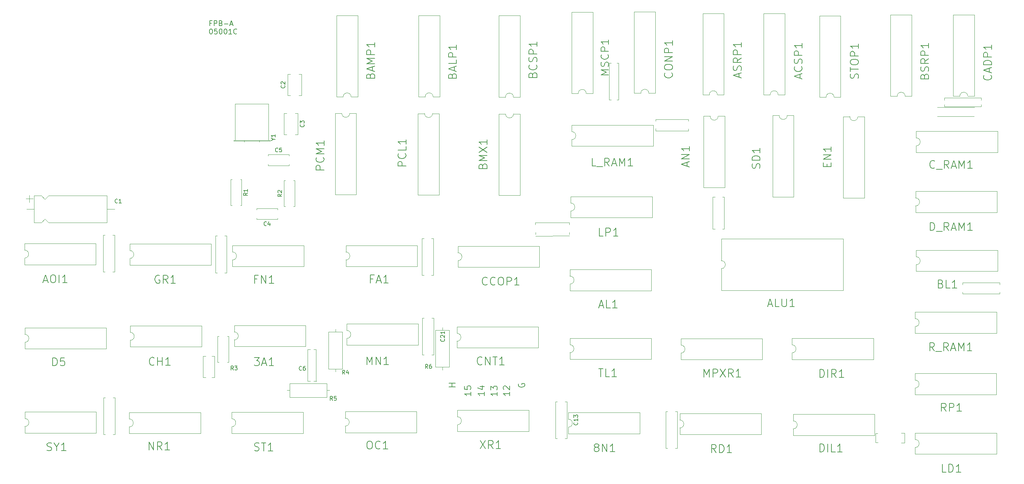
<source format=gto>
G04 #@! TF.GenerationSoftware,KiCad,Pcbnew,8.0.6*
G04 #@! TF.CreationDate,2025-02-23T10:59:59+00:00*
G04 #@! TF.ProjectId,Northstart Floating point,4e6f7274-6873-4746-9172-7420466c6f61,rev?*
G04 #@! TF.SameCoordinates,Original*
G04 #@! TF.FileFunction,Legend,Top*
G04 #@! TF.FilePolarity,Positive*
%FSLAX46Y46*%
G04 Gerber Fmt 4.6, Leading zero omitted, Abs format (unit mm)*
G04 Created by KiCad (PCBNEW 8.0.6) date 2025-02-23 10:59:59*
%MOMM*%
%LPD*%
G01*
G04 APERTURE LIST*
G04 Aperture macros list*
%AMHorizOval*
0 Thick line with rounded ends*
0 $1 width*
0 $2 $3 position (X,Y) of the first rounded end (center of the circle)*
0 $4 $5 position (X,Y) of the second rounded end (center of the circle)*
0 Add line between two ends*
20,1,$1,$2,$3,$4,$5,0*
0 Add two circle primitives to create the rounded ends*
1,1,$1,$2,$3*
1,1,$1,$4,$5*%
%AMRotRect*
0 Rectangle, with rotation*
0 The origin of the aperture is its center*
0 $1 length*
0 $2 width*
0 $3 Rotation angle, in degrees counterclockwise*
0 Add horizontal line*
21,1,$1,$2,0,0,$3*%
G04 Aperture macros list end*
%ADD10C,0.203200*%
%ADD11C,0.150000*%
%ADD12C,0.120000*%
%ADD13C,0.100000*%
%ADD14C,0.304800*%
%ADD15C,0.816102*%
%ADD16C,0.848748*%
%ADD17C,2.000000*%
%ADD18R,1.600000X1.600000*%
%ADD19O,1.600000X1.600000*%
%ADD20C,2.400000*%
%ADD21O,2.400000X2.400000*%
%ADD22C,1.600000*%
%ADD23R,2.794000X8.382000*%
%ADD24R,1.778000X8.382000*%
%ADD25RotRect,1.905000X2.000000X225.000000*%
%ADD26HorizOval,1.905000X-0.033588X0.033588X0.033588X-0.033588X0*%
%ADD27C,1.500000*%
%ADD28RotRect,1.905000X2.000000X45.000000*%
G04 APERTURE END LIST*
D10*
X148993623Y-120507268D02*
X148993623Y-121421554D01*
X148993623Y-120964411D02*
X147393623Y-120964411D01*
X147393623Y-120964411D02*
X147622194Y-121116792D01*
X147622194Y-121116792D02*
X147774575Y-121269173D01*
X147774575Y-121269173D02*
X147850766Y-121421554D01*
X147546004Y-119897744D02*
X147469813Y-119821553D01*
X147469813Y-119821553D02*
X147393623Y-119669172D01*
X147393623Y-119669172D02*
X147393623Y-119288220D01*
X147393623Y-119288220D02*
X147469813Y-119135839D01*
X147469813Y-119135839D02*
X147546004Y-119059648D01*
X147546004Y-119059648D02*
X147698385Y-118983458D01*
X147698385Y-118983458D02*
X147850766Y-118983458D01*
X147850766Y-118983458D02*
X148079337Y-119059648D01*
X148079337Y-119059648D02*
X148993623Y-119973934D01*
X148993623Y-119973934D02*
X148993623Y-118983458D01*
X139253623Y-120527268D02*
X139253623Y-121441554D01*
X139253623Y-120984411D02*
X137653623Y-120984411D01*
X137653623Y-120984411D02*
X137882194Y-121136792D01*
X137882194Y-121136792D02*
X138034575Y-121289173D01*
X138034575Y-121289173D02*
X138110766Y-121441554D01*
X137653623Y-119079648D02*
X137653623Y-119841553D01*
X137653623Y-119841553D02*
X138415528Y-119917744D01*
X138415528Y-119917744D02*
X138339337Y-119841553D01*
X138339337Y-119841553D02*
X138263147Y-119689172D01*
X138263147Y-119689172D02*
X138263147Y-119308220D01*
X138263147Y-119308220D02*
X138339337Y-119155839D01*
X138339337Y-119155839D02*
X138415528Y-119079648D01*
X138415528Y-119079648D02*
X138567909Y-119003458D01*
X138567909Y-119003458D02*
X138948861Y-119003458D01*
X138948861Y-119003458D02*
X139101242Y-119079648D01*
X139101242Y-119079648D02*
X139177433Y-119155839D01*
X139177433Y-119155839D02*
X139253623Y-119308220D01*
X139253623Y-119308220D02*
X139253623Y-119689172D01*
X139253623Y-119689172D02*
X139177433Y-119841553D01*
X139177433Y-119841553D02*
X139101242Y-119917744D01*
X145863623Y-120557268D02*
X145863623Y-121471554D01*
X145863623Y-121014411D02*
X144263623Y-121014411D01*
X144263623Y-121014411D02*
X144492194Y-121166792D01*
X144492194Y-121166792D02*
X144644575Y-121319173D01*
X144644575Y-121319173D02*
X144720766Y-121471554D01*
X144263623Y-120023934D02*
X144263623Y-119033458D01*
X144263623Y-119033458D02*
X144873147Y-119566791D01*
X144873147Y-119566791D02*
X144873147Y-119338220D01*
X144873147Y-119338220D02*
X144949337Y-119185839D01*
X144949337Y-119185839D02*
X145025528Y-119109648D01*
X145025528Y-119109648D02*
X145177909Y-119033458D01*
X145177909Y-119033458D02*
X145558861Y-119033458D01*
X145558861Y-119033458D02*
X145711242Y-119109648D01*
X145711242Y-119109648D02*
X145787433Y-119185839D01*
X145787433Y-119185839D02*
X145863623Y-119338220D01*
X145863623Y-119338220D02*
X145863623Y-119795363D01*
X145863623Y-119795363D02*
X145787433Y-119947744D01*
X145787433Y-119947744D02*
X145711242Y-120023934D01*
X142603623Y-120487268D02*
X142603623Y-121401554D01*
X142603623Y-120944411D02*
X141003623Y-120944411D01*
X141003623Y-120944411D02*
X141232194Y-121096792D01*
X141232194Y-121096792D02*
X141384575Y-121249173D01*
X141384575Y-121249173D02*
X141460766Y-121401554D01*
X141536956Y-119115839D02*
X142603623Y-119115839D01*
X140927433Y-119496791D02*
X142070290Y-119877744D01*
X142070290Y-119877744D02*
X142070290Y-118887267D01*
X135343623Y-119235363D02*
X133743623Y-119235363D01*
X134505528Y-119235363D02*
X134505528Y-118321077D01*
X135343623Y-118321077D02*
X133743623Y-118321077D01*
X151219813Y-118437268D02*
X151143623Y-118589649D01*
X151143623Y-118589649D02*
X151143623Y-118818220D01*
X151143623Y-118818220D02*
X151219813Y-119046792D01*
X151219813Y-119046792D02*
X151372194Y-119199173D01*
X151372194Y-119199173D02*
X151524575Y-119275363D01*
X151524575Y-119275363D02*
X151829337Y-119351554D01*
X151829337Y-119351554D02*
X152057909Y-119351554D01*
X152057909Y-119351554D02*
X152362671Y-119275363D01*
X152362671Y-119275363D02*
X152515052Y-119199173D01*
X152515052Y-119199173D02*
X152667433Y-119046792D01*
X152667433Y-119046792D02*
X152743623Y-118818220D01*
X152743623Y-118818220D02*
X152743623Y-118665839D01*
X152743623Y-118665839D02*
X152667433Y-118437268D01*
X152667433Y-118437268D02*
X152591242Y-118361077D01*
X152591242Y-118361077D02*
X152057909Y-118361077D01*
X152057909Y-118361077D02*
X152057909Y-118665839D01*
X74119398Y-27934142D02*
X73696064Y-27934142D01*
X73696064Y-28599380D02*
X73696064Y-27329380D01*
X73696064Y-27329380D02*
X74300826Y-27329380D01*
X74784635Y-28599380D02*
X74784635Y-27329380D01*
X74784635Y-27329380D02*
X75268445Y-27329380D01*
X75268445Y-27329380D02*
X75389397Y-27389856D01*
X75389397Y-27389856D02*
X75449874Y-27450332D01*
X75449874Y-27450332D02*
X75510350Y-27571284D01*
X75510350Y-27571284D02*
X75510350Y-27752713D01*
X75510350Y-27752713D02*
X75449874Y-27873665D01*
X75449874Y-27873665D02*
X75389397Y-27934142D01*
X75389397Y-27934142D02*
X75268445Y-27994618D01*
X75268445Y-27994618D02*
X74784635Y-27994618D01*
X76477969Y-27934142D02*
X76659397Y-27994618D01*
X76659397Y-27994618D02*
X76719874Y-28055094D01*
X76719874Y-28055094D02*
X76780350Y-28176046D01*
X76780350Y-28176046D02*
X76780350Y-28357475D01*
X76780350Y-28357475D02*
X76719874Y-28478427D01*
X76719874Y-28478427D02*
X76659397Y-28538904D01*
X76659397Y-28538904D02*
X76538445Y-28599380D01*
X76538445Y-28599380D02*
X76054635Y-28599380D01*
X76054635Y-28599380D02*
X76054635Y-27329380D01*
X76054635Y-27329380D02*
X76477969Y-27329380D01*
X76477969Y-27329380D02*
X76598921Y-27389856D01*
X76598921Y-27389856D02*
X76659397Y-27450332D01*
X76659397Y-27450332D02*
X76719874Y-27571284D01*
X76719874Y-27571284D02*
X76719874Y-27692237D01*
X76719874Y-27692237D02*
X76659397Y-27813189D01*
X76659397Y-27813189D02*
X76598921Y-27873665D01*
X76598921Y-27873665D02*
X76477969Y-27934142D01*
X76477969Y-27934142D02*
X76054635Y-27934142D01*
X77324635Y-28115570D02*
X78292255Y-28115570D01*
X78836540Y-28236523D02*
X79441302Y-28236523D01*
X78715588Y-28599380D02*
X79138921Y-27329380D01*
X79138921Y-27329380D02*
X79562255Y-28599380D01*
X73937969Y-29374009D02*
X74058922Y-29374009D01*
X74058922Y-29374009D02*
X74179874Y-29434485D01*
X74179874Y-29434485D02*
X74240350Y-29494961D01*
X74240350Y-29494961D02*
X74300826Y-29615913D01*
X74300826Y-29615913D02*
X74361303Y-29857818D01*
X74361303Y-29857818D02*
X74361303Y-30160199D01*
X74361303Y-30160199D02*
X74300826Y-30402104D01*
X74300826Y-30402104D02*
X74240350Y-30523056D01*
X74240350Y-30523056D02*
X74179874Y-30583533D01*
X74179874Y-30583533D02*
X74058922Y-30644009D01*
X74058922Y-30644009D02*
X73937969Y-30644009D01*
X73937969Y-30644009D02*
X73817017Y-30583533D01*
X73817017Y-30583533D02*
X73756541Y-30523056D01*
X73756541Y-30523056D02*
X73696064Y-30402104D01*
X73696064Y-30402104D02*
X73635588Y-30160199D01*
X73635588Y-30160199D02*
X73635588Y-29857818D01*
X73635588Y-29857818D02*
X73696064Y-29615913D01*
X73696064Y-29615913D02*
X73756541Y-29494961D01*
X73756541Y-29494961D02*
X73817017Y-29434485D01*
X73817017Y-29434485D02*
X73937969Y-29374009D01*
X75510350Y-29374009D02*
X74905588Y-29374009D01*
X74905588Y-29374009D02*
X74845112Y-29978771D01*
X74845112Y-29978771D02*
X74905588Y-29918294D01*
X74905588Y-29918294D02*
X75026541Y-29857818D01*
X75026541Y-29857818D02*
X75328922Y-29857818D01*
X75328922Y-29857818D02*
X75449874Y-29918294D01*
X75449874Y-29918294D02*
X75510350Y-29978771D01*
X75510350Y-29978771D02*
X75570827Y-30099723D01*
X75570827Y-30099723D02*
X75570827Y-30402104D01*
X75570827Y-30402104D02*
X75510350Y-30523056D01*
X75510350Y-30523056D02*
X75449874Y-30583533D01*
X75449874Y-30583533D02*
X75328922Y-30644009D01*
X75328922Y-30644009D02*
X75026541Y-30644009D01*
X75026541Y-30644009D02*
X74905588Y-30583533D01*
X74905588Y-30583533D02*
X74845112Y-30523056D01*
X76357017Y-29374009D02*
X76477970Y-29374009D01*
X76477970Y-29374009D02*
X76598922Y-29434485D01*
X76598922Y-29434485D02*
X76659398Y-29494961D01*
X76659398Y-29494961D02*
X76719874Y-29615913D01*
X76719874Y-29615913D02*
X76780351Y-29857818D01*
X76780351Y-29857818D02*
X76780351Y-30160199D01*
X76780351Y-30160199D02*
X76719874Y-30402104D01*
X76719874Y-30402104D02*
X76659398Y-30523056D01*
X76659398Y-30523056D02*
X76598922Y-30583533D01*
X76598922Y-30583533D02*
X76477970Y-30644009D01*
X76477970Y-30644009D02*
X76357017Y-30644009D01*
X76357017Y-30644009D02*
X76236065Y-30583533D01*
X76236065Y-30583533D02*
X76175589Y-30523056D01*
X76175589Y-30523056D02*
X76115112Y-30402104D01*
X76115112Y-30402104D02*
X76054636Y-30160199D01*
X76054636Y-30160199D02*
X76054636Y-29857818D01*
X76054636Y-29857818D02*
X76115112Y-29615913D01*
X76115112Y-29615913D02*
X76175589Y-29494961D01*
X76175589Y-29494961D02*
X76236065Y-29434485D01*
X76236065Y-29434485D02*
X76357017Y-29374009D01*
X77566541Y-29374009D02*
X77687494Y-29374009D01*
X77687494Y-29374009D02*
X77808446Y-29434485D01*
X77808446Y-29434485D02*
X77868922Y-29494961D01*
X77868922Y-29494961D02*
X77929398Y-29615913D01*
X77929398Y-29615913D02*
X77989875Y-29857818D01*
X77989875Y-29857818D02*
X77989875Y-30160199D01*
X77989875Y-30160199D02*
X77929398Y-30402104D01*
X77929398Y-30402104D02*
X77868922Y-30523056D01*
X77868922Y-30523056D02*
X77808446Y-30583533D01*
X77808446Y-30583533D02*
X77687494Y-30644009D01*
X77687494Y-30644009D02*
X77566541Y-30644009D01*
X77566541Y-30644009D02*
X77445589Y-30583533D01*
X77445589Y-30583533D02*
X77385113Y-30523056D01*
X77385113Y-30523056D02*
X77324636Y-30402104D01*
X77324636Y-30402104D02*
X77264160Y-30160199D01*
X77264160Y-30160199D02*
X77264160Y-29857818D01*
X77264160Y-29857818D02*
X77324636Y-29615913D01*
X77324636Y-29615913D02*
X77385113Y-29494961D01*
X77385113Y-29494961D02*
X77445589Y-29434485D01*
X77445589Y-29434485D02*
X77566541Y-29374009D01*
X79199399Y-30644009D02*
X78473684Y-30644009D01*
X78836541Y-30644009D02*
X78836541Y-29374009D01*
X78836541Y-29374009D02*
X78715589Y-29555437D01*
X78715589Y-29555437D02*
X78594637Y-29676390D01*
X78594637Y-29676390D02*
X78473684Y-29736866D01*
X80469399Y-30523056D02*
X80408923Y-30583533D01*
X80408923Y-30583533D02*
X80227494Y-30644009D01*
X80227494Y-30644009D02*
X80106542Y-30644009D01*
X80106542Y-30644009D02*
X79925113Y-30583533D01*
X79925113Y-30583533D02*
X79804161Y-30462580D01*
X79804161Y-30462580D02*
X79743684Y-30341628D01*
X79743684Y-30341628D02*
X79683208Y-30099723D01*
X79683208Y-30099723D02*
X79683208Y-29918294D01*
X79683208Y-29918294D02*
X79743684Y-29676390D01*
X79743684Y-29676390D02*
X79804161Y-29555437D01*
X79804161Y-29555437D02*
X79925113Y-29434485D01*
X79925113Y-29434485D02*
X80106542Y-29374009D01*
X80106542Y-29374009D02*
X80227494Y-29374009D01*
X80227494Y-29374009D02*
X80408923Y-29434485D01*
X80408923Y-29434485D02*
X80469399Y-29494961D01*
D11*
X32839047Y-135172200D02*
X33124761Y-135267438D01*
X33124761Y-135267438D02*
X33600952Y-135267438D01*
X33600952Y-135267438D02*
X33791428Y-135172200D01*
X33791428Y-135172200D02*
X33886666Y-135076961D01*
X33886666Y-135076961D02*
X33981904Y-134886485D01*
X33981904Y-134886485D02*
X33981904Y-134696009D01*
X33981904Y-134696009D02*
X33886666Y-134505533D01*
X33886666Y-134505533D02*
X33791428Y-134410295D01*
X33791428Y-134410295D02*
X33600952Y-134315057D01*
X33600952Y-134315057D02*
X33219999Y-134219819D01*
X33219999Y-134219819D02*
X33029523Y-134124580D01*
X33029523Y-134124580D02*
X32934285Y-134029342D01*
X32934285Y-134029342D02*
X32839047Y-133838866D01*
X32839047Y-133838866D02*
X32839047Y-133648390D01*
X32839047Y-133648390D02*
X32934285Y-133457914D01*
X32934285Y-133457914D02*
X33029523Y-133362676D01*
X33029523Y-133362676D02*
X33219999Y-133267438D01*
X33219999Y-133267438D02*
X33696190Y-133267438D01*
X33696190Y-133267438D02*
X33981904Y-133362676D01*
X35219999Y-134315057D02*
X35219999Y-135267438D01*
X34553333Y-133267438D02*
X35219999Y-134315057D01*
X35219999Y-134315057D02*
X35886666Y-133267438D01*
X37600952Y-135267438D02*
X36458095Y-135267438D01*
X37029523Y-135267438D02*
X37029523Y-133267438D01*
X37029523Y-133267438D02*
X36839047Y-133553152D01*
X36839047Y-133553152D02*
X36648571Y-133743628D01*
X36648571Y-133743628D02*
X36458095Y-133838866D01*
X113637142Y-132847438D02*
X114018095Y-132847438D01*
X114018095Y-132847438D02*
X114208571Y-132942676D01*
X114208571Y-132942676D02*
X114399047Y-133133152D01*
X114399047Y-133133152D02*
X114494285Y-133514104D01*
X114494285Y-133514104D02*
X114494285Y-134180771D01*
X114494285Y-134180771D02*
X114399047Y-134561723D01*
X114399047Y-134561723D02*
X114208571Y-134752200D01*
X114208571Y-134752200D02*
X114018095Y-134847438D01*
X114018095Y-134847438D02*
X113637142Y-134847438D01*
X113637142Y-134847438D02*
X113446666Y-134752200D01*
X113446666Y-134752200D02*
X113256190Y-134561723D01*
X113256190Y-134561723D02*
X113160952Y-134180771D01*
X113160952Y-134180771D02*
X113160952Y-133514104D01*
X113160952Y-133514104D02*
X113256190Y-133133152D01*
X113256190Y-133133152D02*
X113446666Y-132942676D01*
X113446666Y-132942676D02*
X113637142Y-132847438D01*
X116494285Y-134656961D02*
X116399047Y-134752200D01*
X116399047Y-134752200D02*
X116113333Y-134847438D01*
X116113333Y-134847438D02*
X115922857Y-134847438D01*
X115922857Y-134847438D02*
X115637142Y-134752200D01*
X115637142Y-134752200D02*
X115446666Y-134561723D01*
X115446666Y-134561723D02*
X115351428Y-134371247D01*
X115351428Y-134371247D02*
X115256190Y-133990295D01*
X115256190Y-133990295D02*
X115256190Y-133704580D01*
X115256190Y-133704580D02*
X115351428Y-133323628D01*
X115351428Y-133323628D02*
X115446666Y-133133152D01*
X115446666Y-133133152D02*
X115637142Y-132942676D01*
X115637142Y-132942676D02*
X115922857Y-132847438D01*
X115922857Y-132847438D02*
X116113333Y-132847438D01*
X116113333Y-132847438D02*
X116399047Y-132942676D01*
X116399047Y-132942676D02*
X116494285Y-133037914D01*
X118399047Y-134847438D02*
X117256190Y-134847438D01*
X117827618Y-134847438D02*
X117827618Y-132847438D01*
X117827618Y-132847438D02*
X117637142Y-133133152D01*
X117637142Y-133133152D02*
X117446666Y-133323628D01*
X117446666Y-133323628D02*
X117256190Y-133418866D01*
X132559580Y-107232857D02*
X132607200Y-107280476D01*
X132607200Y-107280476D02*
X132654819Y-107423333D01*
X132654819Y-107423333D02*
X132654819Y-107518571D01*
X132654819Y-107518571D02*
X132607200Y-107661428D01*
X132607200Y-107661428D02*
X132511961Y-107756666D01*
X132511961Y-107756666D02*
X132416723Y-107804285D01*
X132416723Y-107804285D02*
X132226247Y-107851904D01*
X132226247Y-107851904D02*
X132083390Y-107851904D01*
X132083390Y-107851904D02*
X131892914Y-107804285D01*
X131892914Y-107804285D02*
X131797676Y-107756666D01*
X131797676Y-107756666D02*
X131702438Y-107661428D01*
X131702438Y-107661428D02*
X131654819Y-107518571D01*
X131654819Y-107518571D02*
X131654819Y-107423333D01*
X131654819Y-107423333D02*
X131702438Y-107280476D01*
X131702438Y-107280476D02*
X131750057Y-107232857D01*
X131750057Y-106851904D02*
X131702438Y-106804285D01*
X131702438Y-106804285D02*
X131654819Y-106709047D01*
X131654819Y-106709047D02*
X131654819Y-106470952D01*
X131654819Y-106470952D02*
X131702438Y-106375714D01*
X131702438Y-106375714D02*
X131750057Y-106328095D01*
X131750057Y-106328095D02*
X131845295Y-106280476D01*
X131845295Y-106280476D02*
X131940533Y-106280476D01*
X131940533Y-106280476D02*
X132083390Y-106328095D01*
X132083390Y-106328095D02*
X132654819Y-106899523D01*
X132654819Y-106899523D02*
X132654819Y-106280476D01*
X132654819Y-105328095D02*
X132654819Y-105899523D01*
X132654819Y-105613809D02*
X131654819Y-105613809D01*
X131654819Y-105613809D02*
X131797676Y-105709047D01*
X131797676Y-105709047D02*
X131892914Y-105804285D01*
X131892914Y-105804285D02*
X131940533Y-105899523D01*
X31987619Y-92546009D02*
X32940000Y-92546009D01*
X31797143Y-93117438D02*
X32463809Y-91117438D01*
X32463809Y-91117438D02*
X33130476Y-93117438D01*
X34178095Y-91117438D02*
X34559048Y-91117438D01*
X34559048Y-91117438D02*
X34749524Y-91212676D01*
X34749524Y-91212676D02*
X34940000Y-91403152D01*
X34940000Y-91403152D02*
X35035238Y-91784104D01*
X35035238Y-91784104D02*
X35035238Y-92450771D01*
X35035238Y-92450771D02*
X34940000Y-92831723D01*
X34940000Y-92831723D02*
X34749524Y-93022200D01*
X34749524Y-93022200D02*
X34559048Y-93117438D01*
X34559048Y-93117438D02*
X34178095Y-93117438D01*
X34178095Y-93117438D02*
X33987619Y-93022200D01*
X33987619Y-93022200D02*
X33797143Y-92831723D01*
X33797143Y-92831723D02*
X33701905Y-92450771D01*
X33701905Y-92450771D02*
X33701905Y-91784104D01*
X33701905Y-91784104D02*
X33797143Y-91403152D01*
X33797143Y-91403152D02*
X33987619Y-91212676D01*
X33987619Y-91212676D02*
X34178095Y-91117438D01*
X35892381Y-93117438D02*
X35892381Y-91117438D01*
X37892381Y-93117438D02*
X36749524Y-93117438D01*
X37320952Y-93117438D02*
X37320952Y-91117438D01*
X37320952Y-91117438D02*
X37130476Y-91403152D01*
X37130476Y-91403152D02*
X36940000Y-91593628D01*
X36940000Y-91593628D02*
X36749524Y-91688866D01*
X170609523Y-134394580D02*
X170419047Y-134299342D01*
X170419047Y-134299342D02*
X170323809Y-134204104D01*
X170323809Y-134204104D02*
X170228571Y-134013628D01*
X170228571Y-134013628D02*
X170228571Y-133918390D01*
X170228571Y-133918390D02*
X170323809Y-133727914D01*
X170323809Y-133727914D02*
X170419047Y-133632676D01*
X170419047Y-133632676D02*
X170609523Y-133537438D01*
X170609523Y-133537438D02*
X170990476Y-133537438D01*
X170990476Y-133537438D02*
X171180952Y-133632676D01*
X171180952Y-133632676D02*
X171276190Y-133727914D01*
X171276190Y-133727914D02*
X171371428Y-133918390D01*
X171371428Y-133918390D02*
X171371428Y-134013628D01*
X171371428Y-134013628D02*
X171276190Y-134204104D01*
X171276190Y-134204104D02*
X171180952Y-134299342D01*
X171180952Y-134299342D02*
X170990476Y-134394580D01*
X170990476Y-134394580D02*
X170609523Y-134394580D01*
X170609523Y-134394580D02*
X170419047Y-134489819D01*
X170419047Y-134489819D02*
X170323809Y-134585057D01*
X170323809Y-134585057D02*
X170228571Y-134775533D01*
X170228571Y-134775533D02*
X170228571Y-135156485D01*
X170228571Y-135156485D02*
X170323809Y-135346961D01*
X170323809Y-135346961D02*
X170419047Y-135442200D01*
X170419047Y-135442200D02*
X170609523Y-135537438D01*
X170609523Y-135537438D02*
X170990476Y-135537438D01*
X170990476Y-135537438D02*
X171180952Y-135442200D01*
X171180952Y-135442200D02*
X171276190Y-135346961D01*
X171276190Y-135346961D02*
X171371428Y-135156485D01*
X171371428Y-135156485D02*
X171371428Y-134775533D01*
X171371428Y-134775533D02*
X171276190Y-134585057D01*
X171276190Y-134585057D02*
X171180952Y-134489819D01*
X171180952Y-134489819D02*
X170990476Y-134394580D01*
X172228571Y-135537438D02*
X172228571Y-133537438D01*
X172228571Y-133537438D02*
X173371428Y-135537438D01*
X173371428Y-135537438D02*
X173371428Y-133537438D01*
X175371428Y-135537438D02*
X174228571Y-135537438D01*
X174799999Y-135537438D02*
X174799999Y-133537438D01*
X174799999Y-133537438D02*
X174609523Y-133823152D01*
X174609523Y-133823152D02*
X174419047Y-134013628D01*
X174419047Y-134013628D02*
X174228571Y-134108866D01*
X253109819Y-41261904D02*
X253205057Y-40976190D01*
X253205057Y-40976190D02*
X253300295Y-40880952D01*
X253300295Y-40880952D02*
X253490771Y-40785714D01*
X253490771Y-40785714D02*
X253776485Y-40785714D01*
X253776485Y-40785714D02*
X253966961Y-40880952D01*
X253966961Y-40880952D02*
X254062200Y-40976190D01*
X254062200Y-40976190D02*
X254157438Y-41166666D01*
X254157438Y-41166666D02*
X254157438Y-41928571D01*
X254157438Y-41928571D02*
X252157438Y-41928571D01*
X252157438Y-41928571D02*
X252157438Y-41261904D01*
X252157438Y-41261904D02*
X252252676Y-41071428D01*
X252252676Y-41071428D02*
X252347914Y-40976190D01*
X252347914Y-40976190D02*
X252538390Y-40880952D01*
X252538390Y-40880952D02*
X252728866Y-40880952D01*
X252728866Y-40880952D02*
X252919342Y-40976190D01*
X252919342Y-40976190D02*
X253014580Y-41071428D01*
X253014580Y-41071428D02*
X253109819Y-41261904D01*
X253109819Y-41261904D02*
X253109819Y-41928571D01*
X254062200Y-40023809D02*
X254157438Y-39738095D01*
X254157438Y-39738095D02*
X254157438Y-39261904D01*
X254157438Y-39261904D02*
X254062200Y-39071428D01*
X254062200Y-39071428D02*
X253966961Y-38976190D01*
X253966961Y-38976190D02*
X253776485Y-38880952D01*
X253776485Y-38880952D02*
X253586009Y-38880952D01*
X253586009Y-38880952D02*
X253395533Y-38976190D01*
X253395533Y-38976190D02*
X253300295Y-39071428D01*
X253300295Y-39071428D02*
X253205057Y-39261904D01*
X253205057Y-39261904D02*
X253109819Y-39642857D01*
X253109819Y-39642857D02*
X253014580Y-39833333D01*
X253014580Y-39833333D02*
X252919342Y-39928571D01*
X252919342Y-39928571D02*
X252728866Y-40023809D01*
X252728866Y-40023809D02*
X252538390Y-40023809D01*
X252538390Y-40023809D02*
X252347914Y-39928571D01*
X252347914Y-39928571D02*
X252252676Y-39833333D01*
X252252676Y-39833333D02*
X252157438Y-39642857D01*
X252157438Y-39642857D02*
X252157438Y-39166666D01*
X252157438Y-39166666D02*
X252252676Y-38880952D01*
X254157438Y-36880952D02*
X253205057Y-37547619D01*
X254157438Y-38023809D02*
X252157438Y-38023809D01*
X252157438Y-38023809D02*
X252157438Y-37261904D01*
X252157438Y-37261904D02*
X252252676Y-37071428D01*
X252252676Y-37071428D02*
X252347914Y-36976190D01*
X252347914Y-36976190D02*
X252538390Y-36880952D01*
X252538390Y-36880952D02*
X252824104Y-36880952D01*
X252824104Y-36880952D02*
X253014580Y-36976190D01*
X253014580Y-36976190D02*
X253109819Y-37071428D01*
X253109819Y-37071428D02*
X253205057Y-37261904D01*
X253205057Y-37261904D02*
X253205057Y-38023809D01*
X254157438Y-36023809D02*
X252157438Y-36023809D01*
X252157438Y-36023809D02*
X252157438Y-35261904D01*
X252157438Y-35261904D02*
X252252676Y-35071428D01*
X252252676Y-35071428D02*
X252347914Y-34976190D01*
X252347914Y-34976190D02*
X252538390Y-34880952D01*
X252538390Y-34880952D02*
X252824104Y-34880952D01*
X252824104Y-34880952D02*
X253014580Y-34976190D01*
X253014580Y-34976190D02*
X253109819Y-35071428D01*
X253109819Y-35071428D02*
X253205057Y-35261904D01*
X253205057Y-35261904D02*
X253205057Y-36023809D01*
X254157438Y-32976190D02*
X254157438Y-34119047D01*
X254157438Y-33547619D02*
X252157438Y-33547619D01*
X252157438Y-33547619D02*
X252443152Y-33738095D01*
X252443152Y-33738095D02*
X252633628Y-33928571D01*
X252633628Y-33928571D02*
X252728866Y-34119047D01*
X134569819Y-41126190D02*
X134665057Y-40840476D01*
X134665057Y-40840476D02*
X134760295Y-40745238D01*
X134760295Y-40745238D02*
X134950771Y-40650000D01*
X134950771Y-40650000D02*
X135236485Y-40650000D01*
X135236485Y-40650000D02*
X135426961Y-40745238D01*
X135426961Y-40745238D02*
X135522200Y-40840476D01*
X135522200Y-40840476D02*
X135617438Y-41030952D01*
X135617438Y-41030952D02*
X135617438Y-41792857D01*
X135617438Y-41792857D02*
X133617438Y-41792857D01*
X133617438Y-41792857D02*
X133617438Y-41126190D01*
X133617438Y-41126190D02*
X133712676Y-40935714D01*
X133712676Y-40935714D02*
X133807914Y-40840476D01*
X133807914Y-40840476D02*
X133998390Y-40745238D01*
X133998390Y-40745238D02*
X134188866Y-40745238D01*
X134188866Y-40745238D02*
X134379342Y-40840476D01*
X134379342Y-40840476D02*
X134474580Y-40935714D01*
X134474580Y-40935714D02*
X134569819Y-41126190D01*
X134569819Y-41126190D02*
X134569819Y-41792857D01*
X135046009Y-39888095D02*
X135046009Y-38935714D01*
X135617438Y-40078571D02*
X133617438Y-39411905D01*
X133617438Y-39411905D02*
X135617438Y-38745238D01*
X135617438Y-37126190D02*
X135617438Y-38078571D01*
X135617438Y-38078571D02*
X133617438Y-38078571D01*
X135617438Y-36459523D02*
X133617438Y-36459523D01*
X133617438Y-36459523D02*
X133617438Y-35697618D01*
X133617438Y-35697618D02*
X133712676Y-35507142D01*
X133712676Y-35507142D02*
X133807914Y-35411904D01*
X133807914Y-35411904D02*
X133998390Y-35316666D01*
X133998390Y-35316666D02*
X134284104Y-35316666D01*
X134284104Y-35316666D02*
X134474580Y-35411904D01*
X134474580Y-35411904D02*
X134569819Y-35507142D01*
X134569819Y-35507142D02*
X134665057Y-35697618D01*
X134665057Y-35697618D02*
X134665057Y-36459523D01*
X135617438Y-33411904D02*
X135617438Y-34554761D01*
X135617438Y-33983333D02*
X133617438Y-33983333D01*
X133617438Y-33983333D02*
X133903152Y-34173809D01*
X133903152Y-34173809D02*
X134093628Y-34364285D01*
X134093628Y-34364285D02*
X134188866Y-34554761D01*
X114019819Y-41139523D02*
X114115057Y-40853809D01*
X114115057Y-40853809D02*
X114210295Y-40758571D01*
X114210295Y-40758571D02*
X114400771Y-40663333D01*
X114400771Y-40663333D02*
X114686485Y-40663333D01*
X114686485Y-40663333D02*
X114876961Y-40758571D01*
X114876961Y-40758571D02*
X114972200Y-40853809D01*
X114972200Y-40853809D02*
X115067438Y-41044285D01*
X115067438Y-41044285D02*
X115067438Y-41806190D01*
X115067438Y-41806190D02*
X113067438Y-41806190D01*
X113067438Y-41806190D02*
X113067438Y-41139523D01*
X113067438Y-41139523D02*
X113162676Y-40949047D01*
X113162676Y-40949047D02*
X113257914Y-40853809D01*
X113257914Y-40853809D02*
X113448390Y-40758571D01*
X113448390Y-40758571D02*
X113638866Y-40758571D01*
X113638866Y-40758571D02*
X113829342Y-40853809D01*
X113829342Y-40853809D02*
X113924580Y-40949047D01*
X113924580Y-40949047D02*
X114019819Y-41139523D01*
X114019819Y-41139523D02*
X114019819Y-41806190D01*
X114496009Y-39901428D02*
X114496009Y-38949047D01*
X115067438Y-40091904D02*
X113067438Y-39425238D01*
X113067438Y-39425238D02*
X115067438Y-38758571D01*
X115067438Y-38091904D02*
X113067438Y-38091904D01*
X113067438Y-38091904D02*
X114496009Y-37425237D01*
X114496009Y-37425237D02*
X113067438Y-36758571D01*
X113067438Y-36758571D02*
X115067438Y-36758571D01*
X115067438Y-35806190D02*
X113067438Y-35806190D01*
X113067438Y-35806190D02*
X113067438Y-35044285D01*
X113067438Y-35044285D02*
X113162676Y-34853809D01*
X113162676Y-34853809D02*
X113257914Y-34758571D01*
X113257914Y-34758571D02*
X113448390Y-34663333D01*
X113448390Y-34663333D02*
X113734104Y-34663333D01*
X113734104Y-34663333D02*
X113924580Y-34758571D01*
X113924580Y-34758571D02*
X114019819Y-34853809D01*
X114019819Y-34853809D02*
X114115057Y-35044285D01*
X114115057Y-35044285D02*
X114115057Y-35806190D01*
X115067438Y-32758571D02*
X115067438Y-33901428D01*
X115067438Y-33330000D02*
X113067438Y-33330000D01*
X113067438Y-33330000D02*
X113353152Y-33520476D01*
X113353152Y-33520476D02*
X113543628Y-33710952D01*
X113543628Y-33710952D02*
X113638866Y-33901428D01*
X50533333Y-72989580D02*
X50485714Y-73037200D01*
X50485714Y-73037200D02*
X50342857Y-73084819D01*
X50342857Y-73084819D02*
X50247619Y-73084819D01*
X50247619Y-73084819D02*
X50104762Y-73037200D01*
X50104762Y-73037200D02*
X50009524Y-72941961D01*
X50009524Y-72941961D02*
X49961905Y-72846723D01*
X49961905Y-72846723D02*
X49914286Y-72656247D01*
X49914286Y-72656247D02*
X49914286Y-72513390D01*
X49914286Y-72513390D02*
X49961905Y-72322914D01*
X49961905Y-72322914D02*
X50009524Y-72227676D01*
X50009524Y-72227676D02*
X50104762Y-72132438D01*
X50104762Y-72132438D02*
X50247619Y-72084819D01*
X50247619Y-72084819D02*
X50342857Y-72084819D01*
X50342857Y-72084819D02*
X50485714Y-72132438D01*
X50485714Y-72132438D02*
X50533333Y-72180057D01*
X51485714Y-73084819D02*
X50914286Y-73084819D01*
X51200000Y-73084819D02*
X51200000Y-72084819D01*
X51200000Y-72084819D02*
X51104762Y-72227676D01*
X51104762Y-72227676D02*
X51009524Y-72322914D01*
X51009524Y-72322914D02*
X50914286Y-72370533D01*
X255564761Y-110167438D02*
X254898094Y-109215057D01*
X254421904Y-110167438D02*
X254421904Y-108167438D01*
X254421904Y-108167438D02*
X255183809Y-108167438D01*
X255183809Y-108167438D02*
X255374285Y-108262676D01*
X255374285Y-108262676D02*
X255469523Y-108357914D01*
X255469523Y-108357914D02*
X255564761Y-108548390D01*
X255564761Y-108548390D02*
X255564761Y-108834104D01*
X255564761Y-108834104D02*
X255469523Y-109024580D01*
X255469523Y-109024580D02*
X255374285Y-109119819D01*
X255374285Y-109119819D02*
X255183809Y-109215057D01*
X255183809Y-109215057D02*
X254421904Y-109215057D01*
X255945714Y-110357914D02*
X257469523Y-110357914D01*
X259088571Y-110167438D02*
X258421904Y-109215057D01*
X257945714Y-110167438D02*
X257945714Y-108167438D01*
X257945714Y-108167438D02*
X258707619Y-108167438D01*
X258707619Y-108167438D02*
X258898095Y-108262676D01*
X258898095Y-108262676D02*
X258993333Y-108357914D01*
X258993333Y-108357914D02*
X259088571Y-108548390D01*
X259088571Y-108548390D02*
X259088571Y-108834104D01*
X259088571Y-108834104D02*
X258993333Y-109024580D01*
X258993333Y-109024580D02*
X258898095Y-109119819D01*
X258898095Y-109119819D02*
X258707619Y-109215057D01*
X258707619Y-109215057D02*
X257945714Y-109215057D01*
X259850476Y-109596009D02*
X260802857Y-109596009D01*
X259660000Y-110167438D02*
X260326666Y-108167438D01*
X260326666Y-108167438D02*
X260993333Y-110167438D01*
X261660000Y-110167438D02*
X261660000Y-108167438D01*
X261660000Y-108167438D02*
X262326667Y-109596009D01*
X262326667Y-109596009D02*
X262993333Y-108167438D01*
X262993333Y-108167438D02*
X262993333Y-110167438D01*
X264993333Y-110167438D02*
X263850476Y-110167438D01*
X264421904Y-110167438D02*
X264421904Y-108167438D01*
X264421904Y-108167438D02*
X264231428Y-108453152D01*
X264231428Y-108453152D02*
X264040952Y-108643628D01*
X264040952Y-108643628D02*
X263850476Y-108738866D01*
X236402200Y-41793333D02*
X236497438Y-41507619D01*
X236497438Y-41507619D02*
X236497438Y-41031428D01*
X236497438Y-41031428D02*
X236402200Y-40840952D01*
X236402200Y-40840952D02*
X236306961Y-40745714D01*
X236306961Y-40745714D02*
X236116485Y-40650476D01*
X236116485Y-40650476D02*
X235926009Y-40650476D01*
X235926009Y-40650476D02*
X235735533Y-40745714D01*
X235735533Y-40745714D02*
X235640295Y-40840952D01*
X235640295Y-40840952D02*
X235545057Y-41031428D01*
X235545057Y-41031428D02*
X235449819Y-41412381D01*
X235449819Y-41412381D02*
X235354580Y-41602857D01*
X235354580Y-41602857D02*
X235259342Y-41698095D01*
X235259342Y-41698095D02*
X235068866Y-41793333D01*
X235068866Y-41793333D02*
X234878390Y-41793333D01*
X234878390Y-41793333D02*
X234687914Y-41698095D01*
X234687914Y-41698095D02*
X234592676Y-41602857D01*
X234592676Y-41602857D02*
X234497438Y-41412381D01*
X234497438Y-41412381D02*
X234497438Y-40936190D01*
X234497438Y-40936190D02*
X234592676Y-40650476D01*
X234497438Y-40079047D02*
X234497438Y-38936190D01*
X236497438Y-39507619D02*
X234497438Y-39507619D01*
X234497438Y-37888571D02*
X234497438Y-37507618D01*
X234497438Y-37507618D02*
X234592676Y-37317142D01*
X234592676Y-37317142D02*
X234783152Y-37126666D01*
X234783152Y-37126666D02*
X235164104Y-37031428D01*
X235164104Y-37031428D02*
X235830771Y-37031428D01*
X235830771Y-37031428D02*
X236211723Y-37126666D01*
X236211723Y-37126666D02*
X236402200Y-37317142D01*
X236402200Y-37317142D02*
X236497438Y-37507618D01*
X236497438Y-37507618D02*
X236497438Y-37888571D01*
X236497438Y-37888571D02*
X236402200Y-38079047D01*
X236402200Y-38079047D02*
X236211723Y-38269523D01*
X236211723Y-38269523D02*
X235830771Y-38364761D01*
X235830771Y-38364761D02*
X235164104Y-38364761D01*
X235164104Y-38364761D02*
X234783152Y-38269523D01*
X234783152Y-38269523D02*
X234592676Y-38079047D01*
X234592676Y-38079047D02*
X234497438Y-37888571D01*
X236497438Y-36174285D02*
X234497438Y-36174285D01*
X234497438Y-36174285D02*
X234497438Y-35412380D01*
X234497438Y-35412380D02*
X234592676Y-35221904D01*
X234592676Y-35221904D02*
X234687914Y-35126666D01*
X234687914Y-35126666D02*
X234878390Y-35031428D01*
X234878390Y-35031428D02*
X235164104Y-35031428D01*
X235164104Y-35031428D02*
X235354580Y-35126666D01*
X235354580Y-35126666D02*
X235449819Y-35221904D01*
X235449819Y-35221904D02*
X235545057Y-35412380D01*
X235545057Y-35412380D02*
X235545057Y-36174285D01*
X236497438Y-33126666D02*
X236497438Y-34269523D01*
X236497438Y-33698095D02*
X234497438Y-33698095D01*
X234497438Y-33698095D02*
X234783152Y-33888571D01*
X234783152Y-33888571D02*
X234973628Y-34079047D01*
X234973628Y-34079047D02*
X235068866Y-34269523D01*
X79643333Y-114994819D02*
X79310000Y-114518628D01*
X79071905Y-114994819D02*
X79071905Y-113994819D01*
X79071905Y-113994819D02*
X79452857Y-113994819D01*
X79452857Y-113994819D02*
X79548095Y-114042438D01*
X79548095Y-114042438D02*
X79595714Y-114090057D01*
X79595714Y-114090057D02*
X79643333Y-114185295D01*
X79643333Y-114185295D02*
X79643333Y-114328152D01*
X79643333Y-114328152D02*
X79595714Y-114423390D01*
X79595714Y-114423390D02*
X79548095Y-114471009D01*
X79548095Y-114471009D02*
X79452857Y-114518628D01*
X79452857Y-114518628D02*
X79071905Y-114518628D01*
X79976667Y-113994819D02*
X80595714Y-113994819D01*
X80595714Y-113994819D02*
X80262381Y-114375771D01*
X80262381Y-114375771D02*
X80405238Y-114375771D01*
X80405238Y-114375771D02*
X80500476Y-114423390D01*
X80500476Y-114423390D02*
X80548095Y-114471009D01*
X80548095Y-114471009D02*
X80595714Y-114566247D01*
X80595714Y-114566247D02*
X80595714Y-114804342D01*
X80595714Y-114804342D02*
X80548095Y-114899580D01*
X80548095Y-114899580D02*
X80500476Y-114947200D01*
X80500476Y-114947200D02*
X80405238Y-114994819D01*
X80405238Y-114994819D02*
X80119524Y-114994819D01*
X80119524Y-114994819D02*
X80024286Y-114947200D01*
X80024286Y-114947200D02*
X79976667Y-114899580D01*
X128423333Y-114604819D02*
X128090000Y-114128628D01*
X127851905Y-114604819D02*
X127851905Y-113604819D01*
X127851905Y-113604819D02*
X128232857Y-113604819D01*
X128232857Y-113604819D02*
X128328095Y-113652438D01*
X128328095Y-113652438D02*
X128375714Y-113700057D01*
X128375714Y-113700057D02*
X128423333Y-113795295D01*
X128423333Y-113795295D02*
X128423333Y-113938152D01*
X128423333Y-113938152D02*
X128375714Y-114033390D01*
X128375714Y-114033390D02*
X128328095Y-114081009D01*
X128328095Y-114081009D02*
X128232857Y-114128628D01*
X128232857Y-114128628D02*
X127851905Y-114128628D01*
X129280476Y-113604819D02*
X129090000Y-113604819D01*
X129090000Y-113604819D02*
X128994762Y-113652438D01*
X128994762Y-113652438D02*
X128947143Y-113700057D01*
X128947143Y-113700057D02*
X128851905Y-113842914D01*
X128851905Y-113842914D02*
X128804286Y-114033390D01*
X128804286Y-114033390D02*
X128804286Y-114414342D01*
X128804286Y-114414342D02*
X128851905Y-114509580D01*
X128851905Y-114509580D02*
X128899524Y-114557200D01*
X128899524Y-114557200D02*
X128994762Y-114604819D01*
X128994762Y-114604819D02*
X129185238Y-114604819D01*
X129185238Y-114604819D02*
X129280476Y-114557200D01*
X129280476Y-114557200D02*
X129328095Y-114509580D01*
X129328095Y-114509580D02*
X129375714Y-114414342D01*
X129375714Y-114414342D02*
X129375714Y-114176247D01*
X129375714Y-114176247D02*
X129328095Y-114081009D01*
X129328095Y-114081009D02*
X129280476Y-114033390D01*
X129280476Y-114033390D02*
X129185238Y-113985771D01*
X129185238Y-113985771D02*
X128994762Y-113985771D01*
X128994762Y-113985771D02*
X128899524Y-114033390D01*
X128899524Y-114033390D02*
X128851905Y-114081009D01*
X128851905Y-114081009D02*
X128804286Y-114176247D01*
X34273809Y-113947438D02*
X34273809Y-111947438D01*
X34273809Y-111947438D02*
X34749999Y-111947438D01*
X34749999Y-111947438D02*
X35035714Y-112042676D01*
X35035714Y-112042676D02*
X35226190Y-112233152D01*
X35226190Y-112233152D02*
X35321428Y-112423628D01*
X35321428Y-112423628D02*
X35416666Y-112804580D01*
X35416666Y-112804580D02*
X35416666Y-113090295D01*
X35416666Y-113090295D02*
X35321428Y-113471247D01*
X35321428Y-113471247D02*
X35226190Y-113661723D01*
X35226190Y-113661723D02*
X35035714Y-113852200D01*
X35035714Y-113852200D02*
X34749999Y-113947438D01*
X34749999Y-113947438D02*
X34273809Y-113947438D01*
X37226190Y-111947438D02*
X36273809Y-111947438D01*
X36273809Y-111947438D02*
X36178571Y-112899819D01*
X36178571Y-112899819D02*
X36273809Y-112804580D01*
X36273809Y-112804580D02*
X36464285Y-112709342D01*
X36464285Y-112709342D02*
X36940476Y-112709342D01*
X36940476Y-112709342D02*
X37130952Y-112804580D01*
X37130952Y-112804580D02*
X37226190Y-112899819D01*
X37226190Y-112899819D02*
X37321428Y-113090295D01*
X37321428Y-113090295D02*
X37321428Y-113566485D01*
X37321428Y-113566485D02*
X37226190Y-113756961D01*
X37226190Y-113756961D02*
X37130952Y-113852200D01*
X37130952Y-113852200D02*
X36940476Y-113947438D01*
X36940476Y-113947438D02*
X36464285Y-113947438D01*
X36464285Y-113947438D02*
X36273809Y-113852200D01*
X36273809Y-113852200D02*
X36178571Y-113756961D01*
X107603333Y-116054819D02*
X107270000Y-115578628D01*
X107031905Y-116054819D02*
X107031905Y-115054819D01*
X107031905Y-115054819D02*
X107412857Y-115054819D01*
X107412857Y-115054819D02*
X107508095Y-115102438D01*
X107508095Y-115102438D02*
X107555714Y-115150057D01*
X107555714Y-115150057D02*
X107603333Y-115245295D01*
X107603333Y-115245295D02*
X107603333Y-115388152D01*
X107603333Y-115388152D02*
X107555714Y-115483390D01*
X107555714Y-115483390D02*
X107508095Y-115531009D01*
X107508095Y-115531009D02*
X107412857Y-115578628D01*
X107412857Y-115578628D02*
X107031905Y-115578628D01*
X108460476Y-115388152D02*
X108460476Y-116054819D01*
X108222381Y-115007200D02*
X107984286Y-115721485D01*
X107984286Y-115721485D02*
X108603333Y-115721485D01*
X142057142Y-113516961D02*
X141961904Y-113612200D01*
X141961904Y-113612200D02*
X141676190Y-113707438D01*
X141676190Y-113707438D02*
X141485714Y-113707438D01*
X141485714Y-113707438D02*
X141199999Y-113612200D01*
X141199999Y-113612200D02*
X141009523Y-113421723D01*
X141009523Y-113421723D02*
X140914285Y-113231247D01*
X140914285Y-113231247D02*
X140819047Y-112850295D01*
X140819047Y-112850295D02*
X140819047Y-112564580D01*
X140819047Y-112564580D02*
X140914285Y-112183628D01*
X140914285Y-112183628D02*
X141009523Y-111993152D01*
X141009523Y-111993152D02*
X141199999Y-111802676D01*
X141199999Y-111802676D02*
X141485714Y-111707438D01*
X141485714Y-111707438D02*
X141676190Y-111707438D01*
X141676190Y-111707438D02*
X141961904Y-111802676D01*
X141961904Y-111802676D02*
X142057142Y-111897914D01*
X142914285Y-113707438D02*
X142914285Y-111707438D01*
X142914285Y-111707438D02*
X144057142Y-113707438D01*
X144057142Y-113707438D02*
X144057142Y-111707438D01*
X144723809Y-111707438D02*
X145866666Y-111707438D01*
X145295237Y-113707438D02*
X145295237Y-111707438D01*
X147580952Y-113707438D02*
X146438095Y-113707438D01*
X147009523Y-113707438D02*
X147009523Y-111707438D01*
X147009523Y-111707438D02*
X146819047Y-111993152D01*
X146819047Y-111993152D02*
X146628571Y-112183628D01*
X146628571Y-112183628D02*
X146438095Y-112278866D01*
X197738571Y-116747438D02*
X197738571Y-114747438D01*
X197738571Y-114747438D02*
X198405238Y-116176009D01*
X198405238Y-116176009D02*
X199071904Y-114747438D01*
X199071904Y-114747438D02*
X199071904Y-116747438D01*
X200024285Y-116747438D02*
X200024285Y-114747438D01*
X200024285Y-114747438D02*
X200786190Y-114747438D01*
X200786190Y-114747438D02*
X200976666Y-114842676D01*
X200976666Y-114842676D02*
X201071904Y-114937914D01*
X201071904Y-114937914D02*
X201167142Y-115128390D01*
X201167142Y-115128390D02*
X201167142Y-115414104D01*
X201167142Y-115414104D02*
X201071904Y-115604580D01*
X201071904Y-115604580D02*
X200976666Y-115699819D01*
X200976666Y-115699819D02*
X200786190Y-115795057D01*
X200786190Y-115795057D02*
X200024285Y-115795057D01*
X201833809Y-114747438D02*
X203167142Y-116747438D01*
X203167142Y-114747438D02*
X201833809Y-116747438D01*
X205071904Y-116747438D02*
X204405237Y-115795057D01*
X203929047Y-116747438D02*
X203929047Y-114747438D01*
X203929047Y-114747438D02*
X204690952Y-114747438D01*
X204690952Y-114747438D02*
X204881428Y-114842676D01*
X204881428Y-114842676D02*
X204976666Y-114937914D01*
X204976666Y-114937914D02*
X205071904Y-115128390D01*
X205071904Y-115128390D02*
X205071904Y-115414104D01*
X205071904Y-115414104D02*
X204976666Y-115604580D01*
X204976666Y-115604580D02*
X204881428Y-115699819D01*
X204881428Y-115699819D02*
X204690952Y-115795057D01*
X204690952Y-115795057D02*
X203929047Y-115795057D01*
X206976666Y-116747438D02*
X205833809Y-116747438D01*
X206405237Y-116747438D02*
X206405237Y-114747438D01*
X206405237Y-114747438D02*
X206214761Y-115033152D01*
X206214761Y-115033152D02*
X206024285Y-115223628D01*
X206024285Y-115223628D02*
X205833809Y-115318866D01*
X104523333Y-122614819D02*
X104190000Y-122138628D01*
X103951905Y-122614819D02*
X103951905Y-121614819D01*
X103951905Y-121614819D02*
X104332857Y-121614819D01*
X104332857Y-121614819D02*
X104428095Y-121662438D01*
X104428095Y-121662438D02*
X104475714Y-121710057D01*
X104475714Y-121710057D02*
X104523333Y-121805295D01*
X104523333Y-121805295D02*
X104523333Y-121948152D01*
X104523333Y-121948152D02*
X104475714Y-122043390D01*
X104475714Y-122043390D02*
X104428095Y-122091009D01*
X104428095Y-122091009D02*
X104332857Y-122138628D01*
X104332857Y-122138628D02*
X103951905Y-122138628D01*
X105428095Y-121614819D02*
X104951905Y-121614819D01*
X104951905Y-121614819D02*
X104904286Y-122091009D01*
X104904286Y-122091009D02*
X104951905Y-122043390D01*
X104951905Y-122043390D02*
X105047143Y-121995771D01*
X105047143Y-121995771D02*
X105285238Y-121995771D01*
X105285238Y-121995771D02*
X105380476Y-122043390D01*
X105380476Y-122043390D02*
X105428095Y-122091009D01*
X105428095Y-122091009D02*
X105475714Y-122186247D01*
X105475714Y-122186247D02*
X105475714Y-122424342D01*
X105475714Y-122424342D02*
X105428095Y-122519580D01*
X105428095Y-122519580D02*
X105380476Y-122567200D01*
X105380476Y-122567200D02*
X105285238Y-122614819D01*
X105285238Y-122614819D02*
X105047143Y-122614819D01*
X105047143Y-122614819D02*
X104951905Y-122567200D01*
X104951905Y-122567200D02*
X104904286Y-122519580D01*
X171481904Y-98846009D02*
X172434285Y-98846009D01*
X171291428Y-99417438D02*
X171958094Y-97417438D01*
X171958094Y-97417438D02*
X172624761Y-99417438D01*
X174243809Y-99417438D02*
X173291428Y-99417438D01*
X173291428Y-99417438D02*
X173291428Y-97417438D01*
X175958095Y-99417438D02*
X174815238Y-99417438D01*
X175386666Y-99417438D02*
X175386666Y-97417438D01*
X175386666Y-97417438D02*
X175196190Y-97703152D01*
X175196190Y-97703152D02*
X175005714Y-97893628D01*
X175005714Y-97893628D02*
X174815238Y-97988866D01*
X255684761Y-64226961D02*
X255589523Y-64322200D01*
X255589523Y-64322200D02*
X255303809Y-64417438D01*
X255303809Y-64417438D02*
X255113333Y-64417438D01*
X255113333Y-64417438D02*
X254827618Y-64322200D01*
X254827618Y-64322200D02*
X254637142Y-64131723D01*
X254637142Y-64131723D02*
X254541904Y-63941247D01*
X254541904Y-63941247D02*
X254446666Y-63560295D01*
X254446666Y-63560295D02*
X254446666Y-63274580D01*
X254446666Y-63274580D02*
X254541904Y-62893628D01*
X254541904Y-62893628D02*
X254637142Y-62703152D01*
X254637142Y-62703152D02*
X254827618Y-62512676D01*
X254827618Y-62512676D02*
X255113333Y-62417438D01*
X255113333Y-62417438D02*
X255303809Y-62417438D01*
X255303809Y-62417438D02*
X255589523Y-62512676D01*
X255589523Y-62512676D02*
X255684761Y-62607914D01*
X256065714Y-64607914D02*
X257589523Y-64607914D01*
X259208571Y-64417438D02*
X258541904Y-63465057D01*
X258065714Y-64417438D02*
X258065714Y-62417438D01*
X258065714Y-62417438D02*
X258827619Y-62417438D01*
X258827619Y-62417438D02*
X259018095Y-62512676D01*
X259018095Y-62512676D02*
X259113333Y-62607914D01*
X259113333Y-62607914D02*
X259208571Y-62798390D01*
X259208571Y-62798390D02*
X259208571Y-63084104D01*
X259208571Y-63084104D02*
X259113333Y-63274580D01*
X259113333Y-63274580D02*
X259018095Y-63369819D01*
X259018095Y-63369819D02*
X258827619Y-63465057D01*
X258827619Y-63465057D02*
X258065714Y-63465057D01*
X259970476Y-63846009D02*
X260922857Y-63846009D01*
X259780000Y-64417438D02*
X260446666Y-62417438D01*
X260446666Y-62417438D02*
X261113333Y-64417438D01*
X261780000Y-64417438D02*
X261780000Y-62417438D01*
X261780000Y-62417438D02*
X262446667Y-63846009D01*
X262446667Y-63846009D02*
X263113333Y-62417438D01*
X263113333Y-62417438D02*
X263113333Y-64417438D01*
X265113333Y-64417438D02*
X263970476Y-64417438D01*
X264541904Y-64417438D02*
X264541904Y-62417438D01*
X264541904Y-62417438D02*
X264351428Y-62703152D01*
X264351428Y-62703152D02*
X264160952Y-62893628D01*
X264160952Y-62893628D02*
X263970476Y-62988866D01*
X172456666Y-81377438D02*
X171504285Y-81377438D01*
X171504285Y-81377438D02*
X171504285Y-79377438D01*
X173123333Y-81377438D02*
X173123333Y-79377438D01*
X173123333Y-79377438D02*
X173885238Y-79377438D01*
X173885238Y-79377438D02*
X174075714Y-79472676D01*
X174075714Y-79472676D02*
X174170952Y-79567914D01*
X174170952Y-79567914D02*
X174266190Y-79758390D01*
X174266190Y-79758390D02*
X174266190Y-80044104D01*
X174266190Y-80044104D02*
X174170952Y-80234580D01*
X174170952Y-80234580D02*
X174075714Y-80329819D01*
X174075714Y-80329819D02*
X173885238Y-80425057D01*
X173885238Y-80425057D02*
X173123333Y-80425057D01*
X176170952Y-81377438D02*
X175028095Y-81377438D01*
X175599523Y-81377438D02*
X175599523Y-79377438D01*
X175599523Y-79377438D02*
X175409047Y-79663152D01*
X175409047Y-79663152D02*
X175218571Y-79853628D01*
X175218571Y-79853628D02*
X175028095Y-79948866D01*
X165979580Y-128192857D02*
X166027200Y-128240476D01*
X166027200Y-128240476D02*
X166074819Y-128383333D01*
X166074819Y-128383333D02*
X166074819Y-128478571D01*
X166074819Y-128478571D02*
X166027200Y-128621428D01*
X166027200Y-128621428D02*
X165931961Y-128716666D01*
X165931961Y-128716666D02*
X165836723Y-128764285D01*
X165836723Y-128764285D02*
X165646247Y-128811904D01*
X165646247Y-128811904D02*
X165503390Y-128811904D01*
X165503390Y-128811904D02*
X165312914Y-128764285D01*
X165312914Y-128764285D02*
X165217676Y-128716666D01*
X165217676Y-128716666D02*
X165122438Y-128621428D01*
X165122438Y-128621428D02*
X165074819Y-128478571D01*
X165074819Y-128478571D02*
X165074819Y-128383333D01*
X165074819Y-128383333D02*
X165122438Y-128240476D01*
X165122438Y-128240476D02*
X165170057Y-128192857D01*
X166074819Y-127240476D02*
X166074819Y-127811904D01*
X166074819Y-127526190D02*
X165074819Y-127526190D01*
X165074819Y-127526190D02*
X165217676Y-127621428D01*
X165217676Y-127621428D02*
X165312914Y-127716666D01*
X165312914Y-127716666D02*
X165360533Y-127811904D01*
X165074819Y-126907142D02*
X165074819Y-126288095D01*
X165074819Y-126288095D02*
X165455771Y-126621428D01*
X165455771Y-126621428D02*
X165455771Y-126478571D01*
X165455771Y-126478571D02*
X165503390Y-126383333D01*
X165503390Y-126383333D02*
X165551009Y-126335714D01*
X165551009Y-126335714D02*
X165646247Y-126288095D01*
X165646247Y-126288095D02*
X165884342Y-126288095D01*
X165884342Y-126288095D02*
X165979580Y-126335714D01*
X165979580Y-126335714D02*
X166027200Y-126383333D01*
X166027200Y-126383333D02*
X166074819Y-126478571D01*
X166074819Y-126478571D02*
X166074819Y-126764285D01*
X166074819Y-126764285D02*
X166027200Y-126859523D01*
X166027200Y-126859523D02*
X165979580Y-126907142D01*
X258526666Y-140657438D02*
X257574285Y-140657438D01*
X257574285Y-140657438D02*
X257574285Y-138657438D01*
X259193333Y-140657438D02*
X259193333Y-138657438D01*
X259193333Y-138657438D02*
X259669523Y-138657438D01*
X259669523Y-138657438D02*
X259955238Y-138752676D01*
X259955238Y-138752676D02*
X260145714Y-138943152D01*
X260145714Y-138943152D02*
X260240952Y-139133628D01*
X260240952Y-139133628D02*
X260336190Y-139514580D01*
X260336190Y-139514580D02*
X260336190Y-139800295D01*
X260336190Y-139800295D02*
X260240952Y-140181247D01*
X260240952Y-140181247D02*
X260145714Y-140371723D01*
X260145714Y-140371723D02*
X259955238Y-140562200D01*
X259955238Y-140562200D02*
X259669523Y-140657438D01*
X259669523Y-140657438D02*
X259193333Y-140657438D01*
X262240952Y-140657438D02*
X261098095Y-140657438D01*
X261669523Y-140657438D02*
X261669523Y-138657438D01*
X261669523Y-138657438D02*
X261479047Y-138943152D01*
X261479047Y-138943152D02*
X261288571Y-139133628D01*
X261288571Y-139133628D02*
X261098095Y-139228866D01*
X226828095Y-135547438D02*
X226828095Y-133547438D01*
X226828095Y-133547438D02*
X227304285Y-133547438D01*
X227304285Y-133547438D02*
X227590000Y-133642676D01*
X227590000Y-133642676D02*
X227780476Y-133833152D01*
X227780476Y-133833152D02*
X227875714Y-134023628D01*
X227875714Y-134023628D02*
X227970952Y-134404580D01*
X227970952Y-134404580D02*
X227970952Y-134690295D01*
X227970952Y-134690295D02*
X227875714Y-135071247D01*
X227875714Y-135071247D02*
X227780476Y-135261723D01*
X227780476Y-135261723D02*
X227590000Y-135452200D01*
X227590000Y-135452200D02*
X227304285Y-135547438D01*
X227304285Y-135547438D02*
X226828095Y-135547438D01*
X228828095Y-135547438D02*
X228828095Y-133547438D01*
X230732857Y-135547438D02*
X229780476Y-135547438D01*
X229780476Y-135547438D02*
X229780476Y-133547438D01*
X232447143Y-135547438D02*
X231304286Y-135547438D01*
X231875714Y-135547438D02*
X231875714Y-133547438D01*
X231875714Y-133547438D02*
X231685238Y-133833152D01*
X231685238Y-133833152D02*
X231494762Y-134023628D01*
X231494762Y-134023628D02*
X231304286Y-134118866D01*
X143349047Y-93516961D02*
X143253809Y-93612200D01*
X143253809Y-93612200D02*
X142968095Y-93707438D01*
X142968095Y-93707438D02*
X142777619Y-93707438D01*
X142777619Y-93707438D02*
X142491904Y-93612200D01*
X142491904Y-93612200D02*
X142301428Y-93421723D01*
X142301428Y-93421723D02*
X142206190Y-93231247D01*
X142206190Y-93231247D02*
X142110952Y-92850295D01*
X142110952Y-92850295D02*
X142110952Y-92564580D01*
X142110952Y-92564580D02*
X142206190Y-92183628D01*
X142206190Y-92183628D02*
X142301428Y-91993152D01*
X142301428Y-91993152D02*
X142491904Y-91802676D01*
X142491904Y-91802676D02*
X142777619Y-91707438D01*
X142777619Y-91707438D02*
X142968095Y-91707438D01*
X142968095Y-91707438D02*
X143253809Y-91802676D01*
X143253809Y-91802676D02*
X143349047Y-91897914D01*
X145349047Y-93516961D02*
X145253809Y-93612200D01*
X145253809Y-93612200D02*
X144968095Y-93707438D01*
X144968095Y-93707438D02*
X144777619Y-93707438D01*
X144777619Y-93707438D02*
X144491904Y-93612200D01*
X144491904Y-93612200D02*
X144301428Y-93421723D01*
X144301428Y-93421723D02*
X144206190Y-93231247D01*
X144206190Y-93231247D02*
X144110952Y-92850295D01*
X144110952Y-92850295D02*
X144110952Y-92564580D01*
X144110952Y-92564580D02*
X144206190Y-92183628D01*
X144206190Y-92183628D02*
X144301428Y-91993152D01*
X144301428Y-91993152D02*
X144491904Y-91802676D01*
X144491904Y-91802676D02*
X144777619Y-91707438D01*
X144777619Y-91707438D02*
X144968095Y-91707438D01*
X144968095Y-91707438D02*
X145253809Y-91802676D01*
X145253809Y-91802676D02*
X145349047Y-91897914D01*
X146587142Y-91707438D02*
X146968095Y-91707438D01*
X146968095Y-91707438D02*
X147158571Y-91802676D01*
X147158571Y-91802676D02*
X147349047Y-91993152D01*
X147349047Y-91993152D02*
X147444285Y-92374104D01*
X147444285Y-92374104D02*
X147444285Y-93040771D01*
X147444285Y-93040771D02*
X147349047Y-93421723D01*
X147349047Y-93421723D02*
X147158571Y-93612200D01*
X147158571Y-93612200D02*
X146968095Y-93707438D01*
X146968095Y-93707438D02*
X146587142Y-93707438D01*
X146587142Y-93707438D02*
X146396666Y-93612200D01*
X146396666Y-93612200D02*
X146206190Y-93421723D01*
X146206190Y-93421723D02*
X146110952Y-93040771D01*
X146110952Y-93040771D02*
X146110952Y-92374104D01*
X146110952Y-92374104D02*
X146206190Y-91993152D01*
X146206190Y-91993152D02*
X146396666Y-91802676D01*
X146396666Y-91802676D02*
X146587142Y-91707438D01*
X148301428Y-93707438D02*
X148301428Y-91707438D01*
X148301428Y-91707438D02*
X149063333Y-91707438D01*
X149063333Y-91707438D02*
X149253809Y-91802676D01*
X149253809Y-91802676D02*
X149349047Y-91897914D01*
X149349047Y-91897914D02*
X149444285Y-92088390D01*
X149444285Y-92088390D02*
X149444285Y-92374104D01*
X149444285Y-92374104D02*
X149349047Y-92564580D01*
X149349047Y-92564580D02*
X149253809Y-92659819D01*
X149253809Y-92659819D02*
X149063333Y-92755057D01*
X149063333Y-92755057D02*
X148301428Y-92755057D01*
X151349047Y-93707438D02*
X150206190Y-93707438D01*
X150777618Y-93707438D02*
X150777618Y-91707438D01*
X150777618Y-91707438D02*
X150587142Y-91993152D01*
X150587142Y-91993152D02*
X150396666Y-92183628D01*
X150396666Y-92183628D02*
X150206190Y-92278866D01*
X113133333Y-113667438D02*
X113133333Y-111667438D01*
X113133333Y-111667438D02*
X113800000Y-113096009D01*
X113800000Y-113096009D02*
X114466666Y-111667438D01*
X114466666Y-111667438D02*
X114466666Y-113667438D01*
X115419047Y-113667438D02*
X115419047Y-111667438D01*
X115419047Y-111667438D02*
X116561904Y-113667438D01*
X116561904Y-113667438D02*
X116561904Y-111667438D01*
X118561904Y-113667438D02*
X117419047Y-113667438D01*
X117990475Y-113667438D02*
X117990475Y-111667438D01*
X117990475Y-111667438D02*
X117799999Y-111953152D01*
X117799999Y-111953152D02*
X117609523Y-112143628D01*
X117609523Y-112143628D02*
X117419047Y-112238866D01*
X269736961Y-40990476D02*
X269832200Y-41085714D01*
X269832200Y-41085714D02*
X269927438Y-41371428D01*
X269927438Y-41371428D02*
X269927438Y-41561904D01*
X269927438Y-41561904D02*
X269832200Y-41847619D01*
X269832200Y-41847619D02*
X269641723Y-42038095D01*
X269641723Y-42038095D02*
X269451247Y-42133333D01*
X269451247Y-42133333D02*
X269070295Y-42228571D01*
X269070295Y-42228571D02*
X268784580Y-42228571D01*
X268784580Y-42228571D02*
X268403628Y-42133333D01*
X268403628Y-42133333D02*
X268213152Y-42038095D01*
X268213152Y-42038095D02*
X268022676Y-41847619D01*
X268022676Y-41847619D02*
X267927438Y-41561904D01*
X267927438Y-41561904D02*
X267927438Y-41371428D01*
X267927438Y-41371428D02*
X268022676Y-41085714D01*
X268022676Y-41085714D02*
X268117914Y-40990476D01*
X269356009Y-40228571D02*
X269356009Y-39276190D01*
X269927438Y-40419047D02*
X267927438Y-39752381D01*
X267927438Y-39752381D02*
X269927438Y-39085714D01*
X269927438Y-38419047D02*
X267927438Y-38419047D01*
X267927438Y-38419047D02*
X267927438Y-37942857D01*
X267927438Y-37942857D02*
X268022676Y-37657142D01*
X268022676Y-37657142D02*
X268213152Y-37466666D01*
X268213152Y-37466666D02*
X268403628Y-37371428D01*
X268403628Y-37371428D02*
X268784580Y-37276190D01*
X268784580Y-37276190D02*
X269070295Y-37276190D01*
X269070295Y-37276190D02*
X269451247Y-37371428D01*
X269451247Y-37371428D02*
X269641723Y-37466666D01*
X269641723Y-37466666D02*
X269832200Y-37657142D01*
X269832200Y-37657142D02*
X269927438Y-37942857D01*
X269927438Y-37942857D02*
X269927438Y-38419047D01*
X269927438Y-36419047D02*
X267927438Y-36419047D01*
X267927438Y-36419047D02*
X267927438Y-35657142D01*
X267927438Y-35657142D02*
X268022676Y-35466666D01*
X268022676Y-35466666D02*
X268117914Y-35371428D01*
X268117914Y-35371428D02*
X268308390Y-35276190D01*
X268308390Y-35276190D02*
X268594104Y-35276190D01*
X268594104Y-35276190D02*
X268784580Y-35371428D01*
X268784580Y-35371428D02*
X268879819Y-35466666D01*
X268879819Y-35466666D02*
X268975057Y-35657142D01*
X268975057Y-35657142D02*
X268975057Y-36419047D01*
X269927438Y-33371428D02*
X269927438Y-34514285D01*
X269927438Y-33942857D02*
X267927438Y-33942857D01*
X267927438Y-33942857D02*
X268213152Y-34133333D01*
X268213152Y-34133333D02*
X268403628Y-34323809D01*
X268403628Y-34323809D02*
X268498866Y-34514285D01*
X171296666Y-114677438D02*
X172439523Y-114677438D01*
X171868094Y-116677438D02*
X171868094Y-114677438D01*
X174058571Y-116677438D02*
X173106190Y-116677438D01*
X173106190Y-116677438D02*
X173106190Y-114677438D01*
X175772857Y-116677438D02*
X174630000Y-116677438D01*
X175201428Y-116677438D02*
X175201428Y-114677438D01*
X175201428Y-114677438D02*
X175010952Y-114963152D01*
X175010952Y-114963152D02*
X174820476Y-115153628D01*
X174820476Y-115153628D02*
X174630000Y-115248866D01*
X193506009Y-63826190D02*
X193506009Y-62873809D01*
X194077438Y-64016666D02*
X192077438Y-63350000D01*
X192077438Y-63350000D02*
X194077438Y-62683333D01*
X194077438Y-62016666D02*
X192077438Y-62016666D01*
X192077438Y-62016666D02*
X194077438Y-60873809D01*
X194077438Y-60873809D02*
X192077438Y-60873809D01*
X194077438Y-58873809D02*
X194077438Y-60016666D01*
X194077438Y-59445238D02*
X192077438Y-59445238D01*
X192077438Y-59445238D02*
X192363152Y-59635714D01*
X192363152Y-59635714D02*
X192553628Y-59826190D01*
X192553628Y-59826190D02*
X192648866Y-60016666D01*
X96763333Y-114979580D02*
X96715714Y-115027200D01*
X96715714Y-115027200D02*
X96572857Y-115074819D01*
X96572857Y-115074819D02*
X96477619Y-115074819D01*
X96477619Y-115074819D02*
X96334762Y-115027200D01*
X96334762Y-115027200D02*
X96239524Y-114931961D01*
X96239524Y-114931961D02*
X96191905Y-114836723D01*
X96191905Y-114836723D02*
X96144286Y-114646247D01*
X96144286Y-114646247D02*
X96144286Y-114503390D01*
X96144286Y-114503390D02*
X96191905Y-114312914D01*
X96191905Y-114312914D02*
X96239524Y-114217676D01*
X96239524Y-114217676D02*
X96334762Y-114122438D01*
X96334762Y-114122438D02*
X96477619Y-114074819D01*
X96477619Y-114074819D02*
X96572857Y-114074819D01*
X96572857Y-114074819D02*
X96715714Y-114122438D01*
X96715714Y-114122438D02*
X96763333Y-114170057D01*
X97620476Y-114074819D02*
X97430000Y-114074819D01*
X97430000Y-114074819D02*
X97334762Y-114122438D01*
X97334762Y-114122438D02*
X97287143Y-114170057D01*
X97287143Y-114170057D02*
X97191905Y-114312914D01*
X97191905Y-114312914D02*
X97144286Y-114503390D01*
X97144286Y-114503390D02*
X97144286Y-114884342D01*
X97144286Y-114884342D02*
X97191905Y-114979580D01*
X97191905Y-114979580D02*
X97239524Y-115027200D01*
X97239524Y-115027200D02*
X97334762Y-115074819D01*
X97334762Y-115074819D02*
X97525238Y-115074819D01*
X97525238Y-115074819D02*
X97620476Y-115027200D01*
X97620476Y-115027200D02*
X97668095Y-114979580D01*
X97668095Y-114979580D02*
X97715714Y-114884342D01*
X97715714Y-114884342D02*
X97715714Y-114646247D01*
X97715714Y-114646247D02*
X97668095Y-114551009D01*
X97668095Y-114551009D02*
X97620476Y-114503390D01*
X97620476Y-114503390D02*
X97525238Y-114455771D01*
X97525238Y-114455771D02*
X97334762Y-114455771D01*
X97334762Y-114455771D02*
X97239524Y-114503390D01*
X97239524Y-114503390D02*
X97191905Y-114551009D01*
X97191905Y-114551009D02*
X97144286Y-114646247D01*
X91764819Y-70866666D02*
X91288628Y-71199999D01*
X91764819Y-71438094D02*
X90764819Y-71438094D01*
X90764819Y-71438094D02*
X90764819Y-71057142D01*
X90764819Y-71057142D02*
X90812438Y-70961904D01*
X90812438Y-70961904D02*
X90860057Y-70914285D01*
X90860057Y-70914285D02*
X90955295Y-70866666D01*
X90955295Y-70866666D02*
X91098152Y-70866666D01*
X91098152Y-70866666D02*
X91193390Y-70914285D01*
X91193390Y-70914285D02*
X91241009Y-70961904D01*
X91241009Y-70961904D02*
X91288628Y-71057142D01*
X91288628Y-71057142D02*
X91288628Y-71438094D01*
X90860057Y-70485713D02*
X90812438Y-70438094D01*
X90812438Y-70438094D02*
X90764819Y-70342856D01*
X90764819Y-70342856D02*
X90764819Y-70104761D01*
X90764819Y-70104761D02*
X90812438Y-70009523D01*
X90812438Y-70009523D02*
X90860057Y-69961904D01*
X90860057Y-69961904D02*
X90955295Y-69914285D01*
X90955295Y-69914285D02*
X91050533Y-69914285D01*
X91050533Y-69914285D02*
X91193390Y-69961904D01*
X91193390Y-69961904D02*
X91764819Y-70533332D01*
X91764819Y-70533332D02*
X91764819Y-69914285D01*
X122937438Y-63825714D02*
X120937438Y-63825714D01*
X120937438Y-63825714D02*
X120937438Y-63063809D01*
X120937438Y-63063809D02*
X121032676Y-62873333D01*
X121032676Y-62873333D02*
X121127914Y-62778095D01*
X121127914Y-62778095D02*
X121318390Y-62682857D01*
X121318390Y-62682857D02*
X121604104Y-62682857D01*
X121604104Y-62682857D02*
X121794580Y-62778095D01*
X121794580Y-62778095D02*
X121889819Y-62873333D01*
X121889819Y-62873333D02*
X121985057Y-63063809D01*
X121985057Y-63063809D02*
X121985057Y-63825714D01*
X122746961Y-60682857D02*
X122842200Y-60778095D01*
X122842200Y-60778095D02*
X122937438Y-61063809D01*
X122937438Y-61063809D02*
X122937438Y-61254285D01*
X122937438Y-61254285D02*
X122842200Y-61540000D01*
X122842200Y-61540000D02*
X122651723Y-61730476D01*
X122651723Y-61730476D02*
X122461247Y-61825714D01*
X122461247Y-61825714D02*
X122080295Y-61920952D01*
X122080295Y-61920952D02*
X121794580Y-61920952D01*
X121794580Y-61920952D02*
X121413628Y-61825714D01*
X121413628Y-61825714D02*
X121223152Y-61730476D01*
X121223152Y-61730476D02*
X121032676Y-61540000D01*
X121032676Y-61540000D02*
X120937438Y-61254285D01*
X120937438Y-61254285D02*
X120937438Y-61063809D01*
X120937438Y-61063809D02*
X121032676Y-60778095D01*
X121032676Y-60778095D02*
X121127914Y-60682857D01*
X122937438Y-58873333D02*
X122937438Y-59825714D01*
X122937438Y-59825714D02*
X120937438Y-59825714D01*
X122937438Y-57159047D02*
X122937438Y-58301904D01*
X122937438Y-57730476D02*
X120937438Y-57730476D01*
X120937438Y-57730476D02*
X121223152Y-57920952D01*
X121223152Y-57920952D02*
X121413628Y-58111428D01*
X121413628Y-58111428D02*
X121508866Y-58301904D01*
X97289580Y-53386666D02*
X97337200Y-53434285D01*
X97337200Y-53434285D02*
X97384819Y-53577142D01*
X97384819Y-53577142D02*
X97384819Y-53672380D01*
X97384819Y-53672380D02*
X97337200Y-53815237D01*
X97337200Y-53815237D02*
X97241961Y-53910475D01*
X97241961Y-53910475D02*
X97146723Y-53958094D01*
X97146723Y-53958094D02*
X96956247Y-54005713D01*
X96956247Y-54005713D02*
X96813390Y-54005713D01*
X96813390Y-54005713D02*
X96622914Y-53958094D01*
X96622914Y-53958094D02*
X96527676Y-53910475D01*
X96527676Y-53910475D02*
X96432438Y-53815237D01*
X96432438Y-53815237D02*
X96384819Y-53672380D01*
X96384819Y-53672380D02*
X96384819Y-53577142D01*
X96384819Y-53577142D02*
X96432438Y-53434285D01*
X96432438Y-53434285D02*
X96480057Y-53386666D01*
X96384819Y-53053332D02*
X96384819Y-52434285D01*
X96384819Y-52434285D02*
X96765771Y-52767618D01*
X96765771Y-52767618D02*
X96765771Y-52624761D01*
X96765771Y-52624761D02*
X96813390Y-52529523D01*
X96813390Y-52529523D02*
X96861009Y-52481904D01*
X96861009Y-52481904D02*
X96956247Y-52434285D01*
X96956247Y-52434285D02*
X97194342Y-52434285D01*
X97194342Y-52434285D02*
X97289580Y-52481904D01*
X97289580Y-52481904D02*
X97337200Y-52529523D01*
X97337200Y-52529523D02*
X97384819Y-52624761D01*
X97384819Y-52624761D02*
X97384819Y-52910475D01*
X97384819Y-52910475D02*
X97337200Y-53005713D01*
X97337200Y-53005713D02*
X97289580Y-53053332D01*
X206536009Y-41520952D02*
X206536009Y-40568571D01*
X207107438Y-41711428D02*
X205107438Y-41044762D01*
X205107438Y-41044762D02*
X207107438Y-40378095D01*
X207012200Y-39806666D02*
X207107438Y-39520952D01*
X207107438Y-39520952D02*
X207107438Y-39044761D01*
X207107438Y-39044761D02*
X207012200Y-38854285D01*
X207012200Y-38854285D02*
X206916961Y-38759047D01*
X206916961Y-38759047D02*
X206726485Y-38663809D01*
X206726485Y-38663809D02*
X206536009Y-38663809D01*
X206536009Y-38663809D02*
X206345533Y-38759047D01*
X206345533Y-38759047D02*
X206250295Y-38854285D01*
X206250295Y-38854285D02*
X206155057Y-39044761D01*
X206155057Y-39044761D02*
X206059819Y-39425714D01*
X206059819Y-39425714D02*
X205964580Y-39616190D01*
X205964580Y-39616190D02*
X205869342Y-39711428D01*
X205869342Y-39711428D02*
X205678866Y-39806666D01*
X205678866Y-39806666D02*
X205488390Y-39806666D01*
X205488390Y-39806666D02*
X205297914Y-39711428D01*
X205297914Y-39711428D02*
X205202676Y-39616190D01*
X205202676Y-39616190D02*
X205107438Y-39425714D01*
X205107438Y-39425714D02*
X205107438Y-38949523D01*
X205107438Y-38949523D02*
X205202676Y-38663809D01*
X207107438Y-36663809D02*
X206155057Y-37330476D01*
X207107438Y-37806666D02*
X205107438Y-37806666D01*
X205107438Y-37806666D02*
X205107438Y-37044761D01*
X205107438Y-37044761D02*
X205202676Y-36854285D01*
X205202676Y-36854285D02*
X205297914Y-36759047D01*
X205297914Y-36759047D02*
X205488390Y-36663809D01*
X205488390Y-36663809D02*
X205774104Y-36663809D01*
X205774104Y-36663809D02*
X205964580Y-36759047D01*
X205964580Y-36759047D02*
X206059819Y-36854285D01*
X206059819Y-36854285D02*
X206155057Y-37044761D01*
X206155057Y-37044761D02*
X206155057Y-37806666D01*
X207107438Y-35806666D02*
X205107438Y-35806666D01*
X205107438Y-35806666D02*
X205107438Y-35044761D01*
X205107438Y-35044761D02*
X205202676Y-34854285D01*
X205202676Y-34854285D02*
X205297914Y-34759047D01*
X205297914Y-34759047D02*
X205488390Y-34663809D01*
X205488390Y-34663809D02*
X205774104Y-34663809D01*
X205774104Y-34663809D02*
X205964580Y-34759047D01*
X205964580Y-34759047D02*
X206059819Y-34854285D01*
X206059819Y-34854285D02*
X206155057Y-35044761D01*
X206155057Y-35044761D02*
X206155057Y-35806666D01*
X207107438Y-32759047D02*
X207107438Y-33901904D01*
X207107438Y-33330476D02*
X205107438Y-33330476D01*
X205107438Y-33330476D02*
X205393152Y-33520952D01*
X205393152Y-33520952D02*
X205583628Y-33711428D01*
X205583628Y-33711428D02*
X205678866Y-33901904D01*
X200786666Y-135727438D02*
X200119999Y-134775057D01*
X199643809Y-135727438D02*
X199643809Y-133727438D01*
X199643809Y-133727438D02*
X200405714Y-133727438D01*
X200405714Y-133727438D02*
X200596190Y-133822676D01*
X200596190Y-133822676D02*
X200691428Y-133917914D01*
X200691428Y-133917914D02*
X200786666Y-134108390D01*
X200786666Y-134108390D02*
X200786666Y-134394104D01*
X200786666Y-134394104D02*
X200691428Y-134584580D01*
X200691428Y-134584580D02*
X200596190Y-134679819D01*
X200596190Y-134679819D02*
X200405714Y-134775057D01*
X200405714Y-134775057D02*
X199643809Y-134775057D01*
X201643809Y-135727438D02*
X201643809Y-133727438D01*
X201643809Y-133727438D02*
X202119999Y-133727438D01*
X202119999Y-133727438D02*
X202405714Y-133822676D01*
X202405714Y-133822676D02*
X202596190Y-134013152D01*
X202596190Y-134013152D02*
X202691428Y-134203628D01*
X202691428Y-134203628D02*
X202786666Y-134584580D01*
X202786666Y-134584580D02*
X202786666Y-134870295D01*
X202786666Y-134870295D02*
X202691428Y-135251247D01*
X202691428Y-135251247D02*
X202596190Y-135441723D01*
X202596190Y-135441723D02*
X202405714Y-135632200D01*
X202405714Y-135632200D02*
X202119999Y-135727438D01*
X202119999Y-135727438D02*
X201643809Y-135727438D01*
X204691428Y-135727438D02*
X203548571Y-135727438D01*
X204119999Y-135727438D02*
X204119999Y-133727438D01*
X204119999Y-133727438D02*
X203929523Y-134013152D01*
X203929523Y-134013152D02*
X203739047Y-134203628D01*
X203739047Y-134203628D02*
X203548571Y-134298866D01*
X84934285Y-135192200D02*
X85219999Y-135287438D01*
X85219999Y-135287438D02*
X85696190Y-135287438D01*
X85696190Y-135287438D02*
X85886666Y-135192200D01*
X85886666Y-135192200D02*
X85981904Y-135096961D01*
X85981904Y-135096961D02*
X86077142Y-134906485D01*
X86077142Y-134906485D02*
X86077142Y-134716009D01*
X86077142Y-134716009D02*
X85981904Y-134525533D01*
X85981904Y-134525533D02*
X85886666Y-134430295D01*
X85886666Y-134430295D02*
X85696190Y-134335057D01*
X85696190Y-134335057D02*
X85315237Y-134239819D01*
X85315237Y-134239819D02*
X85124761Y-134144580D01*
X85124761Y-134144580D02*
X85029523Y-134049342D01*
X85029523Y-134049342D02*
X84934285Y-133858866D01*
X84934285Y-133858866D02*
X84934285Y-133668390D01*
X84934285Y-133668390D02*
X85029523Y-133477914D01*
X85029523Y-133477914D02*
X85124761Y-133382676D01*
X85124761Y-133382676D02*
X85315237Y-133287438D01*
X85315237Y-133287438D02*
X85791428Y-133287438D01*
X85791428Y-133287438D02*
X86077142Y-133382676D01*
X86648571Y-133287438D02*
X87791428Y-133287438D01*
X87219999Y-135287438D02*
X87219999Y-133287438D01*
X89505714Y-135287438D02*
X88362857Y-135287438D01*
X88934285Y-135287438D02*
X88934285Y-133287438D01*
X88934285Y-133287438D02*
X88743809Y-133573152D01*
X88743809Y-133573152D02*
X88553333Y-133763628D01*
X88553333Y-133763628D02*
X88362857Y-133858866D01*
X254531904Y-79997438D02*
X254531904Y-77997438D01*
X254531904Y-77997438D02*
X255008094Y-77997438D01*
X255008094Y-77997438D02*
X255293809Y-78092676D01*
X255293809Y-78092676D02*
X255484285Y-78283152D01*
X255484285Y-78283152D02*
X255579523Y-78473628D01*
X255579523Y-78473628D02*
X255674761Y-78854580D01*
X255674761Y-78854580D02*
X255674761Y-79140295D01*
X255674761Y-79140295D02*
X255579523Y-79521247D01*
X255579523Y-79521247D02*
X255484285Y-79711723D01*
X255484285Y-79711723D02*
X255293809Y-79902200D01*
X255293809Y-79902200D02*
X255008094Y-79997438D01*
X255008094Y-79997438D02*
X254531904Y-79997438D01*
X256055714Y-80187914D02*
X257579523Y-80187914D01*
X259198571Y-79997438D02*
X258531904Y-79045057D01*
X258055714Y-79997438D02*
X258055714Y-77997438D01*
X258055714Y-77997438D02*
X258817619Y-77997438D01*
X258817619Y-77997438D02*
X259008095Y-78092676D01*
X259008095Y-78092676D02*
X259103333Y-78187914D01*
X259103333Y-78187914D02*
X259198571Y-78378390D01*
X259198571Y-78378390D02*
X259198571Y-78664104D01*
X259198571Y-78664104D02*
X259103333Y-78854580D01*
X259103333Y-78854580D02*
X259008095Y-78949819D01*
X259008095Y-78949819D02*
X258817619Y-79045057D01*
X258817619Y-79045057D02*
X258055714Y-79045057D01*
X259960476Y-79426009D02*
X260912857Y-79426009D01*
X259770000Y-79997438D02*
X260436666Y-77997438D01*
X260436666Y-77997438D02*
X261103333Y-79997438D01*
X261770000Y-79997438D02*
X261770000Y-77997438D01*
X261770000Y-77997438D02*
X262436667Y-79426009D01*
X262436667Y-79426009D02*
X263103333Y-77997438D01*
X263103333Y-77997438D02*
X263103333Y-79997438D01*
X265103333Y-79997438D02*
X263960476Y-79997438D01*
X264531904Y-79997438D02*
X264531904Y-77997438D01*
X264531904Y-77997438D02*
X264341428Y-78283152D01*
X264341428Y-78283152D02*
X264150952Y-78473628D01*
X264150952Y-78473628D02*
X263960476Y-78568866D01*
X92489580Y-43586666D02*
X92537200Y-43634285D01*
X92537200Y-43634285D02*
X92584819Y-43777142D01*
X92584819Y-43777142D02*
X92584819Y-43872380D01*
X92584819Y-43872380D02*
X92537200Y-44015237D01*
X92537200Y-44015237D02*
X92441961Y-44110475D01*
X92441961Y-44110475D02*
X92346723Y-44158094D01*
X92346723Y-44158094D02*
X92156247Y-44205713D01*
X92156247Y-44205713D02*
X92013390Y-44205713D01*
X92013390Y-44205713D02*
X91822914Y-44158094D01*
X91822914Y-44158094D02*
X91727676Y-44110475D01*
X91727676Y-44110475D02*
X91632438Y-44015237D01*
X91632438Y-44015237D02*
X91584819Y-43872380D01*
X91584819Y-43872380D02*
X91584819Y-43777142D01*
X91584819Y-43777142D02*
X91632438Y-43634285D01*
X91632438Y-43634285D02*
X91680057Y-43586666D01*
X91680057Y-43205713D02*
X91632438Y-43158094D01*
X91632438Y-43158094D02*
X91584819Y-43062856D01*
X91584819Y-43062856D02*
X91584819Y-42824761D01*
X91584819Y-42824761D02*
X91632438Y-42729523D01*
X91632438Y-42729523D02*
X91680057Y-42681904D01*
X91680057Y-42681904D02*
X91775295Y-42634285D01*
X91775295Y-42634285D02*
X91870533Y-42634285D01*
X91870533Y-42634285D02*
X92013390Y-42681904D01*
X92013390Y-42681904D02*
X92584819Y-43253332D01*
X92584819Y-43253332D02*
X92584819Y-42634285D01*
X84883809Y-111907438D02*
X86121904Y-111907438D01*
X86121904Y-111907438D02*
X85455237Y-112669342D01*
X85455237Y-112669342D02*
X85740952Y-112669342D01*
X85740952Y-112669342D02*
X85931428Y-112764580D01*
X85931428Y-112764580D02*
X86026666Y-112859819D01*
X86026666Y-112859819D02*
X86121904Y-113050295D01*
X86121904Y-113050295D02*
X86121904Y-113526485D01*
X86121904Y-113526485D02*
X86026666Y-113716961D01*
X86026666Y-113716961D02*
X85931428Y-113812200D01*
X85931428Y-113812200D02*
X85740952Y-113907438D01*
X85740952Y-113907438D02*
X85169523Y-113907438D01*
X85169523Y-113907438D02*
X84979047Y-113812200D01*
X84979047Y-113812200D02*
X84883809Y-113716961D01*
X86883809Y-113336009D02*
X87836190Y-113336009D01*
X86693333Y-113907438D02*
X87359999Y-111907438D01*
X87359999Y-111907438D02*
X88026666Y-113907438D01*
X89740952Y-113907438D02*
X88598095Y-113907438D01*
X89169523Y-113907438D02*
X89169523Y-111907438D01*
X89169523Y-111907438D02*
X88979047Y-112193152D01*
X88979047Y-112193152D02*
X88788571Y-112383628D01*
X88788571Y-112383628D02*
X88598095Y-112478866D01*
X189646961Y-40418571D02*
X189742200Y-40513809D01*
X189742200Y-40513809D02*
X189837438Y-40799523D01*
X189837438Y-40799523D02*
X189837438Y-40989999D01*
X189837438Y-40989999D02*
X189742200Y-41275714D01*
X189742200Y-41275714D02*
X189551723Y-41466190D01*
X189551723Y-41466190D02*
X189361247Y-41561428D01*
X189361247Y-41561428D02*
X188980295Y-41656666D01*
X188980295Y-41656666D02*
X188694580Y-41656666D01*
X188694580Y-41656666D02*
X188313628Y-41561428D01*
X188313628Y-41561428D02*
X188123152Y-41466190D01*
X188123152Y-41466190D02*
X187932676Y-41275714D01*
X187932676Y-41275714D02*
X187837438Y-40989999D01*
X187837438Y-40989999D02*
X187837438Y-40799523D01*
X187837438Y-40799523D02*
X187932676Y-40513809D01*
X187932676Y-40513809D02*
X188027914Y-40418571D01*
X187837438Y-39180476D02*
X187837438Y-38799523D01*
X187837438Y-38799523D02*
X187932676Y-38609047D01*
X187932676Y-38609047D02*
X188123152Y-38418571D01*
X188123152Y-38418571D02*
X188504104Y-38323333D01*
X188504104Y-38323333D02*
X189170771Y-38323333D01*
X189170771Y-38323333D02*
X189551723Y-38418571D01*
X189551723Y-38418571D02*
X189742200Y-38609047D01*
X189742200Y-38609047D02*
X189837438Y-38799523D01*
X189837438Y-38799523D02*
X189837438Y-39180476D01*
X189837438Y-39180476D02*
X189742200Y-39370952D01*
X189742200Y-39370952D02*
X189551723Y-39561428D01*
X189551723Y-39561428D02*
X189170771Y-39656666D01*
X189170771Y-39656666D02*
X188504104Y-39656666D01*
X188504104Y-39656666D02*
X188123152Y-39561428D01*
X188123152Y-39561428D02*
X187932676Y-39370952D01*
X187932676Y-39370952D02*
X187837438Y-39180476D01*
X189837438Y-37466190D02*
X187837438Y-37466190D01*
X187837438Y-37466190D02*
X189837438Y-36323333D01*
X189837438Y-36323333D02*
X187837438Y-36323333D01*
X189837438Y-35370952D02*
X187837438Y-35370952D01*
X187837438Y-35370952D02*
X187837438Y-34609047D01*
X187837438Y-34609047D02*
X187932676Y-34418571D01*
X187932676Y-34418571D02*
X188027914Y-34323333D01*
X188027914Y-34323333D02*
X188218390Y-34228095D01*
X188218390Y-34228095D02*
X188504104Y-34228095D01*
X188504104Y-34228095D02*
X188694580Y-34323333D01*
X188694580Y-34323333D02*
X188789819Y-34418571D01*
X188789819Y-34418571D02*
X188885057Y-34609047D01*
X188885057Y-34609047D02*
X188885057Y-35370952D01*
X189837438Y-32323333D02*
X189837438Y-33466190D01*
X189837438Y-32894762D02*
X187837438Y-32894762D01*
X187837438Y-32894762D02*
X188123152Y-33085238D01*
X188123152Y-33085238D02*
X188313628Y-33275714D01*
X188313628Y-33275714D02*
X188408866Y-33466190D01*
X258516666Y-125377438D02*
X257849999Y-124425057D01*
X257373809Y-125377438D02*
X257373809Y-123377438D01*
X257373809Y-123377438D02*
X258135714Y-123377438D01*
X258135714Y-123377438D02*
X258326190Y-123472676D01*
X258326190Y-123472676D02*
X258421428Y-123567914D01*
X258421428Y-123567914D02*
X258516666Y-123758390D01*
X258516666Y-123758390D02*
X258516666Y-124044104D01*
X258516666Y-124044104D02*
X258421428Y-124234580D01*
X258421428Y-124234580D02*
X258326190Y-124329819D01*
X258326190Y-124329819D02*
X258135714Y-124425057D01*
X258135714Y-124425057D02*
X257373809Y-124425057D01*
X259373809Y-125377438D02*
X259373809Y-123377438D01*
X259373809Y-123377438D02*
X260135714Y-123377438D01*
X260135714Y-123377438D02*
X260326190Y-123472676D01*
X260326190Y-123472676D02*
X260421428Y-123567914D01*
X260421428Y-123567914D02*
X260516666Y-123758390D01*
X260516666Y-123758390D02*
X260516666Y-124044104D01*
X260516666Y-124044104D02*
X260421428Y-124234580D01*
X260421428Y-124234580D02*
X260326190Y-124329819D01*
X260326190Y-124329819D02*
X260135714Y-124425057D01*
X260135714Y-124425057D02*
X259373809Y-124425057D01*
X262421428Y-125377438D02*
X261278571Y-125377438D01*
X261849999Y-125377438D02*
X261849999Y-123377438D01*
X261849999Y-123377438D02*
X261659523Y-123663152D01*
X261659523Y-123663152D02*
X261469047Y-123853628D01*
X261469047Y-123853628D02*
X261278571Y-123948866D01*
X114696190Y-92109819D02*
X114029523Y-92109819D01*
X114029523Y-93157438D02*
X114029523Y-91157438D01*
X114029523Y-91157438D02*
X114981904Y-91157438D01*
X115648571Y-92586009D02*
X116600952Y-92586009D01*
X115458095Y-93157438D02*
X116124761Y-91157438D01*
X116124761Y-91157438D02*
X116791428Y-93157438D01*
X118505714Y-93157438D02*
X117362857Y-93157438D01*
X117934285Y-93157438D02*
X117934285Y-91157438D01*
X117934285Y-91157438D02*
X117743809Y-91443152D01*
X117743809Y-91443152D02*
X117553333Y-91633628D01*
X117553333Y-91633628D02*
X117362857Y-91728866D01*
X142219819Y-63784761D02*
X142315057Y-63499047D01*
X142315057Y-63499047D02*
X142410295Y-63403809D01*
X142410295Y-63403809D02*
X142600771Y-63308571D01*
X142600771Y-63308571D02*
X142886485Y-63308571D01*
X142886485Y-63308571D02*
X143076961Y-63403809D01*
X143076961Y-63403809D02*
X143172200Y-63499047D01*
X143172200Y-63499047D02*
X143267438Y-63689523D01*
X143267438Y-63689523D02*
X143267438Y-64451428D01*
X143267438Y-64451428D02*
X141267438Y-64451428D01*
X141267438Y-64451428D02*
X141267438Y-63784761D01*
X141267438Y-63784761D02*
X141362676Y-63594285D01*
X141362676Y-63594285D02*
X141457914Y-63499047D01*
X141457914Y-63499047D02*
X141648390Y-63403809D01*
X141648390Y-63403809D02*
X141838866Y-63403809D01*
X141838866Y-63403809D02*
X142029342Y-63499047D01*
X142029342Y-63499047D02*
X142124580Y-63594285D01*
X142124580Y-63594285D02*
X142219819Y-63784761D01*
X142219819Y-63784761D02*
X142219819Y-64451428D01*
X143267438Y-62451428D02*
X141267438Y-62451428D01*
X141267438Y-62451428D02*
X142696009Y-61784761D01*
X142696009Y-61784761D02*
X141267438Y-61118095D01*
X141267438Y-61118095D02*
X143267438Y-61118095D01*
X141267438Y-60356190D02*
X143267438Y-59022857D01*
X141267438Y-59022857D02*
X143267438Y-60356190D01*
X143267438Y-57213333D02*
X143267438Y-58356190D01*
X143267438Y-57784762D02*
X141267438Y-57784762D01*
X141267438Y-57784762D02*
X141553152Y-57975238D01*
X141553152Y-57975238D02*
X141743628Y-58165714D01*
X141743628Y-58165714D02*
X141838866Y-58356190D01*
X58456190Y-135057438D02*
X58456190Y-133057438D01*
X58456190Y-133057438D02*
X59599047Y-135057438D01*
X59599047Y-135057438D02*
X59599047Y-133057438D01*
X61694285Y-135057438D02*
X61027618Y-134105057D01*
X60551428Y-135057438D02*
X60551428Y-133057438D01*
X60551428Y-133057438D02*
X61313333Y-133057438D01*
X61313333Y-133057438D02*
X61503809Y-133152676D01*
X61503809Y-133152676D02*
X61599047Y-133247914D01*
X61599047Y-133247914D02*
X61694285Y-133438390D01*
X61694285Y-133438390D02*
X61694285Y-133724104D01*
X61694285Y-133724104D02*
X61599047Y-133914580D01*
X61599047Y-133914580D02*
X61503809Y-134009819D01*
X61503809Y-134009819D02*
X61313333Y-134105057D01*
X61313333Y-134105057D02*
X60551428Y-134105057D01*
X63599047Y-135057438D02*
X62456190Y-135057438D01*
X63027618Y-135057438D02*
X63027618Y-133057438D01*
X63027618Y-133057438D02*
X62837142Y-133343152D01*
X62837142Y-133343152D02*
X62646666Y-133533628D01*
X62646666Y-133533628D02*
X62456190Y-133628866D01*
X173781176Y-40882857D02*
X171881176Y-40882857D01*
X171881176Y-40882857D02*
X173238319Y-40249523D01*
X173238319Y-40249523D02*
X171881176Y-39616190D01*
X171881176Y-39616190D02*
X173781176Y-39616190D01*
X173690700Y-38801904D02*
X173781176Y-38530475D01*
X173781176Y-38530475D02*
X173781176Y-38078094D01*
X173781176Y-38078094D02*
X173690700Y-37897142D01*
X173690700Y-37897142D02*
X173600223Y-37806666D01*
X173600223Y-37806666D02*
X173419271Y-37716189D01*
X173419271Y-37716189D02*
X173238319Y-37716189D01*
X173238319Y-37716189D02*
X173057366Y-37806666D01*
X173057366Y-37806666D02*
X172966890Y-37897142D01*
X172966890Y-37897142D02*
X172876414Y-38078094D01*
X172876414Y-38078094D02*
X172785938Y-38439999D01*
X172785938Y-38439999D02*
X172695461Y-38620951D01*
X172695461Y-38620951D02*
X172604985Y-38711428D01*
X172604985Y-38711428D02*
X172424033Y-38801904D01*
X172424033Y-38801904D02*
X172243080Y-38801904D01*
X172243080Y-38801904D02*
X172062128Y-38711428D01*
X172062128Y-38711428D02*
X171971652Y-38620951D01*
X171971652Y-38620951D02*
X171881176Y-38439999D01*
X171881176Y-38439999D02*
X171881176Y-37987618D01*
X171881176Y-37987618D02*
X171971652Y-37716189D01*
X173600223Y-35816189D02*
X173690700Y-35906665D01*
X173690700Y-35906665D02*
X173781176Y-36178094D01*
X173781176Y-36178094D02*
X173781176Y-36359046D01*
X173781176Y-36359046D02*
X173690700Y-36630475D01*
X173690700Y-36630475D02*
X173509747Y-36811427D01*
X173509747Y-36811427D02*
X173328795Y-36901904D01*
X173328795Y-36901904D02*
X172966890Y-36992380D01*
X172966890Y-36992380D02*
X172695461Y-36992380D01*
X172695461Y-36992380D02*
X172333557Y-36901904D01*
X172333557Y-36901904D02*
X172152604Y-36811427D01*
X172152604Y-36811427D02*
X171971652Y-36630475D01*
X171971652Y-36630475D02*
X171881176Y-36359046D01*
X171881176Y-36359046D02*
X171881176Y-36178094D01*
X171881176Y-36178094D02*
X171971652Y-35906665D01*
X171971652Y-35906665D02*
X172062128Y-35816189D01*
X173781176Y-35001904D02*
X171881176Y-35001904D01*
X171881176Y-35001904D02*
X171881176Y-34278094D01*
X171881176Y-34278094D02*
X171971652Y-34097142D01*
X171971652Y-34097142D02*
X172062128Y-34006665D01*
X172062128Y-34006665D02*
X172243080Y-33916189D01*
X172243080Y-33916189D02*
X172514509Y-33916189D01*
X172514509Y-33916189D02*
X172695461Y-34006665D01*
X172695461Y-34006665D02*
X172785938Y-34097142D01*
X172785938Y-34097142D02*
X172876414Y-34278094D01*
X172876414Y-34278094D02*
X172876414Y-35001904D01*
X173781176Y-32106665D02*
X173781176Y-33192380D01*
X173781176Y-32649523D02*
X171881176Y-32649523D01*
X171881176Y-32649523D02*
X172152604Y-32830475D01*
X172152604Y-32830475D02*
X172333557Y-33011427D01*
X172333557Y-33011427D02*
X172424033Y-33192380D01*
X221826009Y-41760952D02*
X221826009Y-40808571D01*
X222397438Y-41951428D02*
X220397438Y-41284762D01*
X220397438Y-41284762D02*
X222397438Y-40618095D01*
X222206961Y-38808571D02*
X222302200Y-38903809D01*
X222302200Y-38903809D02*
X222397438Y-39189523D01*
X222397438Y-39189523D02*
X222397438Y-39379999D01*
X222397438Y-39379999D02*
X222302200Y-39665714D01*
X222302200Y-39665714D02*
X222111723Y-39856190D01*
X222111723Y-39856190D02*
X221921247Y-39951428D01*
X221921247Y-39951428D02*
X221540295Y-40046666D01*
X221540295Y-40046666D02*
X221254580Y-40046666D01*
X221254580Y-40046666D02*
X220873628Y-39951428D01*
X220873628Y-39951428D02*
X220683152Y-39856190D01*
X220683152Y-39856190D02*
X220492676Y-39665714D01*
X220492676Y-39665714D02*
X220397438Y-39379999D01*
X220397438Y-39379999D02*
X220397438Y-39189523D01*
X220397438Y-39189523D02*
X220492676Y-38903809D01*
X220492676Y-38903809D02*
X220587914Y-38808571D01*
X222302200Y-38046666D02*
X222397438Y-37760952D01*
X222397438Y-37760952D02*
X222397438Y-37284761D01*
X222397438Y-37284761D02*
X222302200Y-37094285D01*
X222302200Y-37094285D02*
X222206961Y-36999047D01*
X222206961Y-36999047D02*
X222016485Y-36903809D01*
X222016485Y-36903809D02*
X221826009Y-36903809D01*
X221826009Y-36903809D02*
X221635533Y-36999047D01*
X221635533Y-36999047D02*
X221540295Y-37094285D01*
X221540295Y-37094285D02*
X221445057Y-37284761D01*
X221445057Y-37284761D02*
X221349819Y-37665714D01*
X221349819Y-37665714D02*
X221254580Y-37856190D01*
X221254580Y-37856190D02*
X221159342Y-37951428D01*
X221159342Y-37951428D02*
X220968866Y-38046666D01*
X220968866Y-38046666D02*
X220778390Y-38046666D01*
X220778390Y-38046666D02*
X220587914Y-37951428D01*
X220587914Y-37951428D02*
X220492676Y-37856190D01*
X220492676Y-37856190D02*
X220397438Y-37665714D01*
X220397438Y-37665714D02*
X220397438Y-37189523D01*
X220397438Y-37189523D02*
X220492676Y-36903809D01*
X222397438Y-36046666D02*
X220397438Y-36046666D01*
X220397438Y-36046666D02*
X220397438Y-35284761D01*
X220397438Y-35284761D02*
X220492676Y-35094285D01*
X220492676Y-35094285D02*
X220587914Y-34999047D01*
X220587914Y-34999047D02*
X220778390Y-34903809D01*
X220778390Y-34903809D02*
X221064104Y-34903809D01*
X221064104Y-34903809D02*
X221254580Y-34999047D01*
X221254580Y-34999047D02*
X221349819Y-35094285D01*
X221349819Y-35094285D02*
X221445057Y-35284761D01*
X221445057Y-35284761D02*
X221445057Y-36046666D01*
X222397438Y-32999047D02*
X222397438Y-34141904D01*
X222397438Y-33570476D02*
X220397438Y-33570476D01*
X220397438Y-33570476D02*
X220683152Y-33760952D01*
X220683152Y-33760952D02*
X220873628Y-33951428D01*
X220873628Y-33951428D02*
X220968866Y-34141904D01*
X87913333Y-78689580D02*
X87865714Y-78737200D01*
X87865714Y-78737200D02*
X87722857Y-78784819D01*
X87722857Y-78784819D02*
X87627619Y-78784819D01*
X87627619Y-78784819D02*
X87484762Y-78737200D01*
X87484762Y-78737200D02*
X87389524Y-78641961D01*
X87389524Y-78641961D02*
X87341905Y-78546723D01*
X87341905Y-78546723D02*
X87294286Y-78356247D01*
X87294286Y-78356247D02*
X87294286Y-78213390D01*
X87294286Y-78213390D02*
X87341905Y-78022914D01*
X87341905Y-78022914D02*
X87389524Y-77927676D01*
X87389524Y-77927676D02*
X87484762Y-77832438D01*
X87484762Y-77832438D02*
X87627619Y-77784819D01*
X87627619Y-77784819D02*
X87722857Y-77784819D01*
X87722857Y-77784819D02*
X87865714Y-77832438D01*
X87865714Y-77832438D02*
X87913333Y-77880057D01*
X88770476Y-78118152D02*
X88770476Y-78784819D01*
X88532381Y-77737200D02*
X88294286Y-78451485D01*
X88294286Y-78451485D02*
X88913333Y-78451485D01*
X154759819Y-40901904D02*
X154855057Y-40616190D01*
X154855057Y-40616190D02*
X154950295Y-40520952D01*
X154950295Y-40520952D02*
X155140771Y-40425714D01*
X155140771Y-40425714D02*
X155426485Y-40425714D01*
X155426485Y-40425714D02*
X155616961Y-40520952D01*
X155616961Y-40520952D02*
X155712200Y-40616190D01*
X155712200Y-40616190D02*
X155807438Y-40806666D01*
X155807438Y-40806666D02*
X155807438Y-41568571D01*
X155807438Y-41568571D02*
X153807438Y-41568571D01*
X153807438Y-41568571D02*
X153807438Y-40901904D01*
X153807438Y-40901904D02*
X153902676Y-40711428D01*
X153902676Y-40711428D02*
X153997914Y-40616190D01*
X153997914Y-40616190D02*
X154188390Y-40520952D01*
X154188390Y-40520952D02*
X154378866Y-40520952D01*
X154378866Y-40520952D02*
X154569342Y-40616190D01*
X154569342Y-40616190D02*
X154664580Y-40711428D01*
X154664580Y-40711428D02*
X154759819Y-40901904D01*
X154759819Y-40901904D02*
X154759819Y-41568571D01*
X155616961Y-38425714D02*
X155712200Y-38520952D01*
X155712200Y-38520952D02*
X155807438Y-38806666D01*
X155807438Y-38806666D02*
X155807438Y-38997142D01*
X155807438Y-38997142D02*
X155712200Y-39282857D01*
X155712200Y-39282857D02*
X155521723Y-39473333D01*
X155521723Y-39473333D02*
X155331247Y-39568571D01*
X155331247Y-39568571D02*
X154950295Y-39663809D01*
X154950295Y-39663809D02*
X154664580Y-39663809D01*
X154664580Y-39663809D02*
X154283628Y-39568571D01*
X154283628Y-39568571D02*
X154093152Y-39473333D01*
X154093152Y-39473333D02*
X153902676Y-39282857D01*
X153902676Y-39282857D02*
X153807438Y-38997142D01*
X153807438Y-38997142D02*
X153807438Y-38806666D01*
X153807438Y-38806666D02*
X153902676Y-38520952D01*
X153902676Y-38520952D02*
X153997914Y-38425714D01*
X155712200Y-37663809D02*
X155807438Y-37378095D01*
X155807438Y-37378095D02*
X155807438Y-36901904D01*
X155807438Y-36901904D02*
X155712200Y-36711428D01*
X155712200Y-36711428D02*
X155616961Y-36616190D01*
X155616961Y-36616190D02*
X155426485Y-36520952D01*
X155426485Y-36520952D02*
X155236009Y-36520952D01*
X155236009Y-36520952D02*
X155045533Y-36616190D01*
X155045533Y-36616190D02*
X154950295Y-36711428D01*
X154950295Y-36711428D02*
X154855057Y-36901904D01*
X154855057Y-36901904D02*
X154759819Y-37282857D01*
X154759819Y-37282857D02*
X154664580Y-37473333D01*
X154664580Y-37473333D02*
X154569342Y-37568571D01*
X154569342Y-37568571D02*
X154378866Y-37663809D01*
X154378866Y-37663809D02*
X154188390Y-37663809D01*
X154188390Y-37663809D02*
X153997914Y-37568571D01*
X153997914Y-37568571D02*
X153902676Y-37473333D01*
X153902676Y-37473333D02*
X153807438Y-37282857D01*
X153807438Y-37282857D02*
X153807438Y-36806666D01*
X153807438Y-36806666D02*
X153902676Y-36520952D01*
X155807438Y-35663809D02*
X153807438Y-35663809D01*
X153807438Y-35663809D02*
X153807438Y-34901904D01*
X153807438Y-34901904D02*
X153902676Y-34711428D01*
X153902676Y-34711428D02*
X153997914Y-34616190D01*
X153997914Y-34616190D02*
X154188390Y-34520952D01*
X154188390Y-34520952D02*
X154474104Y-34520952D01*
X154474104Y-34520952D02*
X154664580Y-34616190D01*
X154664580Y-34616190D02*
X154759819Y-34711428D01*
X154759819Y-34711428D02*
X154855057Y-34901904D01*
X154855057Y-34901904D02*
X154855057Y-35663809D01*
X155807438Y-32616190D02*
X155807438Y-33759047D01*
X155807438Y-33187619D02*
X153807438Y-33187619D01*
X153807438Y-33187619D02*
X154093152Y-33378095D01*
X154093152Y-33378095D02*
X154283628Y-33568571D01*
X154283628Y-33568571D02*
X154378866Y-33759047D01*
X141580952Y-132717438D02*
X142914285Y-134717438D01*
X142914285Y-132717438D02*
X141580952Y-134717438D01*
X144819047Y-134717438D02*
X144152380Y-133765057D01*
X143676190Y-134717438D02*
X143676190Y-132717438D01*
X143676190Y-132717438D02*
X144438095Y-132717438D01*
X144438095Y-132717438D02*
X144628571Y-132812676D01*
X144628571Y-132812676D02*
X144723809Y-132907914D01*
X144723809Y-132907914D02*
X144819047Y-133098390D01*
X144819047Y-133098390D02*
X144819047Y-133384104D01*
X144819047Y-133384104D02*
X144723809Y-133574580D01*
X144723809Y-133574580D02*
X144628571Y-133669819D01*
X144628571Y-133669819D02*
X144438095Y-133765057D01*
X144438095Y-133765057D02*
X143676190Y-133765057D01*
X146723809Y-134717438D02*
X145580952Y-134717438D01*
X146152380Y-134717438D02*
X146152380Y-132717438D01*
X146152380Y-132717438D02*
X145961904Y-133003152D01*
X145961904Y-133003152D02*
X145771428Y-133193628D01*
X145771428Y-133193628D02*
X145580952Y-133288866D01*
X90803333Y-60169580D02*
X90755714Y-60217200D01*
X90755714Y-60217200D02*
X90612857Y-60264819D01*
X90612857Y-60264819D02*
X90517619Y-60264819D01*
X90517619Y-60264819D02*
X90374762Y-60217200D01*
X90374762Y-60217200D02*
X90279524Y-60121961D01*
X90279524Y-60121961D02*
X90231905Y-60026723D01*
X90231905Y-60026723D02*
X90184286Y-59836247D01*
X90184286Y-59836247D02*
X90184286Y-59693390D01*
X90184286Y-59693390D02*
X90231905Y-59502914D01*
X90231905Y-59502914D02*
X90279524Y-59407676D01*
X90279524Y-59407676D02*
X90374762Y-59312438D01*
X90374762Y-59312438D02*
X90517619Y-59264819D01*
X90517619Y-59264819D02*
X90612857Y-59264819D01*
X90612857Y-59264819D02*
X90755714Y-59312438D01*
X90755714Y-59312438D02*
X90803333Y-59360057D01*
X91708095Y-59264819D02*
X91231905Y-59264819D01*
X91231905Y-59264819D02*
X91184286Y-59741009D01*
X91184286Y-59741009D02*
X91231905Y-59693390D01*
X91231905Y-59693390D02*
X91327143Y-59645771D01*
X91327143Y-59645771D02*
X91565238Y-59645771D01*
X91565238Y-59645771D02*
X91660476Y-59693390D01*
X91660476Y-59693390D02*
X91708095Y-59741009D01*
X91708095Y-59741009D02*
X91755714Y-59836247D01*
X91755714Y-59836247D02*
X91755714Y-60074342D01*
X91755714Y-60074342D02*
X91708095Y-60169580D01*
X91708095Y-60169580D02*
X91660476Y-60217200D01*
X91660476Y-60217200D02*
X91565238Y-60264819D01*
X91565238Y-60264819D02*
X91327143Y-60264819D01*
X91327143Y-60264819D02*
X91231905Y-60217200D01*
X91231905Y-60217200D02*
X91184286Y-60169580D01*
X257220952Y-93369819D02*
X257506666Y-93465057D01*
X257506666Y-93465057D02*
X257601904Y-93560295D01*
X257601904Y-93560295D02*
X257697142Y-93750771D01*
X257697142Y-93750771D02*
X257697142Y-94036485D01*
X257697142Y-94036485D02*
X257601904Y-94226961D01*
X257601904Y-94226961D02*
X257506666Y-94322200D01*
X257506666Y-94322200D02*
X257316190Y-94417438D01*
X257316190Y-94417438D02*
X256554285Y-94417438D01*
X256554285Y-94417438D02*
X256554285Y-92417438D01*
X256554285Y-92417438D02*
X257220952Y-92417438D01*
X257220952Y-92417438D02*
X257411428Y-92512676D01*
X257411428Y-92512676D02*
X257506666Y-92607914D01*
X257506666Y-92607914D02*
X257601904Y-92798390D01*
X257601904Y-92798390D02*
X257601904Y-92988866D01*
X257601904Y-92988866D02*
X257506666Y-93179342D01*
X257506666Y-93179342D02*
X257411428Y-93274580D01*
X257411428Y-93274580D02*
X257220952Y-93369819D01*
X257220952Y-93369819D02*
X256554285Y-93369819D01*
X259506666Y-94417438D02*
X258554285Y-94417438D01*
X258554285Y-94417438D02*
X258554285Y-92417438D01*
X261220952Y-94417438D02*
X260078095Y-94417438D01*
X260649523Y-94417438D02*
X260649523Y-92417438D01*
X260649523Y-92417438D02*
X260459047Y-92703152D01*
X260459047Y-92703152D02*
X260268571Y-92893628D01*
X260268571Y-92893628D02*
X260078095Y-92988866D01*
X89623628Y-57103690D02*
X90099819Y-57103690D01*
X89099819Y-57437023D02*
X89623628Y-57103690D01*
X89623628Y-57103690D02*
X89099819Y-56770357D01*
X90099819Y-55913214D02*
X90099819Y-56484642D01*
X90099819Y-56198928D02*
X89099819Y-56198928D01*
X89099819Y-56198928D02*
X89242676Y-56294166D01*
X89242676Y-56294166D02*
X89337914Y-56389404D01*
X89337914Y-56389404D02*
X89385533Y-56484642D01*
X170624761Y-63797438D02*
X169672380Y-63797438D01*
X169672380Y-63797438D02*
X169672380Y-61797438D01*
X170815238Y-63987914D02*
X172339047Y-63987914D01*
X173958095Y-63797438D02*
X173291428Y-62845057D01*
X172815238Y-63797438D02*
X172815238Y-61797438D01*
X172815238Y-61797438D02*
X173577143Y-61797438D01*
X173577143Y-61797438D02*
X173767619Y-61892676D01*
X173767619Y-61892676D02*
X173862857Y-61987914D01*
X173862857Y-61987914D02*
X173958095Y-62178390D01*
X173958095Y-62178390D02*
X173958095Y-62464104D01*
X173958095Y-62464104D02*
X173862857Y-62654580D01*
X173862857Y-62654580D02*
X173767619Y-62749819D01*
X173767619Y-62749819D02*
X173577143Y-62845057D01*
X173577143Y-62845057D02*
X172815238Y-62845057D01*
X174720000Y-63226009D02*
X175672381Y-63226009D01*
X174529524Y-63797438D02*
X175196190Y-61797438D01*
X175196190Y-61797438D02*
X175862857Y-63797438D01*
X176529524Y-63797438D02*
X176529524Y-61797438D01*
X176529524Y-61797438D02*
X177196191Y-63226009D01*
X177196191Y-63226009D02*
X177862857Y-61797438D01*
X177862857Y-61797438D02*
X177862857Y-63797438D01*
X179862857Y-63797438D02*
X178720000Y-63797438D01*
X179291428Y-63797438D02*
X179291428Y-61797438D01*
X179291428Y-61797438D02*
X179100952Y-62083152D01*
X179100952Y-62083152D02*
X178910476Y-62273628D01*
X178910476Y-62273628D02*
X178720000Y-62368866D01*
X228649819Y-63918571D02*
X228649819Y-63251904D01*
X229697438Y-62966190D02*
X229697438Y-63918571D01*
X229697438Y-63918571D02*
X227697438Y-63918571D01*
X227697438Y-63918571D02*
X227697438Y-62966190D01*
X229697438Y-62109047D02*
X227697438Y-62109047D01*
X227697438Y-62109047D02*
X229697438Y-60966190D01*
X229697438Y-60966190D02*
X227697438Y-60966190D01*
X229697438Y-58966190D02*
X229697438Y-60109047D01*
X229697438Y-59537619D02*
X227697438Y-59537619D01*
X227697438Y-59537619D02*
X227983152Y-59728095D01*
X227983152Y-59728095D02*
X228173628Y-59918571D01*
X228173628Y-59918571D02*
X228268866Y-60109047D01*
X83154819Y-70591666D02*
X82678628Y-70924999D01*
X83154819Y-71163094D02*
X82154819Y-71163094D01*
X82154819Y-71163094D02*
X82154819Y-70782142D01*
X82154819Y-70782142D02*
X82202438Y-70686904D01*
X82202438Y-70686904D02*
X82250057Y-70639285D01*
X82250057Y-70639285D02*
X82345295Y-70591666D01*
X82345295Y-70591666D02*
X82488152Y-70591666D01*
X82488152Y-70591666D02*
X82583390Y-70639285D01*
X82583390Y-70639285D02*
X82631009Y-70686904D01*
X82631009Y-70686904D02*
X82678628Y-70782142D01*
X82678628Y-70782142D02*
X82678628Y-71163094D01*
X83154819Y-69639285D02*
X83154819Y-70210713D01*
X83154819Y-69924999D02*
X82154819Y-69924999D01*
X82154819Y-69924999D02*
X82297676Y-70020237D01*
X82297676Y-70020237D02*
X82392914Y-70115475D01*
X82392914Y-70115475D02*
X82440533Y-70210713D01*
X59759047Y-113636961D02*
X59663809Y-113732200D01*
X59663809Y-113732200D02*
X59378095Y-113827438D01*
X59378095Y-113827438D02*
X59187619Y-113827438D01*
X59187619Y-113827438D02*
X58901904Y-113732200D01*
X58901904Y-113732200D02*
X58711428Y-113541723D01*
X58711428Y-113541723D02*
X58616190Y-113351247D01*
X58616190Y-113351247D02*
X58520952Y-112970295D01*
X58520952Y-112970295D02*
X58520952Y-112684580D01*
X58520952Y-112684580D02*
X58616190Y-112303628D01*
X58616190Y-112303628D02*
X58711428Y-112113152D01*
X58711428Y-112113152D02*
X58901904Y-111922676D01*
X58901904Y-111922676D02*
X59187619Y-111827438D01*
X59187619Y-111827438D02*
X59378095Y-111827438D01*
X59378095Y-111827438D02*
X59663809Y-111922676D01*
X59663809Y-111922676D02*
X59759047Y-112017914D01*
X60616190Y-113827438D02*
X60616190Y-111827438D01*
X60616190Y-112779819D02*
X61759047Y-112779819D01*
X61759047Y-113827438D02*
X61759047Y-111827438D01*
X63759047Y-113827438D02*
X62616190Y-113827438D01*
X63187618Y-113827438D02*
X63187618Y-111827438D01*
X63187618Y-111827438D02*
X62997142Y-112113152D01*
X62997142Y-112113152D02*
X62806666Y-112303628D01*
X62806666Y-112303628D02*
X62616190Y-112398866D01*
X102367438Y-64779047D02*
X100367438Y-64779047D01*
X100367438Y-64779047D02*
X100367438Y-64017142D01*
X100367438Y-64017142D02*
X100462676Y-63826666D01*
X100462676Y-63826666D02*
X100557914Y-63731428D01*
X100557914Y-63731428D02*
X100748390Y-63636190D01*
X100748390Y-63636190D02*
X101034104Y-63636190D01*
X101034104Y-63636190D02*
X101224580Y-63731428D01*
X101224580Y-63731428D02*
X101319819Y-63826666D01*
X101319819Y-63826666D02*
X101415057Y-64017142D01*
X101415057Y-64017142D02*
X101415057Y-64779047D01*
X102176961Y-61636190D02*
X102272200Y-61731428D01*
X102272200Y-61731428D02*
X102367438Y-62017142D01*
X102367438Y-62017142D02*
X102367438Y-62207618D01*
X102367438Y-62207618D02*
X102272200Y-62493333D01*
X102272200Y-62493333D02*
X102081723Y-62683809D01*
X102081723Y-62683809D02*
X101891247Y-62779047D01*
X101891247Y-62779047D02*
X101510295Y-62874285D01*
X101510295Y-62874285D02*
X101224580Y-62874285D01*
X101224580Y-62874285D02*
X100843628Y-62779047D01*
X100843628Y-62779047D02*
X100653152Y-62683809D01*
X100653152Y-62683809D02*
X100462676Y-62493333D01*
X100462676Y-62493333D02*
X100367438Y-62207618D01*
X100367438Y-62207618D02*
X100367438Y-62017142D01*
X100367438Y-62017142D02*
X100462676Y-61731428D01*
X100462676Y-61731428D02*
X100557914Y-61636190D01*
X102367438Y-60779047D02*
X100367438Y-60779047D01*
X100367438Y-60779047D02*
X101796009Y-60112380D01*
X101796009Y-60112380D02*
X100367438Y-59445714D01*
X100367438Y-59445714D02*
X102367438Y-59445714D01*
X102367438Y-57445714D02*
X102367438Y-58588571D01*
X102367438Y-58017143D02*
X100367438Y-58017143D01*
X100367438Y-58017143D02*
X100653152Y-58207619D01*
X100653152Y-58207619D02*
X100843628Y-58398095D01*
X100843628Y-58398095D02*
X100938866Y-58588571D01*
X61081428Y-91312676D02*
X60890952Y-91217438D01*
X60890952Y-91217438D02*
X60605238Y-91217438D01*
X60605238Y-91217438D02*
X60319523Y-91312676D01*
X60319523Y-91312676D02*
X60129047Y-91503152D01*
X60129047Y-91503152D02*
X60033809Y-91693628D01*
X60033809Y-91693628D02*
X59938571Y-92074580D01*
X59938571Y-92074580D02*
X59938571Y-92360295D01*
X59938571Y-92360295D02*
X60033809Y-92741247D01*
X60033809Y-92741247D02*
X60129047Y-92931723D01*
X60129047Y-92931723D02*
X60319523Y-93122200D01*
X60319523Y-93122200D02*
X60605238Y-93217438D01*
X60605238Y-93217438D02*
X60795714Y-93217438D01*
X60795714Y-93217438D02*
X61081428Y-93122200D01*
X61081428Y-93122200D02*
X61176666Y-93026961D01*
X61176666Y-93026961D02*
X61176666Y-92360295D01*
X61176666Y-92360295D02*
X60795714Y-92360295D01*
X63176666Y-93217438D02*
X62509999Y-92265057D01*
X62033809Y-93217438D02*
X62033809Y-91217438D01*
X62033809Y-91217438D02*
X62795714Y-91217438D01*
X62795714Y-91217438D02*
X62986190Y-91312676D01*
X62986190Y-91312676D02*
X63081428Y-91407914D01*
X63081428Y-91407914D02*
X63176666Y-91598390D01*
X63176666Y-91598390D02*
X63176666Y-91884104D01*
X63176666Y-91884104D02*
X63081428Y-92074580D01*
X63081428Y-92074580D02*
X62986190Y-92169819D01*
X62986190Y-92169819D02*
X62795714Y-92265057D01*
X62795714Y-92265057D02*
X62033809Y-92265057D01*
X65081428Y-93217438D02*
X63938571Y-93217438D01*
X64509999Y-93217438D02*
X64509999Y-91217438D01*
X64509999Y-91217438D02*
X64319523Y-91503152D01*
X64319523Y-91503152D02*
X64129047Y-91693628D01*
X64129047Y-91693628D02*
X63938571Y-91788866D01*
X85595714Y-92189819D02*
X84929047Y-92189819D01*
X84929047Y-93237438D02*
X84929047Y-91237438D01*
X84929047Y-91237438D02*
X85881428Y-91237438D01*
X86643333Y-93237438D02*
X86643333Y-91237438D01*
X86643333Y-91237438D02*
X87786190Y-93237438D01*
X87786190Y-93237438D02*
X87786190Y-91237438D01*
X89786190Y-93237438D02*
X88643333Y-93237438D01*
X89214761Y-93237438D02*
X89214761Y-91237438D01*
X89214761Y-91237438D02*
X89024285Y-91523152D01*
X89024285Y-91523152D02*
X88833809Y-91713628D01*
X88833809Y-91713628D02*
X88643333Y-91808866D01*
X213894285Y-98536009D02*
X214846666Y-98536009D01*
X213703809Y-99107438D02*
X214370475Y-97107438D01*
X214370475Y-97107438D02*
X215037142Y-99107438D01*
X216656190Y-99107438D02*
X215703809Y-99107438D01*
X215703809Y-99107438D02*
X215703809Y-97107438D01*
X217322857Y-97107438D02*
X217322857Y-98726485D01*
X217322857Y-98726485D02*
X217418095Y-98916961D01*
X217418095Y-98916961D02*
X217513333Y-99012200D01*
X217513333Y-99012200D02*
X217703809Y-99107438D01*
X217703809Y-99107438D02*
X218084762Y-99107438D01*
X218084762Y-99107438D02*
X218275238Y-99012200D01*
X218275238Y-99012200D02*
X218370476Y-98916961D01*
X218370476Y-98916961D02*
X218465714Y-98726485D01*
X218465714Y-98726485D02*
X218465714Y-97107438D01*
X220465714Y-99107438D02*
X219322857Y-99107438D01*
X219894285Y-99107438D02*
X219894285Y-97107438D01*
X219894285Y-97107438D02*
X219703809Y-97393152D01*
X219703809Y-97393152D02*
X219513333Y-97583628D01*
X219513333Y-97583628D02*
X219322857Y-97678866D01*
X226837619Y-116857438D02*
X226837619Y-114857438D01*
X226837619Y-114857438D02*
X227313809Y-114857438D01*
X227313809Y-114857438D02*
X227599524Y-114952676D01*
X227599524Y-114952676D02*
X227790000Y-115143152D01*
X227790000Y-115143152D02*
X227885238Y-115333628D01*
X227885238Y-115333628D02*
X227980476Y-115714580D01*
X227980476Y-115714580D02*
X227980476Y-116000295D01*
X227980476Y-116000295D02*
X227885238Y-116381247D01*
X227885238Y-116381247D02*
X227790000Y-116571723D01*
X227790000Y-116571723D02*
X227599524Y-116762200D01*
X227599524Y-116762200D02*
X227313809Y-116857438D01*
X227313809Y-116857438D02*
X226837619Y-116857438D01*
X228837619Y-116857438D02*
X228837619Y-114857438D01*
X230932857Y-116857438D02*
X230266190Y-115905057D01*
X229790000Y-116857438D02*
X229790000Y-114857438D01*
X229790000Y-114857438D02*
X230551905Y-114857438D01*
X230551905Y-114857438D02*
X230742381Y-114952676D01*
X230742381Y-114952676D02*
X230837619Y-115047914D01*
X230837619Y-115047914D02*
X230932857Y-115238390D01*
X230932857Y-115238390D02*
X230932857Y-115524104D01*
X230932857Y-115524104D02*
X230837619Y-115714580D01*
X230837619Y-115714580D02*
X230742381Y-115809819D01*
X230742381Y-115809819D02*
X230551905Y-115905057D01*
X230551905Y-115905057D02*
X229790000Y-115905057D01*
X232837619Y-116857438D02*
X231694762Y-116857438D01*
X232266190Y-116857438D02*
X232266190Y-114857438D01*
X232266190Y-114857438D02*
X232075714Y-115143152D01*
X232075714Y-115143152D02*
X231885238Y-115333628D01*
X231885238Y-115333628D02*
X231694762Y-115428866D01*
X211722200Y-64353809D02*
X211817438Y-64068095D01*
X211817438Y-64068095D02*
X211817438Y-63591904D01*
X211817438Y-63591904D02*
X211722200Y-63401428D01*
X211722200Y-63401428D02*
X211626961Y-63306190D01*
X211626961Y-63306190D02*
X211436485Y-63210952D01*
X211436485Y-63210952D02*
X211246009Y-63210952D01*
X211246009Y-63210952D02*
X211055533Y-63306190D01*
X211055533Y-63306190D02*
X210960295Y-63401428D01*
X210960295Y-63401428D02*
X210865057Y-63591904D01*
X210865057Y-63591904D02*
X210769819Y-63972857D01*
X210769819Y-63972857D02*
X210674580Y-64163333D01*
X210674580Y-64163333D02*
X210579342Y-64258571D01*
X210579342Y-64258571D02*
X210388866Y-64353809D01*
X210388866Y-64353809D02*
X210198390Y-64353809D01*
X210198390Y-64353809D02*
X210007914Y-64258571D01*
X210007914Y-64258571D02*
X209912676Y-64163333D01*
X209912676Y-64163333D02*
X209817438Y-63972857D01*
X209817438Y-63972857D02*
X209817438Y-63496666D01*
X209817438Y-63496666D02*
X209912676Y-63210952D01*
X211817438Y-62353809D02*
X209817438Y-62353809D01*
X209817438Y-62353809D02*
X209817438Y-61877619D01*
X209817438Y-61877619D02*
X209912676Y-61591904D01*
X209912676Y-61591904D02*
X210103152Y-61401428D01*
X210103152Y-61401428D02*
X210293628Y-61306190D01*
X210293628Y-61306190D02*
X210674580Y-61210952D01*
X210674580Y-61210952D02*
X210960295Y-61210952D01*
X210960295Y-61210952D02*
X211341247Y-61306190D01*
X211341247Y-61306190D02*
X211531723Y-61401428D01*
X211531723Y-61401428D02*
X211722200Y-61591904D01*
X211722200Y-61591904D02*
X211817438Y-61877619D01*
X211817438Y-61877619D02*
X211817438Y-62353809D01*
X211817438Y-59306190D02*
X211817438Y-60449047D01*
X211817438Y-59877619D02*
X209817438Y-59877619D01*
X209817438Y-59877619D02*
X210103152Y-60068095D01*
X210103152Y-60068095D02*
X210293628Y-60258571D01*
X210293628Y-60258571D02*
X210388866Y-60449047D01*
D12*
X240845000Y-130900000D02*
X240845000Y-133200000D01*
X240845000Y-130900000D02*
X241365000Y-130900000D01*
X240845000Y-133200000D02*
X241395000Y-133200000D01*
X248085000Y-130840000D02*
X247255000Y-130840000D01*
X248095000Y-133320000D02*
X247255000Y-133320000D01*
X248095000Y-133320000D02*
X248085000Y-130840000D01*
X27290000Y-125540000D02*
X27290000Y-127190000D01*
X27290000Y-129190000D02*
X27290000Y-130840000D01*
X27290000Y-130840000D02*
X45190000Y-130840000D01*
X45190000Y-125540000D02*
X27290000Y-125540000D01*
X45190000Y-130840000D02*
X45190000Y-125540000D01*
X27290000Y-127190000D02*
G75*
G02*
X27290000Y-129190000I0J-1000000D01*
G01*
X107710000Y-125440000D02*
X107710000Y-127090000D01*
X107710000Y-129090000D02*
X107710000Y-130740000D01*
X107710000Y-130740000D02*
X125610000Y-130740000D01*
X125610000Y-125440000D02*
X107710000Y-125440000D01*
X125610000Y-130740000D02*
X125610000Y-125440000D01*
X107710000Y-127090000D02*
G75*
G02*
X107710000Y-129090000I0J-1000000D01*
G01*
X127050000Y-101970000D02*
X127050000Y-111210000D01*
X127504000Y-101970000D02*
X127050000Y-101970000D01*
X127504000Y-111210000D02*
X127050000Y-111210000D01*
X129920000Y-101970000D02*
X129396000Y-101970000D01*
X129920000Y-101970000D02*
X129920000Y-111210000D01*
X129920000Y-111210000D02*
X129396000Y-111210000D01*
X27220000Y-83260000D02*
X27220000Y-84910000D01*
X27220000Y-86910000D02*
X27220000Y-88560000D01*
X27220000Y-88560000D02*
X45120000Y-88560000D01*
X45120000Y-83260000D02*
X27220000Y-83260000D01*
X45120000Y-88560000D02*
X45120000Y-83260000D01*
X27220000Y-84910000D02*
G75*
G02*
X27220000Y-86910000I0J-1000000D01*
G01*
X163710000Y-125700000D02*
X163710000Y-127350000D01*
X163710000Y-129350000D02*
X163710000Y-131000000D01*
X163710000Y-131000000D02*
X181610000Y-131000000D01*
X181610000Y-125700000D02*
X163710000Y-125700000D01*
X181610000Y-131000000D02*
X181610000Y-125700000D01*
X163710000Y-127350000D02*
G75*
G02*
X163710000Y-129350000I0J-1000000D01*
G01*
X199966000Y-79612500D02*
X199968000Y-71582500D01*
X199966000Y-79612500D02*
X200490000Y-79612500D01*
X199968000Y-71582500D02*
X200492000Y-71582500D01*
X202383000Y-71582500D02*
X202837000Y-71582500D01*
X202393000Y-79602500D02*
X202847000Y-79602500D01*
X202847000Y-79602500D02*
X202837000Y-71582500D01*
X244600000Y-25840000D02*
X244600000Y-46280000D01*
X244600000Y-46280000D02*
X246250000Y-46280000D01*
X248250000Y-46280000D02*
X249900000Y-46280000D01*
X249900000Y-25840000D02*
X244600000Y-25840000D01*
X249900000Y-46280000D02*
X249900000Y-25840000D01*
X246250000Y-46280000D02*
G75*
G02*
X248250000Y-46280000I1000000J0D01*
G01*
X185615000Y-52524000D02*
X185615000Y-52070000D01*
X185615000Y-54940000D02*
X185615000Y-54416000D01*
X193875000Y-52092000D02*
X185615000Y-52070000D01*
X193875000Y-52546000D02*
X193875000Y-52092000D01*
X193875000Y-54962000D02*
X185615000Y-54940000D01*
X193875000Y-54962000D02*
X193875000Y-54438000D01*
X126120000Y-26000000D02*
X126120000Y-46440000D01*
X126120000Y-46440000D02*
X127770000Y-46440000D01*
X129770000Y-46440000D02*
X131420000Y-46440000D01*
X131420000Y-26000000D02*
X126120000Y-26000000D01*
X131420000Y-46440000D02*
X131420000Y-26000000D01*
X127770000Y-46440000D02*
G75*
G02*
X129770000Y-46440000I1000000J0D01*
G01*
X105530000Y-26015000D02*
X105530000Y-46455000D01*
X105530000Y-46455000D02*
X107180000Y-46455000D01*
X109180000Y-46455000D02*
X110830000Y-46455000D01*
X110830000Y-26015000D02*
X105530000Y-26015000D01*
X110830000Y-46455000D02*
X110830000Y-26015000D01*
X107180000Y-46455000D02*
G75*
G02*
X109180000Y-46455000I1000000J0D01*
G01*
X27530000Y-72010000D02*
X29330000Y-72010000D01*
X27690000Y-74610000D02*
X29630000Y-74610000D01*
X28430000Y-71110000D02*
X28430000Y-72910000D01*
X29630000Y-71240000D02*
X29630000Y-77980000D01*
X29630000Y-71240000D02*
X31430000Y-71240000D01*
X29630000Y-77980000D02*
X31430000Y-77980000D01*
X31430000Y-71240000D02*
X32330000Y-72140000D01*
X31430000Y-77980000D02*
X32330000Y-77080000D01*
X32330000Y-72140000D02*
X33230000Y-71240000D01*
X32330000Y-77080000D02*
X33230000Y-77980000D01*
X33230000Y-71240000D02*
X47870000Y-71240000D01*
X33230000Y-77980000D02*
X47870000Y-77980000D01*
X47870000Y-71240000D02*
X47870000Y-77980000D01*
X49810000Y-74610000D02*
X47870000Y-74610000D01*
X250760000Y-100450000D02*
X250760000Y-102100000D01*
X250760000Y-104100000D02*
X250760000Y-105750000D01*
X250760000Y-105750000D02*
X271200000Y-105750000D01*
X271200000Y-100450000D02*
X250760000Y-100450000D01*
X271200000Y-105750000D02*
X271200000Y-100450000D01*
X250760000Y-102100000D02*
G75*
G02*
X250760000Y-104100000I0J-1000000D01*
G01*
X226750000Y-26090000D02*
X226750000Y-46530000D01*
X226750000Y-46530000D02*
X228400000Y-46530000D01*
X230400000Y-46530000D02*
X232050000Y-46530000D01*
X232050000Y-26090000D02*
X226750000Y-26090000D01*
X232050000Y-46530000D02*
X232050000Y-26090000D01*
X228400000Y-46530000D02*
G75*
G02*
X230400000Y-46530000I1000000J0D01*
G01*
X75680000Y-106500000D02*
X75680000Y-113040000D01*
X75680000Y-113040000D02*
X76010000Y-113040000D01*
X76010000Y-106500000D02*
X75680000Y-106500000D01*
X78090000Y-106500000D02*
X78420000Y-106500000D01*
X78420000Y-106500000D02*
X78420000Y-113040000D01*
X78420000Y-113040000D02*
X78090000Y-113040000D01*
X130370000Y-105040000D02*
X130370000Y-114280000D01*
X130370000Y-114280000D02*
X133810000Y-114280000D01*
X132090000Y-104350000D02*
X132090000Y-105040000D01*
X132090000Y-114970000D02*
X132090000Y-114280000D01*
X133810000Y-105040000D02*
X130370000Y-105040000D01*
X133810000Y-114280000D02*
X133810000Y-105040000D01*
X27275000Y-104410000D02*
X27275000Y-106060000D01*
X27275000Y-108060000D02*
X27275000Y-109710000D01*
X27275000Y-109710000D02*
X47715000Y-109710000D01*
X47715000Y-104410000D02*
X27275000Y-104410000D01*
X47715000Y-109710000D02*
X47715000Y-104410000D01*
X27275000Y-106060000D02*
G75*
G02*
X27275000Y-108060000I0J-1000000D01*
G01*
X103530000Y-105480000D02*
X103530000Y-114720000D01*
X103530000Y-114720000D02*
X106970000Y-114720000D01*
X105250000Y-104790000D02*
X105250000Y-105480000D01*
X105250000Y-115410000D02*
X105250000Y-114720000D01*
X106970000Y-105480000D02*
X103530000Y-105480000D01*
X106970000Y-114720000D02*
X106970000Y-105480000D01*
X135740000Y-104140000D02*
X135740000Y-105790000D01*
X135740000Y-107790000D02*
X135740000Y-109440000D01*
X135740000Y-109440000D02*
X156180000Y-109440000D01*
X156180000Y-104140000D02*
X135740000Y-104140000D01*
X156180000Y-109440000D02*
X156180000Y-104140000D01*
X135740000Y-105790000D02*
G75*
G02*
X135740000Y-107790000I0J-1000000D01*
G01*
X191965000Y-107110000D02*
X191965000Y-108760000D01*
X191965000Y-110760000D02*
X191965000Y-112410000D01*
X191965000Y-112410000D02*
X212405000Y-112410000D01*
X212405000Y-107110000D02*
X191965000Y-107110000D01*
X212405000Y-112410000D02*
X212405000Y-107110000D01*
X191965000Y-108760000D02*
G75*
G02*
X191965000Y-110760000I0J-1000000D01*
G01*
X93110000Y-120110000D02*
X93800000Y-120110000D01*
X93800000Y-118390000D02*
X93800000Y-121830000D01*
X93800000Y-121830000D02*
X103040000Y-121830000D01*
X103040000Y-118390000D02*
X93800000Y-118390000D01*
X103040000Y-121830000D02*
X103040000Y-118390000D01*
X103730000Y-120110000D02*
X103040000Y-120110000D01*
X75100000Y-81350000D02*
X75100000Y-90590000D01*
X75554000Y-81350000D02*
X75100000Y-81350000D01*
X75554000Y-90590000D02*
X75100000Y-90590000D01*
X77970000Y-81350000D02*
X77446000Y-81350000D01*
X77970000Y-81350000D02*
X77970000Y-90590000D01*
X77970000Y-90590000D02*
X77446000Y-90590000D01*
X173946000Y-47210000D02*
X174470000Y-47210000D01*
X173960000Y-47210000D02*
X173960000Y-37970000D01*
X173968000Y-37980000D02*
X174492000Y-37980000D01*
X175863000Y-47210000D02*
X176317000Y-47210000D01*
X175873000Y-37980000D02*
X176327000Y-37980000D01*
X176330000Y-47210000D02*
X176330000Y-37970000D01*
X126970000Y-81960000D02*
X126970000Y-91200000D01*
X127424000Y-81960000D02*
X126970000Y-81960000D01*
X127424000Y-91200000D02*
X126970000Y-91200000D01*
X129840000Y-81960000D02*
X129316000Y-81960000D01*
X129840000Y-81960000D02*
X129840000Y-91200000D01*
X129840000Y-91200000D02*
X129316000Y-91200000D01*
X164120000Y-89780000D02*
X164120000Y-91430000D01*
X164120000Y-93430000D02*
X164120000Y-95080000D01*
X164120000Y-95080000D02*
X184560000Y-95080000D01*
X184560000Y-89780000D02*
X164120000Y-89780000D01*
X184560000Y-95080000D02*
X184560000Y-89780000D01*
X164120000Y-91430000D02*
G75*
G02*
X164120000Y-93430000I0J-1000000D01*
G01*
X256350000Y-51370000D02*
X265590000Y-51370000D01*
X256360000Y-49090000D02*
X265600000Y-49090000D01*
X155435000Y-78534500D02*
X155435000Y-78080500D01*
X155465000Y-80969500D02*
X155465000Y-80445500D01*
X163955000Y-78534500D02*
X163955000Y-78080500D01*
X163965000Y-77997500D02*
X155445000Y-77997500D01*
X163965000Y-80949500D02*
X163965000Y-80425500D01*
X163975000Y-81347500D02*
X155475000Y-81367500D01*
X46940000Y-81110000D02*
X46940000Y-90350000D01*
X47394000Y-81110000D02*
X46940000Y-81110000D01*
X47394000Y-90350000D02*
X46940000Y-90350000D01*
X49810000Y-81110000D02*
X49286000Y-81110000D01*
X49810000Y-81110000D02*
X49810000Y-90350000D01*
X49810000Y-90350000D02*
X49286000Y-90350000D01*
X251030000Y-55080000D02*
X251030000Y-56730000D01*
X251030000Y-58730000D02*
X251030000Y-60380000D01*
X251030000Y-60380000D02*
X271470000Y-60380000D01*
X271470000Y-55080000D02*
X251030000Y-55080000D01*
X271470000Y-60380000D02*
X271470000Y-55080000D01*
X251030000Y-56730000D02*
G75*
G02*
X251030000Y-58730000I0J-1000000D01*
G01*
X164320000Y-71450000D02*
X164320000Y-73100000D01*
X164320000Y-75100000D02*
X164320000Y-76750000D01*
X164320000Y-76750000D02*
X184760000Y-76750000D01*
X184760000Y-71450000D02*
X164320000Y-71450000D01*
X184760000Y-76750000D02*
X184760000Y-71450000D01*
X164320000Y-73100000D02*
G75*
G02*
X164320000Y-75100000I0J-1000000D01*
G01*
X262710000Y-93040000D02*
X262710000Y-93564000D01*
X262710000Y-93040000D02*
X271950000Y-93040000D01*
X262710000Y-95456000D02*
X262710000Y-95910000D01*
X262710000Y-95910000D02*
X271950000Y-95910000D01*
X271950000Y-93040000D02*
X271950000Y-93564000D01*
X271950000Y-95456000D02*
X271950000Y-95910000D01*
X160470000Y-122930000D02*
X160470000Y-132170000D01*
X160924000Y-122930000D02*
X160470000Y-122930000D01*
X160924000Y-132170000D02*
X160470000Y-132170000D01*
X163340000Y-122930000D02*
X162816000Y-122930000D01*
X163340000Y-122930000D02*
X163340000Y-132170000D01*
X163340000Y-132170000D02*
X162816000Y-132170000D01*
X250770000Y-130800000D02*
X250770000Y-132450000D01*
X250770000Y-134450000D02*
X250770000Y-136100000D01*
X250770000Y-136100000D02*
X271210000Y-136100000D01*
X271210000Y-130800000D02*
X250770000Y-130800000D01*
X271210000Y-136100000D02*
X271210000Y-130800000D01*
X250770000Y-132450000D02*
G75*
G02*
X250770000Y-134450000I0J-1000000D01*
G01*
X220160000Y-126130000D02*
X220160000Y-127780000D01*
X220160000Y-129780000D02*
X220160000Y-131430000D01*
X220160000Y-131430000D02*
X240600000Y-131430000D01*
X240600000Y-126130000D02*
X220160000Y-126130000D01*
X240600000Y-131430000D02*
X240600000Y-126130000D01*
X220160000Y-127780000D02*
G75*
G02*
X220160000Y-129780000I0J-1000000D01*
G01*
X135985000Y-83920000D02*
X135985000Y-85570000D01*
X135985000Y-87570000D02*
X135985000Y-89220000D01*
X135985000Y-89220000D02*
X156425000Y-89220000D01*
X156425000Y-83920000D02*
X135985000Y-83920000D01*
X156425000Y-89220000D02*
X156425000Y-83920000D01*
X135985000Y-85570000D02*
G75*
G02*
X135985000Y-87570000I0J-1000000D01*
G01*
X108100000Y-103420000D02*
X108100000Y-105070000D01*
X108100000Y-107070000D02*
X108100000Y-108720000D01*
X108100000Y-108720000D02*
X126000000Y-108720000D01*
X126000000Y-103420000D02*
X108100000Y-103420000D01*
X126000000Y-108720000D02*
X126000000Y-103420000D01*
X108100000Y-105070000D02*
G75*
G02*
X108100000Y-107070000I0J-1000000D01*
G01*
X260310000Y-25840000D02*
X260310000Y-46280000D01*
X260310000Y-46280000D02*
X261960000Y-46280000D01*
X263960000Y-46280000D02*
X265610000Y-46280000D01*
X265610000Y-25840000D02*
X260310000Y-25840000D01*
X265610000Y-46280000D02*
X265610000Y-25840000D01*
X261960000Y-46280000D02*
G75*
G02*
X263960000Y-46280000I1000000J0D01*
G01*
X188180000Y-125410000D02*
X188180000Y-134650000D01*
X188634000Y-125410000D02*
X188180000Y-125410000D01*
X188634000Y-134650000D02*
X188180000Y-134650000D01*
X191050000Y-125410000D02*
X190526000Y-125410000D01*
X191050000Y-125410000D02*
X191050000Y-134650000D01*
X191050000Y-134650000D02*
X190526000Y-134650000D01*
X164100000Y-107020000D02*
X164100000Y-108670000D01*
X164100000Y-110670000D02*
X164100000Y-112320000D01*
X164100000Y-112320000D02*
X184540000Y-112320000D01*
X184540000Y-107020000D02*
X164100000Y-107020000D01*
X184540000Y-112320000D02*
X184540000Y-107020000D01*
X164100000Y-108670000D02*
G75*
G02*
X164100000Y-110670000I0J-1000000D01*
G01*
X197660000Y-51295000D02*
X197660000Y-69195000D01*
X197660000Y-69195000D02*
X202960000Y-69195000D01*
X199310000Y-51295000D02*
X197660000Y-51295000D01*
X202960000Y-51295000D02*
X201310000Y-51295000D01*
X202960000Y-69195000D02*
X202960000Y-51295000D01*
X201310000Y-51295000D02*
G75*
G02*
X199310000Y-51295000I-1000000J0D01*
G01*
X98235000Y-109840000D02*
X98901000Y-109840000D01*
X98268000Y-117770000D02*
X98235000Y-109840000D01*
X98268000Y-117770000D02*
X98934000Y-117770000D01*
X99742000Y-109840000D02*
X100408000Y-109840000D01*
X99772000Y-117790000D02*
X100438000Y-117790000D01*
X100405000Y-117890000D02*
X100408000Y-109840000D01*
X92310000Y-67430000D02*
X92640000Y-67430000D01*
X92310000Y-73970000D02*
X92310000Y-67430000D01*
X92640000Y-73970000D02*
X92310000Y-73970000D01*
X94720000Y-73970000D02*
X95050000Y-73970000D01*
X95050000Y-67430000D02*
X94720000Y-67430000D01*
X95050000Y-73970000D02*
X95050000Y-67430000D01*
X125970000Y-50620000D02*
X125970000Y-71060000D01*
X125970000Y-71060000D02*
X131270000Y-71060000D01*
X127620000Y-50620000D02*
X125970000Y-50620000D01*
X131270000Y-50620000D02*
X129620000Y-50620000D01*
X131270000Y-71060000D02*
X131270000Y-50620000D01*
X129620000Y-50620000D02*
G75*
G02*
X127620000Y-50620000I-1000000J0D01*
G01*
X92359000Y-50550000D02*
X92359000Y-55890000D01*
X93025000Y-50550000D02*
X92359000Y-50550000D01*
X93025000Y-55890000D02*
X92359000Y-55890000D01*
X95801000Y-50550000D02*
X95135000Y-50550000D01*
X95801000Y-50550000D02*
X95801000Y-55890000D01*
X95801000Y-55890000D02*
X95135000Y-55890000D01*
X197450000Y-25475000D02*
X197450000Y-45915000D01*
X197450000Y-45915000D02*
X199100000Y-45915000D01*
X201100000Y-45915000D02*
X202750000Y-45915000D01*
X202750000Y-25475000D02*
X197450000Y-25475000D01*
X202750000Y-45915000D02*
X202750000Y-25475000D01*
X199100000Y-45915000D02*
G75*
G02*
X201100000Y-45915000I1000000J0D01*
G01*
X191685000Y-125910000D02*
X191685000Y-127560000D01*
X191685000Y-129560000D02*
X191685000Y-131210000D01*
X191685000Y-131210000D02*
X212125000Y-131210000D01*
X212125000Y-125910000D02*
X191685000Y-125910000D01*
X212125000Y-131210000D02*
X212125000Y-125910000D01*
X191685000Y-127560000D02*
G75*
G02*
X191685000Y-129560000I0J-1000000D01*
G01*
X79215000Y-125590000D02*
X79215000Y-127240000D01*
X79215000Y-129240000D02*
X79215000Y-130890000D01*
X79215000Y-130890000D02*
X97115000Y-130890000D01*
X97115000Y-125590000D02*
X79215000Y-125590000D01*
X97115000Y-130890000D02*
X97115000Y-125590000D01*
X79215000Y-127240000D02*
G75*
G02*
X79215000Y-129240000I0J-1000000D01*
G01*
X47040000Y-121930000D02*
X47040000Y-131170000D01*
X47494000Y-121930000D02*
X47040000Y-121930000D01*
X47494000Y-131170000D02*
X47040000Y-131170000D01*
X49910000Y-121930000D02*
X49386000Y-121930000D01*
X49910000Y-121930000D02*
X49910000Y-131170000D01*
X49910000Y-131170000D02*
X49386000Y-131170000D01*
X250870000Y-70170000D02*
X250870000Y-71820000D01*
X250870000Y-73820000D02*
X250870000Y-75470000D01*
X250870000Y-75470000D02*
X271310000Y-75470000D01*
X271310000Y-70170000D02*
X250870000Y-70170000D01*
X271310000Y-75470000D02*
X271310000Y-70170000D01*
X250870000Y-71820000D02*
G75*
G02*
X250870000Y-73820000I0J-1000000D01*
G01*
X93259000Y-40750000D02*
X93925000Y-40750000D01*
X93259000Y-46090000D02*
X93259000Y-40750000D01*
X93259000Y-46090000D02*
X93925000Y-46090000D01*
X96035000Y-40750000D02*
X96701000Y-40750000D01*
X96035000Y-46090000D02*
X96701000Y-46090000D01*
X96701000Y-46090000D02*
X96701000Y-40750000D01*
X79850000Y-103810000D02*
X79850000Y-105460000D01*
X79850000Y-107460000D02*
X79850000Y-109110000D01*
X79850000Y-109110000D02*
X97750000Y-109110000D01*
X97750000Y-103810000D02*
X79850000Y-103810000D01*
X97750000Y-109110000D02*
X97750000Y-103810000D01*
X79850000Y-105460000D02*
G75*
G02*
X79850000Y-107460000I0J-1000000D01*
G01*
X180250000Y-25095000D02*
X180250000Y-45535000D01*
X180250000Y-45535000D02*
X181900000Y-45535000D01*
X183900000Y-45535000D02*
X185550000Y-45535000D01*
X185550000Y-25095000D02*
X180250000Y-25095000D01*
X185550000Y-45535000D02*
X185550000Y-25095000D01*
X181900000Y-45535000D02*
G75*
G02*
X183900000Y-45535000I1000000J0D01*
G01*
X250745000Y-115880000D02*
X250745000Y-117530000D01*
X250745000Y-119530000D02*
X250745000Y-121180000D01*
X250745000Y-121180000D02*
X271185000Y-121180000D01*
X271185000Y-115880000D02*
X250745000Y-115880000D01*
X271185000Y-121180000D02*
X271185000Y-115880000D01*
X250745000Y-117530000D02*
G75*
G02*
X250745000Y-119530000I0J-1000000D01*
G01*
X258120000Y-46733000D02*
X258120000Y-47257000D01*
X258120000Y-48345000D02*
X258120000Y-48855000D01*
X258120000Y-48875000D02*
X267360000Y-48875000D01*
X258130000Y-46675000D02*
X267370000Y-46675000D01*
X267360000Y-48398000D02*
X267360000Y-48852000D01*
X267370000Y-46721000D02*
X267370000Y-47245000D01*
X107865000Y-83740000D02*
X107865000Y-85390000D01*
X107865000Y-87390000D02*
X107865000Y-89040000D01*
X107865000Y-89040000D02*
X125765000Y-89040000D01*
X125765000Y-83740000D02*
X107865000Y-83740000D01*
X125765000Y-89040000D02*
X125765000Y-83740000D01*
X107865000Y-85390000D02*
G75*
G02*
X107865000Y-87390000I0J-1000000D01*
G01*
X146290000Y-50730000D02*
X146290000Y-71170000D01*
X146290000Y-71170000D02*
X151590000Y-71170000D01*
X147940000Y-50730000D02*
X146290000Y-50730000D01*
X151590000Y-50730000D02*
X149940000Y-50730000D01*
X151590000Y-71170000D02*
X151590000Y-50730000D01*
X149940000Y-50730000D02*
G75*
G02*
X147940000Y-50730000I-1000000J0D01*
G01*
X53500000Y-125650000D02*
X53500000Y-127300000D01*
X53500000Y-129300000D02*
X53500000Y-130950000D01*
X53500000Y-130950000D02*
X71400000Y-130950000D01*
X71400000Y-125650000D02*
X53500000Y-125650000D01*
X71400000Y-130950000D02*
X71400000Y-125650000D01*
X53500000Y-127300000D02*
G75*
G02*
X53500000Y-129300000I0J-1000000D01*
G01*
X164540000Y-25140000D02*
X164540000Y-45580000D01*
X164540000Y-45580000D02*
X166190000Y-45580000D01*
X168190000Y-45580000D02*
X169840000Y-45580000D01*
X169840000Y-25140000D02*
X164540000Y-25140000D01*
X169840000Y-45580000D02*
X169840000Y-25140000D01*
X166190000Y-45580000D02*
G75*
G02*
X168190000Y-45580000I1000000J0D01*
G01*
X212720000Y-25475000D02*
X212720000Y-45915000D01*
X212720000Y-45915000D02*
X214370000Y-45915000D01*
X216370000Y-45915000D02*
X218020000Y-45915000D01*
X218020000Y-25475000D02*
X212720000Y-25475000D01*
X218020000Y-45915000D02*
X218020000Y-25475000D01*
X214370000Y-45915000D02*
G75*
G02*
X216370000Y-45915000I1000000J0D01*
G01*
X85460000Y-74775000D02*
X85460000Y-74460000D01*
X85460000Y-77200000D02*
X85460000Y-76885000D01*
X90700000Y-74460000D02*
X85460000Y-74460000D01*
X90700000Y-74775000D02*
X90700000Y-74460000D01*
X90700000Y-77200000D02*
X85460000Y-77200000D01*
X90700000Y-77200000D02*
X90700000Y-76885000D01*
X146270000Y-26050000D02*
X146270000Y-46490000D01*
X146270000Y-46490000D02*
X147920000Y-46490000D01*
X149920000Y-46490000D02*
X151570000Y-46490000D01*
X151570000Y-26050000D02*
X146270000Y-26050000D01*
X151570000Y-46490000D02*
X151570000Y-26050000D01*
X147920000Y-46490000D02*
G75*
G02*
X149920000Y-46490000I1000000J0D01*
G01*
X135865000Y-125100000D02*
X135865000Y-126750000D01*
X135865000Y-128750000D02*
X135865000Y-130400000D01*
X135865000Y-130400000D02*
X153765000Y-130400000D01*
X153765000Y-125100000D02*
X135865000Y-125100000D01*
X153765000Y-130400000D02*
X153765000Y-125100000D01*
X135865000Y-126750000D02*
G75*
G02*
X135865000Y-128750000I0J-1000000D01*
G01*
X88350000Y-60940000D02*
X88350000Y-61255000D01*
X88350000Y-60940000D02*
X93590000Y-60940000D01*
X88350000Y-63365000D02*
X88350000Y-63680000D01*
X88350000Y-63680000D02*
X93590000Y-63680000D01*
X93590000Y-60940000D02*
X93590000Y-61255000D01*
X93590000Y-63365000D02*
X93590000Y-63680000D01*
X251030000Y-84940000D02*
X251030000Y-86590000D01*
X251030000Y-88590000D02*
X251030000Y-90240000D01*
X251030000Y-90240000D02*
X271470000Y-90240000D01*
X271470000Y-84940000D02*
X251030000Y-84940000D01*
X271470000Y-90240000D02*
X271470000Y-84940000D01*
X251030000Y-86590000D02*
G75*
G02*
X251030000Y-88590000I0J-1000000D01*
G01*
X71990000Y-116880000D02*
X71990000Y-111540000D01*
X71997000Y-111530000D02*
X72663000Y-111530000D01*
X72004000Y-116890000D02*
X72670000Y-116890000D01*
X74180000Y-111540000D02*
X74846000Y-111540000D01*
X74190000Y-116890000D02*
X74856000Y-116890000D01*
X74850000Y-116890000D02*
X74850000Y-111550000D01*
X79720000Y-57390000D02*
X88820000Y-57390000D01*
X79720000Y-57510000D02*
X79720000Y-57390000D01*
X80070000Y-48190000D02*
X80070000Y-57390000D01*
X80070000Y-57390000D02*
X88470000Y-57390000D01*
X82370000Y-57390000D02*
X82370000Y-57740000D01*
X82370000Y-57740000D02*
X82370000Y-57740000D01*
X86170000Y-57390000D02*
X86170000Y-57740000D01*
X86170000Y-57740000D02*
X86170000Y-57740000D01*
X88470000Y-48190000D02*
X80070000Y-48190000D01*
X88470000Y-57390000D02*
X88470000Y-48190000D01*
X88820000Y-57390000D02*
X88820000Y-57510000D01*
X88820000Y-57510000D02*
X79720000Y-57510000D01*
X164580000Y-53520000D02*
X164580000Y-55170000D01*
X164580000Y-57170000D02*
X164580000Y-58820000D01*
X164580000Y-58820000D02*
X185020000Y-58820000D01*
X185020000Y-53520000D02*
X164580000Y-53520000D01*
X185020000Y-58820000D02*
X185020000Y-53520000D01*
X164580000Y-55170000D02*
G75*
G02*
X164580000Y-57170000I0J-1000000D01*
G01*
X232710000Y-51415000D02*
X232710000Y-71855000D01*
X232710000Y-71855000D02*
X238010000Y-71855000D01*
X234360000Y-51415000D02*
X232710000Y-51415000D01*
X238010000Y-51415000D02*
X236360000Y-51415000D01*
X238010000Y-71855000D02*
X238010000Y-51415000D01*
X236360000Y-51415000D02*
G75*
G02*
X234360000Y-51415000I-1000000J0D01*
G01*
X78960000Y-67155000D02*
X78960000Y-73695000D01*
X78960000Y-73695000D02*
X79290000Y-73695000D01*
X79290000Y-67155000D02*
X78960000Y-67155000D01*
X81370000Y-67155000D02*
X81700000Y-67155000D01*
X81700000Y-67155000D02*
X81700000Y-73695000D01*
X81700000Y-73695000D02*
X81370000Y-73695000D01*
X53730000Y-103900000D02*
X53730000Y-105550000D01*
X53730000Y-107550000D02*
X53730000Y-109200000D01*
X53730000Y-109200000D02*
X71630000Y-109200000D01*
X71630000Y-103900000D02*
X53730000Y-103900000D01*
X71630000Y-109200000D02*
X71630000Y-103900000D01*
X53730000Y-105550000D02*
G75*
G02*
X53730000Y-107550000I0J-1000000D01*
G01*
X105180000Y-50560000D02*
X105180000Y-71000000D01*
X105180000Y-71000000D02*
X110480000Y-71000000D01*
X106830000Y-50560000D02*
X105180000Y-50560000D01*
X110480000Y-50560000D02*
X108830000Y-50560000D01*
X110480000Y-71000000D02*
X110480000Y-50560000D01*
X108830000Y-50560000D02*
G75*
G02*
X106830000Y-50560000I-1000000J0D01*
G01*
X53620000Y-83360000D02*
X53620000Y-85010000D01*
X53620000Y-87010000D02*
X53620000Y-88660000D01*
X53620000Y-88660000D02*
X74060000Y-88660000D01*
X74060000Y-83360000D02*
X53620000Y-83360000D01*
X74060000Y-88660000D02*
X74060000Y-83360000D01*
X53620000Y-85010000D02*
G75*
G02*
X53620000Y-87010000I0J-1000000D01*
G01*
X79405000Y-83740000D02*
X79405000Y-85390000D01*
X79405000Y-87390000D02*
X79405000Y-89040000D01*
X79405000Y-89040000D02*
X97305000Y-89040000D01*
X97305000Y-83740000D02*
X79405000Y-83740000D01*
X97305000Y-89040000D02*
X97305000Y-83740000D01*
X79405000Y-85390000D02*
G75*
G02*
X79405000Y-87390000I0J-1000000D01*
G01*
X202105000Y-82105000D02*
X202105000Y-87565000D01*
X202105000Y-89565000D02*
X202105000Y-95025000D01*
X202105000Y-95025000D02*
X232705000Y-95025000D01*
X232705000Y-82105000D02*
X202105000Y-82105000D01*
X232705000Y-95025000D02*
X232705000Y-82105000D01*
X202105000Y-87565000D02*
G75*
G02*
X202105000Y-89565000I0J-1000000D01*
G01*
X219860000Y-107050000D02*
X219860000Y-108700000D01*
X219860000Y-110700000D02*
X219860000Y-112350000D01*
X219860000Y-112350000D02*
X240300000Y-112350000D01*
X240300000Y-107050000D02*
X219860000Y-107050000D01*
X240300000Y-112350000D02*
X240300000Y-107050000D01*
X219860000Y-108700000D02*
G75*
G02*
X219860000Y-110700000I0J-1000000D01*
G01*
X215000000Y-51115000D02*
X215000000Y-71555000D01*
X215000000Y-71555000D02*
X220300000Y-71555000D01*
X216650000Y-51115000D02*
X215000000Y-51115000D01*
X220300000Y-51115000D02*
X218650000Y-51115000D01*
X220300000Y-71555000D02*
X220300000Y-51115000D01*
X218650000Y-51115000D02*
G75*
G02*
X216650000Y-51115000I-1000000J0D01*
G01*
%LPC*%
D13*
X65907630Y-26410000D02*
G75*
G02*
X62112370Y-26410000I-1897630J0D01*
G01*
X62112370Y-26410000D02*
G75*
G02*
X65907630Y-26410000I1897630J0D01*
G01*
D14*
X147940000Y-115230000D02*
X149250000Y-115230000D01*
X149250000Y-118350000D01*
X147940000Y-118350000D01*
X147940000Y-115230000D01*
G36*
X147940000Y-115230000D02*
G01*
X149250000Y-115230000D01*
X149250000Y-118350000D01*
X147940000Y-118350000D01*
X147940000Y-115230000D01*
G37*
X141670000Y-115240000D02*
X142980000Y-115240000D01*
X142980000Y-118360000D01*
X141670000Y-118360000D01*
X141670000Y-115240000D01*
G36*
X141670000Y-115240000D02*
G01*
X142980000Y-115240000D01*
X142980000Y-118360000D01*
X141670000Y-118360000D01*
X141670000Y-115240000D01*
G37*
D15*
X135738051Y-116430000D02*
G75*
G02*
X134921949Y-116430000I-408051J0D01*
G01*
X134921949Y-116430000D02*
G75*
G02*
X135738051Y-116430000I408051J0D01*
G01*
D16*
X153204374Y-116190000D02*
G75*
G02*
X152355626Y-116190000I-424374J0D01*
G01*
X152355626Y-116190000D02*
G75*
G02*
X153204374Y-116190000I424374J0D01*
G01*
D14*
X138500000Y-115240000D02*
X139810000Y-115240000D01*
X139810000Y-118360000D01*
X138500000Y-118360000D01*
X138500000Y-115240000D01*
G36*
X138500000Y-115240000D02*
G01*
X139810000Y-115240000D01*
X139810000Y-118360000D01*
X138500000Y-118360000D01*
X138500000Y-115240000D01*
G37*
X144980000Y-115230000D02*
X146290000Y-115230000D01*
X146290000Y-118350000D01*
X144980000Y-118350000D01*
X144980000Y-115230000D01*
G36*
X144980000Y-115230000D02*
G01*
X146290000Y-115230000D01*
X146290000Y-118350000D01*
X144980000Y-118350000D01*
X144980000Y-115230000D01*
G37*
D17*
X246790000Y-132120000D03*
X241960000Y-132140000D03*
D18*
X28620000Y-132000000D03*
D19*
X31160000Y-132000000D03*
X33700000Y-132000000D03*
X36240000Y-132000000D03*
X38780000Y-132000000D03*
X41320000Y-132000000D03*
X43860000Y-132000000D03*
X43860000Y-124380000D03*
X41320000Y-124380000D03*
X38780000Y-124380000D03*
X36240000Y-124380000D03*
X33700000Y-124380000D03*
X31160000Y-124380000D03*
X28620000Y-124380000D03*
D18*
X109040000Y-131900000D03*
D19*
X111580000Y-131900000D03*
X114120000Y-131900000D03*
X116660000Y-131900000D03*
X119200000Y-131900000D03*
X121740000Y-131900000D03*
X124280000Y-131900000D03*
X124280000Y-124280000D03*
X121740000Y-124280000D03*
X119200000Y-124280000D03*
X116660000Y-124280000D03*
X114120000Y-124280000D03*
X111580000Y-124280000D03*
X109040000Y-124280000D03*
D17*
X128430000Y-103710000D03*
X128450000Y-109600000D03*
D18*
X28550000Y-89720000D03*
D19*
X31090000Y-89720000D03*
X33630000Y-89720000D03*
X36170000Y-89720000D03*
X38710000Y-89720000D03*
X41250000Y-89720000D03*
X43790000Y-89720000D03*
X43790000Y-82100000D03*
X41250000Y-82100000D03*
X38710000Y-82100000D03*
X36170000Y-82100000D03*
X33630000Y-82100000D03*
X31090000Y-82100000D03*
X28550000Y-82100000D03*
D18*
X165040000Y-132160000D03*
D19*
X167580000Y-132160000D03*
X170120000Y-132160000D03*
X172660000Y-132160000D03*
X175200000Y-132160000D03*
X177740000Y-132160000D03*
X180280000Y-132160000D03*
X180280000Y-124540000D03*
X177740000Y-124540000D03*
X175200000Y-124540000D03*
X172660000Y-124540000D03*
X170120000Y-124540000D03*
X167580000Y-124540000D03*
X165040000Y-124540000D03*
D17*
X201460000Y-78792500D03*
X201420000Y-72422500D03*
D18*
X251060000Y-44950000D03*
D19*
X251060000Y-42410000D03*
X251060000Y-39870000D03*
X251060000Y-37330000D03*
X251060000Y-34790000D03*
X251060000Y-32250000D03*
X251060000Y-29710000D03*
X251060000Y-27170000D03*
X243440000Y-27170000D03*
X243440000Y-29710000D03*
X243440000Y-32250000D03*
X243440000Y-34790000D03*
X243440000Y-37330000D03*
X243440000Y-39870000D03*
X243440000Y-42410000D03*
X243440000Y-44950000D03*
D17*
X192675000Y-53440000D03*
X186355000Y-53510000D03*
D18*
X132580000Y-45110000D03*
D19*
X132580000Y-42570000D03*
X132580000Y-40030000D03*
X132580000Y-37490000D03*
X132580000Y-34950000D03*
X132580000Y-32410000D03*
X132580000Y-29870000D03*
X132580000Y-27330000D03*
X124960000Y-27330000D03*
X124960000Y-29870000D03*
X124960000Y-32410000D03*
X124960000Y-34950000D03*
X124960000Y-37490000D03*
X124960000Y-40030000D03*
X124960000Y-42570000D03*
X124960000Y-45110000D03*
D18*
X111990000Y-45125000D03*
D19*
X111990000Y-42585000D03*
X111990000Y-40045000D03*
X111990000Y-37505000D03*
X111990000Y-34965000D03*
X111990000Y-32425000D03*
X111990000Y-29885000D03*
X111990000Y-27345000D03*
X104370000Y-27345000D03*
X104370000Y-29885000D03*
X104370000Y-32425000D03*
X104370000Y-34965000D03*
X104370000Y-37505000D03*
X104370000Y-40045000D03*
X104370000Y-42585000D03*
X104370000Y-45125000D03*
D20*
X26250000Y-74610000D03*
D21*
X51250000Y-74610000D03*
D18*
X252090000Y-106910000D03*
D19*
X254630000Y-106910000D03*
X257170000Y-106910000D03*
X259710000Y-106910000D03*
X262250000Y-106910000D03*
X264790000Y-106910000D03*
X267330000Y-106910000D03*
X269870000Y-106910000D03*
X269870000Y-99290000D03*
X267330000Y-99290000D03*
X264790000Y-99290000D03*
X262250000Y-99290000D03*
X259710000Y-99290000D03*
X257170000Y-99290000D03*
X254630000Y-99290000D03*
X252090000Y-99290000D03*
D18*
X233210000Y-45200000D03*
D19*
X233210000Y-42660000D03*
X233210000Y-40120000D03*
X233210000Y-37580000D03*
X233210000Y-35040000D03*
X233210000Y-32500000D03*
X233210000Y-29960000D03*
X233210000Y-27420000D03*
X225590000Y-27420000D03*
X225590000Y-29960000D03*
X225590000Y-32500000D03*
X225590000Y-35040000D03*
X225590000Y-37580000D03*
X225590000Y-40120000D03*
X225590000Y-42660000D03*
X225590000Y-45200000D03*
D22*
X77060000Y-102460000D03*
D19*
X77040000Y-117390000D03*
D22*
X132090000Y-116010000D03*
D19*
X132090000Y-103310000D03*
D18*
X28605000Y-110870000D03*
D19*
X31145000Y-110870000D03*
X33685000Y-110870000D03*
X36225000Y-110870000D03*
X38765000Y-110870000D03*
X41305000Y-110870000D03*
X43845000Y-110870000D03*
X46385000Y-110870000D03*
X46385000Y-103250000D03*
X43845000Y-103250000D03*
X41305000Y-103250000D03*
X38765000Y-103250000D03*
X36225000Y-103250000D03*
X33685000Y-103250000D03*
X31145000Y-103250000D03*
X28605000Y-103250000D03*
D22*
X105180000Y-103130000D03*
D19*
X105210000Y-117020000D03*
D18*
X137070000Y-110600000D03*
D19*
X139610000Y-110600000D03*
X142150000Y-110600000D03*
X144690000Y-110600000D03*
X147230000Y-110600000D03*
X149770000Y-110600000D03*
X152310000Y-110600000D03*
X154850000Y-110600000D03*
X154850000Y-102980000D03*
X152310000Y-102980000D03*
X149770000Y-102980000D03*
X147230000Y-102980000D03*
X144690000Y-102980000D03*
X142150000Y-102980000D03*
X139610000Y-102980000D03*
X137070000Y-102980000D03*
D18*
X193295000Y-113570000D03*
D19*
X195835000Y-113570000D03*
X198375000Y-113570000D03*
X200915000Y-113570000D03*
X203455000Y-113570000D03*
X205995000Y-113570000D03*
X208535000Y-113570000D03*
X211075000Y-113570000D03*
X211075000Y-105950000D03*
X208535000Y-105950000D03*
X205995000Y-105950000D03*
X203455000Y-105950000D03*
X200915000Y-105950000D03*
X198375000Y-105950000D03*
X195835000Y-105950000D03*
X193295000Y-105950000D03*
D22*
X104770000Y-120110000D03*
D19*
X92070000Y-120110000D03*
D17*
X76490000Y-82710000D03*
X76540000Y-89200000D03*
X175210000Y-45330000D03*
X175170000Y-39710000D03*
X128340000Y-83300000D03*
X128390000Y-89890000D03*
D18*
X165450000Y-96240000D03*
D19*
X167990000Y-96240000D03*
X170530000Y-96240000D03*
X173070000Y-96240000D03*
X175610000Y-96240000D03*
X178150000Y-96240000D03*
X180690000Y-96240000D03*
X183230000Y-96240000D03*
X183230000Y-88620000D03*
X180690000Y-88620000D03*
X178150000Y-88620000D03*
X175610000Y-88620000D03*
X173070000Y-88620000D03*
X170530000Y-88620000D03*
X167990000Y-88620000D03*
X165450000Y-88620000D03*
D17*
X258550000Y-50230000D03*
X263620000Y-50180000D03*
X162785000Y-80197500D03*
X156325000Y-79127500D03*
X48340000Y-82520000D03*
X48340000Y-88900000D03*
D18*
X252360000Y-61540000D03*
D19*
X254900000Y-61540000D03*
X257440000Y-61540000D03*
X259980000Y-61540000D03*
X262520000Y-61540000D03*
X265060000Y-61540000D03*
X267600000Y-61540000D03*
X270140000Y-61540000D03*
X270140000Y-53920000D03*
X267600000Y-53920000D03*
X265060000Y-53920000D03*
X262520000Y-53920000D03*
X259980000Y-53920000D03*
X257440000Y-53920000D03*
X254900000Y-53920000D03*
X252360000Y-53920000D03*
D18*
X165650000Y-77910000D03*
D19*
X168190000Y-77910000D03*
X170730000Y-77910000D03*
X173270000Y-77910000D03*
X175810000Y-77910000D03*
X178350000Y-77910000D03*
X180890000Y-77910000D03*
X183430000Y-77910000D03*
X183430000Y-70290000D03*
X180890000Y-70290000D03*
X178350000Y-70290000D03*
X175810000Y-70290000D03*
X173270000Y-70290000D03*
X170730000Y-70290000D03*
X168190000Y-70290000D03*
X165650000Y-70290000D03*
D17*
X264520000Y-94530000D03*
X270270000Y-94490000D03*
X161850000Y-124350000D03*
X161870000Y-130730000D03*
D18*
X252100000Y-137260000D03*
D19*
X254640000Y-137260000D03*
X257180000Y-137260000D03*
X259720000Y-137260000D03*
X262260000Y-137260000D03*
X264800000Y-137260000D03*
X267340000Y-137260000D03*
X269880000Y-137260000D03*
X269880000Y-129640000D03*
X267340000Y-129640000D03*
X264800000Y-129640000D03*
X262260000Y-129640000D03*
X259720000Y-129640000D03*
X257180000Y-129640000D03*
X254640000Y-129640000D03*
X252100000Y-129640000D03*
D18*
X221490000Y-132590000D03*
D19*
X224030000Y-132590000D03*
X226570000Y-132590000D03*
X229110000Y-132590000D03*
X231650000Y-132590000D03*
X234190000Y-132590000D03*
X236730000Y-132590000D03*
X239270000Y-132590000D03*
X239270000Y-124970000D03*
X236730000Y-124970000D03*
X234190000Y-124970000D03*
X231650000Y-124970000D03*
X229110000Y-124970000D03*
X226570000Y-124970000D03*
X224030000Y-124970000D03*
X221490000Y-124970000D03*
D18*
X137315000Y-90380000D03*
D19*
X139855000Y-90380000D03*
X142395000Y-90380000D03*
X144935000Y-90380000D03*
X147475000Y-90380000D03*
X150015000Y-90380000D03*
X152555000Y-90380000D03*
X155095000Y-90380000D03*
X155095000Y-82760000D03*
X152555000Y-82760000D03*
X150015000Y-82760000D03*
X147475000Y-82760000D03*
X144935000Y-82760000D03*
X142395000Y-82760000D03*
X139855000Y-82760000D03*
X137315000Y-82760000D03*
D18*
X109430000Y-109880000D03*
D19*
X111970000Y-109880000D03*
X114510000Y-109880000D03*
X117050000Y-109880000D03*
X119590000Y-109880000D03*
X122130000Y-109880000D03*
X124670000Y-109880000D03*
X124670000Y-102260000D03*
X122130000Y-102260000D03*
X119590000Y-102260000D03*
X117050000Y-102260000D03*
X114510000Y-102260000D03*
X111970000Y-102260000D03*
X109430000Y-102260000D03*
D18*
X266770000Y-44950000D03*
D19*
X266770000Y-42410000D03*
X266770000Y-39870000D03*
X266770000Y-37330000D03*
X266770000Y-34790000D03*
X266770000Y-32250000D03*
X266770000Y-29710000D03*
X266770000Y-27170000D03*
X259150000Y-27170000D03*
X259150000Y-29710000D03*
X259150000Y-32250000D03*
X259150000Y-34790000D03*
X259150000Y-37330000D03*
X259150000Y-39870000D03*
X259150000Y-42410000D03*
X259150000Y-44950000D03*
D17*
X189550000Y-126920000D03*
X189610000Y-133210000D03*
D18*
X165430000Y-113480000D03*
D19*
X167970000Y-113480000D03*
X170510000Y-113480000D03*
X173050000Y-113480000D03*
X175590000Y-113480000D03*
X178130000Y-113480000D03*
X180670000Y-113480000D03*
X183210000Y-113480000D03*
X183210000Y-105860000D03*
X180670000Y-105860000D03*
X178130000Y-105860000D03*
X175590000Y-105860000D03*
X173050000Y-105860000D03*
X170510000Y-105860000D03*
X167970000Y-105860000D03*
X165430000Y-105860000D03*
D18*
X196500000Y-52625000D03*
D19*
X196500000Y-55165000D03*
X196500000Y-57705000D03*
X196500000Y-60245000D03*
X196500000Y-62785000D03*
X196500000Y-65325000D03*
X196500000Y-67865000D03*
X204120000Y-67865000D03*
X204120000Y-65325000D03*
X204120000Y-62785000D03*
X204120000Y-60245000D03*
X204120000Y-57705000D03*
X204120000Y-55165000D03*
X204120000Y-52625000D03*
D22*
X99325000Y-116900000D03*
X99325000Y-110760000D03*
X93680000Y-75740000D03*
D19*
X93690000Y-65630000D03*
D18*
X124810000Y-51950000D03*
D19*
X124810000Y-54490000D03*
X124810000Y-57030000D03*
X124810000Y-59570000D03*
X124810000Y-62110000D03*
X124810000Y-64650000D03*
X124810000Y-67190000D03*
X124810000Y-69730000D03*
X132430000Y-69730000D03*
X132430000Y-67190000D03*
X132430000Y-64650000D03*
X132430000Y-62110000D03*
X132430000Y-59570000D03*
X132430000Y-57030000D03*
X132430000Y-54490000D03*
X132430000Y-51950000D03*
D22*
X94080000Y-50150000D03*
X94070000Y-56250000D03*
D18*
X203910000Y-44585000D03*
D19*
X203910000Y-42045000D03*
X203910000Y-39505000D03*
X203910000Y-36965000D03*
X203910000Y-34425000D03*
X203910000Y-31885000D03*
X203910000Y-29345000D03*
X203910000Y-26805000D03*
X196290000Y-26805000D03*
X196290000Y-29345000D03*
X196290000Y-31885000D03*
X196290000Y-34425000D03*
X196290000Y-36965000D03*
X196290000Y-39505000D03*
X196290000Y-42045000D03*
X196290000Y-44585000D03*
D18*
X193015000Y-132370000D03*
D19*
X195555000Y-132370000D03*
X198095000Y-132370000D03*
X200635000Y-132370000D03*
X203175000Y-132370000D03*
X205715000Y-132370000D03*
X208255000Y-132370000D03*
X210795000Y-132370000D03*
X210795000Y-124750000D03*
X208255000Y-124750000D03*
X205715000Y-124750000D03*
X203175000Y-124750000D03*
X200635000Y-124750000D03*
X198095000Y-124750000D03*
X195555000Y-124750000D03*
X193015000Y-124750000D03*
D18*
X80545000Y-132050000D03*
D19*
X83085000Y-132050000D03*
X85625000Y-132050000D03*
X88165000Y-132050000D03*
X90705000Y-132050000D03*
X93245000Y-132050000D03*
X95785000Y-132050000D03*
X95785000Y-124430000D03*
X93245000Y-124430000D03*
X90705000Y-124430000D03*
X88165000Y-124430000D03*
X85625000Y-124430000D03*
X83085000Y-124430000D03*
X80545000Y-124430000D03*
D17*
X48420000Y-123200000D03*
X48460000Y-129840000D03*
D18*
X252200000Y-76630000D03*
D19*
X254740000Y-76630000D03*
X257280000Y-76630000D03*
X259820000Y-76630000D03*
X262360000Y-76630000D03*
X264900000Y-76630000D03*
X267440000Y-76630000D03*
X269980000Y-76630000D03*
X269980000Y-69010000D03*
X267440000Y-69010000D03*
X264900000Y-69010000D03*
X262360000Y-69010000D03*
X259820000Y-69010000D03*
X257280000Y-69010000D03*
X254740000Y-69010000D03*
X252200000Y-69010000D03*
D22*
X94980000Y-45920000D03*
X94980000Y-40920000D03*
D23*
X61050000Y-152810000D03*
D24*
X67908000Y-152810000D03*
X140933000Y-152810000D03*
X150458000Y-152810000D03*
X153633000Y-152810000D03*
X159983000Y-152810000D03*
X163158000Y-152810000D03*
X166333000Y-152810000D03*
X175858000Y-152810000D03*
X188558000Y-152810000D03*
X191733000Y-152810000D03*
X194908000Y-152810000D03*
X198083000Y-152810000D03*
X207608000Y-152810000D03*
D23*
X217641000Y-152810000D03*
D18*
X81180000Y-110270000D03*
D19*
X83720000Y-110270000D03*
X86260000Y-110270000D03*
X88800000Y-110270000D03*
X91340000Y-110270000D03*
X93880000Y-110270000D03*
X96420000Y-110270000D03*
X96420000Y-102650000D03*
X93880000Y-102650000D03*
X91340000Y-102650000D03*
X88800000Y-102650000D03*
X86260000Y-102650000D03*
X83720000Y-102650000D03*
X81180000Y-102650000D03*
D18*
X186710000Y-44205000D03*
D19*
X186710000Y-41665000D03*
X186710000Y-39125000D03*
X186710000Y-36585000D03*
X186710000Y-34045000D03*
X186710000Y-31505000D03*
X186710000Y-28965000D03*
X186710000Y-26425000D03*
X179090000Y-26425000D03*
X179090000Y-28965000D03*
X179090000Y-31505000D03*
X179090000Y-34045000D03*
X179090000Y-36585000D03*
X179090000Y-39125000D03*
X179090000Y-41665000D03*
X179090000Y-44205000D03*
D18*
X252075000Y-122340000D03*
D19*
X254615000Y-122340000D03*
X257155000Y-122340000D03*
X259695000Y-122340000D03*
X262235000Y-122340000D03*
X264775000Y-122340000D03*
X267315000Y-122340000D03*
X269855000Y-122340000D03*
X269855000Y-114720000D03*
X267315000Y-114720000D03*
X264775000Y-114720000D03*
X262235000Y-114720000D03*
X259695000Y-114720000D03*
X257155000Y-114720000D03*
X254615000Y-114720000D03*
X252075000Y-114720000D03*
D17*
X260220000Y-47775000D03*
X265240000Y-47765000D03*
D18*
X109195000Y-90200000D03*
D19*
X111735000Y-90200000D03*
X114275000Y-90200000D03*
X116815000Y-90200000D03*
X119355000Y-90200000D03*
X121895000Y-90200000D03*
X124435000Y-90200000D03*
X124435000Y-82580000D03*
X121895000Y-82580000D03*
X119355000Y-82580000D03*
X116815000Y-82580000D03*
X114275000Y-82580000D03*
X111735000Y-82580000D03*
X109195000Y-82580000D03*
D18*
X145130000Y-52060000D03*
D19*
X145130000Y-54600000D03*
X145130000Y-57140000D03*
X145130000Y-59680000D03*
X145130000Y-62220000D03*
X145130000Y-64760000D03*
X145130000Y-67300000D03*
X145130000Y-69840000D03*
X152750000Y-69840000D03*
X152750000Y-67300000D03*
X152750000Y-64760000D03*
X152750000Y-62220000D03*
X152750000Y-59680000D03*
X152750000Y-57140000D03*
X152750000Y-54600000D03*
X152750000Y-52060000D03*
D18*
X54830000Y-132110000D03*
D19*
X57370000Y-132110000D03*
X59910000Y-132110000D03*
X62450000Y-132110000D03*
X64990000Y-132110000D03*
X67530000Y-132110000D03*
X70070000Y-132110000D03*
X70070000Y-124490000D03*
X67530000Y-124490000D03*
X64990000Y-124490000D03*
X62450000Y-124490000D03*
X59910000Y-124490000D03*
X57370000Y-124490000D03*
X54830000Y-124490000D03*
D18*
X171000000Y-44250000D03*
D19*
X171000000Y-41710000D03*
X171000000Y-39170000D03*
X171000000Y-36630000D03*
X171000000Y-34090000D03*
X171000000Y-31550000D03*
X171000000Y-29010000D03*
X171000000Y-26470000D03*
X163380000Y-26470000D03*
X163380000Y-29010000D03*
X163380000Y-31550000D03*
X163380000Y-34090000D03*
X163380000Y-36630000D03*
X163380000Y-39170000D03*
X163380000Y-41710000D03*
X163380000Y-44250000D03*
D18*
X219180000Y-44585000D03*
D19*
X219180000Y-42045000D03*
X219180000Y-39505000D03*
X219180000Y-36965000D03*
X219180000Y-34425000D03*
X219180000Y-31885000D03*
X219180000Y-29345000D03*
X219180000Y-26805000D03*
X211560000Y-26805000D03*
X211560000Y-29345000D03*
X211560000Y-31885000D03*
X211560000Y-34425000D03*
X211560000Y-36965000D03*
X211560000Y-39505000D03*
X211560000Y-42045000D03*
X211560000Y-44585000D03*
D25*
X46407836Y-33435733D03*
D26*
X42638957Y-33343809D03*
X42815734Y-37027835D03*
D22*
X91660000Y-75820000D03*
X84520000Y-75820000D03*
D18*
X152730000Y-45160000D03*
D19*
X152730000Y-42620000D03*
X152730000Y-40080000D03*
X152730000Y-37540000D03*
X152730000Y-35000000D03*
X152730000Y-32460000D03*
X152730000Y-29920000D03*
X152730000Y-27380000D03*
X145110000Y-27380000D03*
X145110000Y-29920000D03*
X145110000Y-32460000D03*
X145110000Y-35000000D03*
X145110000Y-37540000D03*
X145110000Y-40080000D03*
X145110000Y-42620000D03*
X145110000Y-45160000D03*
D18*
X137195000Y-131560000D03*
D19*
X139735000Y-131560000D03*
X142275000Y-131560000D03*
X144815000Y-131560000D03*
X147355000Y-131560000D03*
X149895000Y-131560000D03*
X152435000Y-131560000D03*
X152435000Y-123940000D03*
X149895000Y-123940000D03*
X147355000Y-123940000D03*
X144815000Y-123940000D03*
X142275000Y-123940000D03*
X139735000Y-123940000D03*
X137195000Y-123940000D03*
D22*
X88470000Y-62310000D03*
X93470000Y-62310000D03*
D18*
X252360000Y-91400000D03*
D19*
X254900000Y-91400000D03*
X257440000Y-91400000D03*
X259980000Y-91400000D03*
X262520000Y-91400000D03*
X265060000Y-91400000D03*
X267600000Y-91400000D03*
X270140000Y-91400000D03*
X270140000Y-83780000D03*
X267600000Y-83780000D03*
X265060000Y-83780000D03*
X262520000Y-83780000D03*
X259980000Y-83780000D03*
X257440000Y-83780000D03*
X254900000Y-83780000D03*
X252360000Y-83780000D03*
D22*
X73430000Y-117500000D03*
X73470000Y-110970000D03*
D27*
X86170000Y-58690000D03*
X82370000Y-58690000D03*
D18*
X165910000Y-59980000D03*
D19*
X168450000Y-59980000D03*
X170990000Y-59980000D03*
X173530000Y-59980000D03*
X176070000Y-59980000D03*
X178610000Y-59980000D03*
X181150000Y-59980000D03*
X183690000Y-59980000D03*
X183690000Y-52360000D03*
X181150000Y-52360000D03*
X178610000Y-52360000D03*
X176070000Y-52360000D03*
X173530000Y-52360000D03*
X170990000Y-52360000D03*
X168450000Y-52360000D03*
X165910000Y-52360000D03*
D18*
X231550000Y-52745000D03*
D19*
X231550000Y-55285000D03*
X231550000Y-57825000D03*
X231550000Y-60365000D03*
X231550000Y-62905000D03*
X231550000Y-65445000D03*
X231550000Y-67985000D03*
X231550000Y-70525000D03*
X239170000Y-70525000D03*
X239170000Y-67985000D03*
X239170000Y-65445000D03*
X239170000Y-62905000D03*
X239170000Y-60365000D03*
X239170000Y-57825000D03*
X239170000Y-55285000D03*
X239170000Y-52745000D03*
D22*
X80340000Y-65295000D03*
D19*
X80290000Y-75565000D03*
D18*
X55060000Y-110360000D03*
D19*
X57600000Y-110360000D03*
X60140000Y-110360000D03*
X62680000Y-110360000D03*
X65220000Y-110360000D03*
X67760000Y-110360000D03*
X70300000Y-110360000D03*
X70300000Y-102740000D03*
X67760000Y-102740000D03*
X65220000Y-102740000D03*
X62680000Y-102740000D03*
X60140000Y-102740000D03*
X57600000Y-102740000D03*
X55060000Y-102740000D03*
D18*
X104020000Y-51890000D03*
D19*
X104020000Y-54430000D03*
X104020000Y-56970000D03*
X104020000Y-59510000D03*
X104020000Y-62050000D03*
X104020000Y-64590000D03*
X104020000Y-67130000D03*
X104020000Y-69670000D03*
X111640000Y-69670000D03*
X111640000Y-67130000D03*
X111640000Y-64590000D03*
X111640000Y-62050000D03*
X111640000Y-59510000D03*
X111640000Y-56970000D03*
X111640000Y-54430000D03*
X111640000Y-51890000D03*
D18*
X54950000Y-89820000D03*
D19*
X57490000Y-89820000D03*
X60030000Y-89820000D03*
X62570000Y-89820000D03*
X65110000Y-89820000D03*
X67650000Y-89820000D03*
X70190000Y-89820000D03*
X72730000Y-89820000D03*
X72730000Y-82200000D03*
X70190000Y-82200000D03*
X67650000Y-82200000D03*
X65110000Y-82200000D03*
X62570000Y-82200000D03*
X60030000Y-82200000D03*
X57490000Y-82200000D03*
X54950000Y-82200000D03*
D28*
X41138415Y-54780517D03*
D26*
X45381056Y-55431055D03*
X44730517Y-51188415D03*
D18*
X80735000Y-90200000D03*
D19*
X83275000Y-90200000D03*
X85815000Y-90200000D03*
X88355000Y-90200000D03*
X90895000Y-90200000D03*
X93435000Y-90200000D03*
X95975000Y-90200000D03*
X95975000Y-82580000D03*
X93435000Y-82580000D03*
X90895000Y-82580000D03*
X88355000Y-82580000D03*
X85815000Y-82580000D03*
X83275000Y-82580000D03*
X80735000Y-82580000D03*
D18*
X203435000Y-96185000D03*
D19*
X205975000Y-96185000D03*
X208515000Y-96185000D03*
X211055000Y-96185000D03*
X213595000Y-96185000D03*
X216135000Y-96185000D03*
X218675000Y-96185000D03*
X221215000Y-96185000D03*
X223755000Y-96185000D03*
X226295000Y-96185000D03*
X228835000Y-96185000D03*
X231375000Y-96185000D03*
X231375000Y-80945000D03*
X228835000Y-80945000D03*
X226295000Y-80945000D03*
X223755000Y-80945000D03*
X221215000Y-80945000D03*
X218675000Y-80945000D03*
X216135000Y-80945000D03*
X213595000Y-80945000D03*
X211055000Y-80945000D03*
X208515000Y-80945000D03*
X205975000Y-80945000D03*
X203435000Y-80945000D03*
D18*
X221190000Y-113510000D03*
D19*
X223730000Y-113510000D03*
X226270000Y-113510000D03*
X228810000Y-113510000D03*
X231350000Y-113510000D03*
X233890000Y-113510000D03*
X236430000Y-113510000D03*
X238970000Y-113510000D03*
X238970000Y-105890000D03*
X236430000Y-105890000D03*
X233890000Y-105890000D03*
X231350000Y-105890000D03*
X228810000Y-105890000D03*
X226270000Y-105890000D03*
X223730000Y-105890000D03*
X221190000Y-105890000D03*
D18*
X213840000Y-52445000D03*
D19*
X213840000Y-54985000D03*
X213840000Y-57525000D03*
X213840000Y-60065000D03*
X213840000Y-62605000D03*
X213840000Y-65145000D03*
X213840000Y-67685000D03*
X213840000Y-70225000D03*
X221460000Y-70225000D03*
X221460000Y-67685000D03*
X221460000Y-65145000D03*
X221460000Y-62605000D03*
X221460000Y-60065000D03*
X221460000Y-57525000D03*
X221460000Y-54985000D03*
X221460000Y-52445000D03*
G36*
X69757055Y-23379650D02*
G01*
X69824039Y-23399525D01*
X69869643Y-23452458D01*
X69880701Y-23502941D01*
X70149291Y-70575793D01*
X70129989Y-70642944D01*
X70077447Y-70689000D01*
X70025792Y-70700500D01*
X20605513Y-70899494D01*
X20538395Y-70880080D01*
X20492428Y-70827460D01*
X20481018Y-70774489D01*
X20660000Y-48719989D01*
X20660000Y-48670097D01*
X20656476Y-46429996D01*
X53272493Y-46429996D01*
X53272493Y-46430000D01*
X53292500Y-46703366D01*
X53292501Y-46703376D01*
X53352096Y-46970903D01*
X53352098Y-46970908D01*
X53450015Y-47226923D01*
X53584162Y-47465946D01*
X53584165Y-47465951D01*
X53751683Y-47682894D01*
X53751692Y-47682904D01*
X53949005Y-47873137D01*
X53949013Y-47873144D01*
X54171922Y-48032621D01*
X54171934Y-48032628D01*
X54415692Y-48157954D01*
X54415706Y-48157960D01*
X54675102Y-48246454D01*
X54675120Y-48246458D01*
X54944655Y-48296243D01*
X54944662Y-48296244D01*
X55218568Y-48306255D01*
X55491021Y-48276275D01*
X55491031Y-48276274D01*
X55756206Y-48206949D01*
X55756208Y-48206948D01*
X56008467Y-48099751D01*
X56242439Y-47956960D01*
X56242449Y-47956953D01*
X56453128Y-47781625D01*
X56453134Y-47781619D01*
X56636040Y-47577483D01*
X56787277Y-47348888D01*
X56903625Y-47100695D01*
X56903625Y-47100693D01*
X56982587Y-46838238D01*
X56982590Y-46838224D01*
X57022498Y-46567051D01*
X57022499Y-46567035D01*
X57025000Y-46430000D01*
X57022499Y-46292964D01*
X57022498Y-46292948D01*
X56982590Y-46021775D01*
X56982587Y-46021761D01*
X56903625Y-45759306D01*
X56903625Y-45759304D01*
X56787277Y-45511111D01*
X56636040Y-45282516D01*
X56453134Y-45078380D01*
X56453128Y-45078374D01*
X56242449Y-44903046D01*
X56242439Y-44903039D01*
X56008467Y-44760248D01*
X55756208Y-44653051D01*
X55756206Y-44653050D01*
X55491031Y-44583725D01*
X55491021Y-44583724D01*
X55218566Y-44553744D01*
X54944662Y-44563755D01*
X54944655Y-44563756D01*
X54675120Y-44613541D01*
X54675102Y-44613545D01*
X54415706Y-44702039D01*
X54415692Y-44702045D01*
X54171934Y-44827371D01*
X54171922Y-44827378D01*
X53949013Y-44986855D01*
X53949005Y-44986862D01*
X53751692Y-45177095D01*
X53751683Y-45177105D01*
X53584165Y-45394048D01*
X53584162Y-45394053D01*
X53450015Y-45633076D01*
X53352098Y-45889091D01*
X53352096Y-45889096D01*
X53292501Y-46156623D01*
X53292500Y-46156633D01*
X53272493Y-46429996D01*
X20656476Y-46429996D01*
X20650279Y-42489996D01*
X30552493Y-42489996D01*
X30552493Y-42490000D01*
X30572500Y-42763366D01*
X30572501Y-42763376D01*
X30632096Y-43030903D01*
X30632098Y-43030908D01*
X30730015Y-43286923D01*
X30864162Y-43525946D01*
X30864165Y-43525951D01*
X31031683Y-43742894D01*
X31031692Y-43742904D01*
X31229005Y-43933137D01*
X31229013Y-43933144D01*
X31451922Y-44092621D01*
X31451934Y-44092628D01*
X31695692Y-44217954D01*
X31695706Y-44217960D01*
X31955102Y-44306454D01*
X31955120Y-44306458D01*
X32224655Y-44356243D01*
X32224662Y-44356244D01*
X32498568Y-44366255D01*
X32771021Y-44336275D01*
X32771031Y-44336274D01*
X33036206Y-44266949D01*
X33036208Y-44266948D01*
X33288467Y-44159751D01*
X33522439Y-44016960D01*
X33522449Y-44016953D01*
X33733128Y-43841625D01*
X33733134Y-43841619D01*
X33916040Y-43637483D01*
X34067277Y-43408888D01*
X34183625Y-43160695D01*
X34183625Y-43160693D01*
X34262587Y-42898238D01*
X34262590Y-42898224D01*
X34302498Y-42627051D01*
X34302499Y-42627035D01*
X34305000Y-42490000D01*
X34302499Y-42352964D01*
X34302498Y-42352948D01*
X34262590Y-42081775D01*
X34262587Y-42081761D01*
X34183625Y-41819306D01*
X34183625Y-41819304D01*
X34067277Y-41571111D01*
X33916040Y-41342516D01*
X33733134Y-41138380D01*
X33733128Y-41138374D01*
X33522449Y-40963046D01*
X33522439Y-40963039D01*
X33288467Y-40820248D01*
X33036208Y-40713051D01*
X33036206Y-40713050D01*
X32771031Y-40643725D01*
X32771021Y-40643724D01*
X32498566Y-40613744D01*
X32224662Y-40623755D01*
X32224655Y-40623756D01*
X31955120Y-40673541D01*
X31955102Y-40673545D01*
X31695706Y-40762039D01*
X31695692Y-40762045D01*
X31451934Y-40887371D01*
X31451922Y-40887378D01*
X31229013Y-41046855D01*
X31229005Y-41046862D01*
X31031692Y-41237095D01*
X31031683Y-41237105D01*
X30864165Y-41454048D01*
X30864162Y-41454053D01*
X30730015Y-41693076D01*
X30632098Y-41949091D01*
X30632096Y-41949096D01*
X30572501Y-42216623D01*
X30572500Y-42216633D01*
X30552493Y-42489996D01*
X20650279Y-42489996D01*
X20620195Y-23364547D01*
X20639774Y-23297477D01*
X20692506Y-23251639D01*
X20744547Y-23240353D01*
X69757055Y-23379650D01*
G37*
G36*
X62392195Y-140809700D02*
G01*
X62437964Y-140862491D01*
X62449181Y-140914847D01*
X62430808Y-143716676D01*
X62410685Y-143783585D01*
X62357582Y-143828993D01*
X62306674Y-143839863D01*
X26434276Y-143800137D01*
X26367258Y-143780378D01*
X26321562Y-143727524D01*
X26310414Y-143675724D01*
X26319588Y-140923552D01*
X26339496Y-140856578D01*
X26392452Y-140811000D01*
X26443553Y-140799965D01*
X62325150Y-140790034D01*
X62392195Y-140809700D01*
G37*
%LPD*%
M02*

</source>
